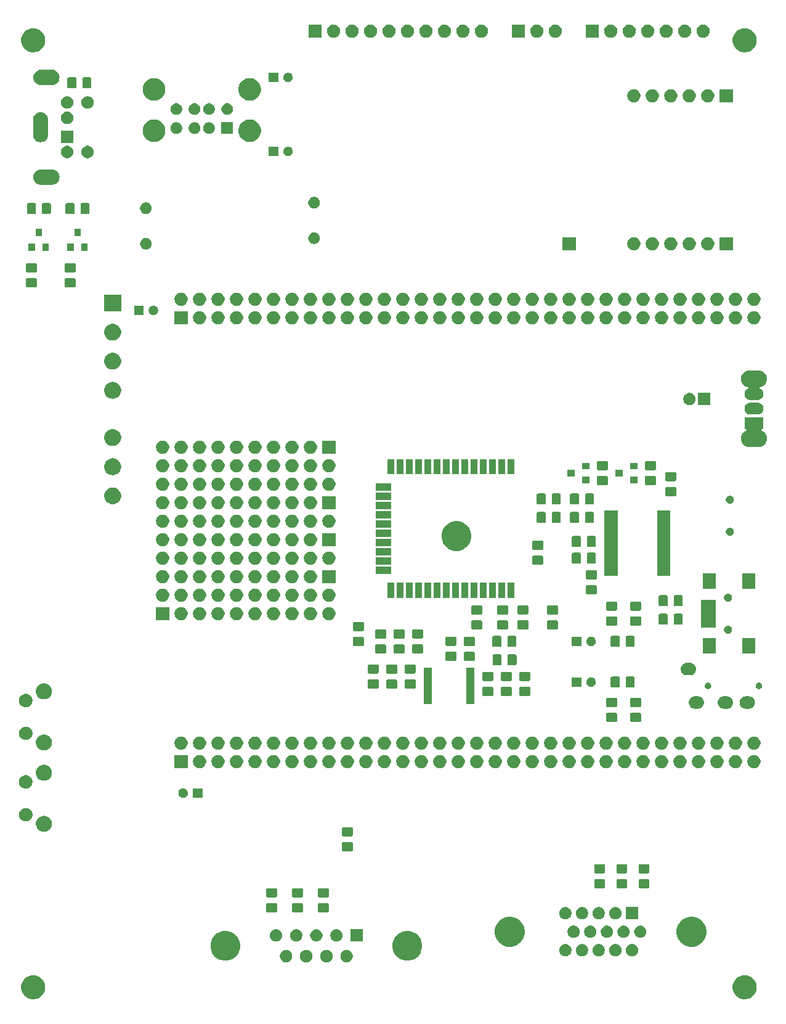
<source format=gbr>
G04 #@! TF.GenerationSoftware,KiCad,Pcbnew,(5.1.6)-1*
G04 #@! TF.CreationDate,2020-10-25T12:14:21+01:00*
G04 #@! TF.ProjectId,FPGC4IOboard,46504743-3449-44f6-926f-6172642e6b69,rev?*
G04 #@! TF.SameCoordinates,Original*
G04 #@! TF.FileFunction,Soldermask,Bot*
G04 #@! TF.FilePolarity,Negative*
%FSLAX46Y46*%
G04 Gerber Fmt 4.6, Leading zero omitted, Abs format (unit mm)*
G04 Created by KiCad (PCBNEW (5.1.6)-1) date 2020-10-25 12:14:21*
%MOMM*%
%LPD*%
G01*
G04 APERTURE LIST*
%ADD10C,0.100000*%
G04 APERTURE END LIST*
D10*
G36*
X166745256Y-153839298D02*
G01*
X166851579Y-153860447D01*
X167152042Y-153984903D01*
X167422451Y-154165585D01*
X167652415Y-154395549D01*
X167833097Y-154665958D01*
X167957553Y-154966421D01*
X168021000Y-155285391D01*
X168021000Y-155610609D01*
X167957553Y-155929579D01*
X167833097Y-156230042D01*
X167652415Y-156500451D01*
X167422451Y-156730415D01*
X167152042Y-156911097D01*
X166851579Y-157035553D01*
X166745256Y-157056702D01*
X166532611Y-157099000D01*
X166207389Y-157099000D01*
X165994744Y-157056702D01*
X165888421Y-157035553D01*
X165587958Y-156911097D01*
X165317549Y-156730415D01*
X165087585Y-156500451D01*
X164906903Y-156230042D01*
X164782447Y-155929579D01*
X164719000Y-155610609D01*
X164719000Y-155285391D01*
X164782447Y-154966421D01*
X164906903Y-154665958D01*
X165087585Y-154395549D01*
X165317549Y-154165585D01*
X165587958Y-153984903D01*
X165888421Y-153860447D01*
X165994744Y-153839298D01*
X166207389Y-153797000D01*
X166532611Y-153797000D01*
X166745256Y-153839298D01*
G37*
G36*
X68955256Y-153839298D02*
G01*
X69061579Y-153860447D01*
X69362042Y-153984903D01*
X69632451Y-154165585D01*
X69862415Y-154395549D01*
X70043097Y-154665958D01*
X70167553Y-154966421D01*
X70231000Y-155285391D01*
X70231000Y-155610609D01*
X70167553Y-155929579D01*
X70043097Y-156230042D01*
X69862415Y-156500451D01*
X69632451Y-156730415D01*
X69362042Y-156911097D01*
X69061579Y-157035553D01*
X68955256Y-157056702D01*
X68742611Y-157099000D01*
X68417389Y-157099000D01*
X68204744Y-157056702D01*
X68098421Y-157035553D01*
X67797958Y-156911097D01*
X67527549Y-156730415D01*
X67297585Y-156500451D01*
X67116903Y-156230042D01*
X66992447Y-155929579D01*
X66929000Y-155610609D01*
X66929000Y-155285391D01*
X66992447Y-154966421D01*
X67116903Y-154665958D01*
X67297585Y-154395549D01*
X67527549Y-154165585D01*
X67797958Y-153984903D01*
X68098421Y-153860447D01*
X68204744Y-153839298D01*
X68417389Y-153797000D01*
X68742611Y-153797000D01*
X68955256Y-153839298D01*
G37*
G36*
X106353228Y-150357703D02*
G01*
X106508100Y-150421853D01*
X106647481Y-150514985D01*
X106766015Y-150633519D01*
X106859147Y-150772900D01*
X106923297Y-150927772D01*
X106956000Y-151092184D01*
X106956000Y-151259816D01*
X106923297Y-151424228D01*
X106859147Y-151579100D01*
X106766015Y-151718481D01*
X106647481Y-151837015D01*
X106508100Y-151930147D01*
X106353228Y-151994297D01*
X106188816Y-152027000D01*
X106021184Y-152027000D01*
X105856772Y-151994297D01*
X105701900Y-151930147D01*
X105562519Y-151837015D01*
X105443985Y-151718481D01*
X105350853Y-151579100D01*
X105286703Y-151424228D01*
X105254000Y-151259816D01*
X105254000Y-151092184D01*
X105286703Y-150927772D01*
X105350853Y-150772900D01*
X105443985Y-150633519D01*
X105562519Y-150514985D01*
X105701900Y-150421853D01*
X105856772Y-150357703D01*
X106021184Y-150325000D01*
X106188816Y-150325000D01*
X106353228Y-150357703D01*
G37*
G36*
X103583228Y-150357703D02*
G01*
X103738100Y-150421853D01*
X103877481Y-150514985D01*
X103996015Y-150633519D01*
X104089147Y-150772900D01*
X104153297Y-150927772D01*
X104186000Y-151092184D01*
X104186000Y-151259816D01*
X104153297Y-151424228D01*
X104089147Y-151579100D01*
X103996015Y-151718481D01*
X103877481Y-151837015D01*
X103738100Y-151930147D01*
X103583228Y-151994297D01*
X103418816Y-152027000D01*
X103251184Y-152027000D01*
X103086772Y-151994297D01*
X102931900Y-151930147D01*
X102792519Y-151837015D01*
X102673985Y-151718481D01*
X102580853Y-151579100D01*
X102516703Y-151424228D01*
X102484000Y-151259816D01*
X102484000Y-151092184D01*
X102516703Y-150927772D01*
X102580853Y-150772900D01*
X102673985Y-150633519D01*
X102792519Y-150514985D01*
X102931900Y-150421853D01*
X103086772Y-150357703D01*
X103251184Y-150325000D01*
X103418816Y-150325000D01*
X103583228Y-150357703D01*
G37*
G36*
X111893228Y-150357703D02*
G01*
X112048100Y-150421853D01*
X112187481Y-150514985D01*
X112306015Y-150633519D01*
X112399147Y-150772900D01*
X112463297Y-150927772D01*
X112496000Y-151092184D01*
X112496000Y-151259816D01*
X112463297Y-151424228D01*
X112399147Y-151579100D01*
X112306015Y-151718481D01*
X112187481Y-151837015D01*
X112048100Y-151930147D01*
X111893228Y-151994297D01*
X111728816Y-152027000D01*
X111561184Y-152027000D01*
X111396772Y-151994297D01*
X111241900Y-151930147D01*
X111102519Y-151837015D01*
X110983985Y-151718481D01*
X110890853Y-151579100D01*
X110826703Y-151424228D01*
X110794000Y-151259816D01*
X110794000Y-151092184D01*
X110826703Y-150927772D01*
X110890853Y-150772900D01*
X110983985Y-150633519D01*
X111102519Y-150514985D01*
X111241900Y-150421853D01*
X111396772Y-150357703D01*
X111561184Y-150325000D01*
X111728816Y-150325000D01*
X111893228Y-150357703D01*
G37*
G36*
X109123228Y-150357703D02*
G01*
X109278100Y-150421853D01*
X109417481Y-150514985D01*
X109536015Y-150633519D01*
X109629147Y-150772900D01*
X109693297Y-150927772D01*
X109726000Y-151092184D01*
X109726000Y-151259816D01*
X109693297Y-151424228D01*
X109629147Y-151579100D01*
X109536015Y-151718481D01*
X109417481Y-151837015D01*
X109278100Y-151930147D01*
X109123228Y-151994297D01*
X108958816Y-152027000D01*
X108791184Y-152027000D01*
X108626772Y-151994297D01*
X108471900Y-151930147D01*
X108332519Y-151837015D01*
X108213985Y-151718481D01*
X108120853Y-151579100D01*
X108056703Y-151424228D01*
X108024000Y-151259816D01*
X108024000Y-151092184D01*
X108056703Y-150927772D01*
X108120853Y-150772900D01*
X108213985Y-150633519D01*
X108332519Y-150514985D01*
X108471900Y-150421853D01*
X108626772Y-150357703D01*
X108791184Y-150325000D01*
X108958816Y-150325000D01*
X109123228Y-150357703D01*
G37*
G36*
X95588254Y-147783818D02*
G01*
X95948170Y-147932900D01*
X95961513Y-147938427D01*
X96297436Y-148162884D01*
X96583116Y-148448564D01*
X96673765Y-148584229D01*
X96807574Y-148784489D01*
X96962182Y-149157746D01*
X97041000Y-149553993D01*
X97041000Y-149958007D01*
X96962182Y-150354254D01*
X96846506Y-150633520D01*
X96807573Y-150727513D01*
X96583116Y-151063436D01*
X96297436Y-151349116D01*
X95961513Y-151573573D01*
X95961512Y-151573574D01*
X95961511Y-151573574D01*
X95588254Y-151728182D01*
X95192007Y-151807000D01*
X94787993Y-151807000D01*
X94391746Y-151728182D01*
X94018489Y-151573574D01*
X94018488Y-151573574D01*
X94018487Y-151573573D01*
X93682564Y-151349116D01*
X93396884Y-151063436D01*
X93172427Y-150727513D01*
X93133494Y-150633520D01*
X93017818Y-150354254D01*
X92939000Y-149958007D01*
X92939000Y-149553993D01*
X93017818Y-149157746D01*
X93172426Y-148784489D01*
X93306236Y-148584229D01*
X93396884Y-148448564D01*
X93682564Y-148162884D01*
X94018487Y-147938427D01*
X94031830Y-147932900D01*
X94391746Y-147783818D01*
X94787993Y-147705000D01*
X95192007Y-147705000D01*
X95588254Y-147783818D01*
G37*
G36*
X120588254Y-147783818D02*
G01*
X120948170Y-147932900D01*
X120961513Y-147938427D01*
X121297436Y-148162884D01*
X121583116Y-148448564D01*
X121673765Y-148584229D01*
X121807574Y-148784489D01*
X121962182Y-149157746D01*
X122041000Y-149553993D01*
X122041000Y-149958007D01*
X121962182Y-150354254D01*
X121846506Y-150633520D01*
X121807573Y-150727513D01*
X121583116Y-151063436D01*
X121297436Y-151349116D01*
X120961513Y-151573573D01*
X120961512Y-151573574D01*
X120961511Y-151573574D01*
X120588254Y-151728182D01*
X120192007Y-151807000D01*
X119787993Y-151807000D01*
X119391746Y-151728182D01*
X119018489Y-151573574D01*
X119018488Y-151573574D01*
X119018487Y-151573573D01*
X118682564Y-151349116D01*
X118396884Y-151063436D01*
X118172427Y-150727513D01*
X118133494Y-150633520D01*
X118017818Y-150354254D01*
X117939000Y-149958007D01*
X117939000Y-149553993D01*
X118017818Y-149157746D01*
X118172426Y-148784489D01*
X118306236Y-148584229D01*
X118396884Y-148448564D01*
X118682564Y-148162884D01*
X119018487Y-147938427D01*
X119031830Y-147932900D01*
X119391746Y-147783818D01*
X119787993Y-147705000D01*
X120192007Y-147705000D01*
X120588254Y-147783818D01*
G37*
G36*
X144254228Y-149547303D02*
G01*
X144409100Y-149611453D01*
X144548481Y-149704585D01*
X144667015Y-149823119D01*
X144760147Y-149962500D01*
X144824297Y-150117372D01*
X144857000Y-150281784D01*
X144857000Y-150449416D01*
X144824297Y-150613828D01*
X144760147Y-150768700D01*
X144667015Y-150908081D01*
X144548481Y-151026615D01*
X144409100Y-151119747D01*
X144254228Y-151183897D01*
X144089816Y-151216600D01*
X143922184Y-151216600D01*
X143757772Y-151183897D01*
X143602900Y-151119747D01*
X143463519Y-151026615D01*
X143344985Y-150908081D01*
X143251853Y-150768700D01*
X143187703Y-150613828D01*
X143155000Y-150449416D01*
X143155000Y-150281784D01*
X143187703Y-150117372D01*
X143251853Y-149962500D01*
X143344985Y-149823119D01*
X143463519Y-149704585D01*
X143602900Y-149611453D01*
X143757772Y-149547303D01*
X143922184Y-149514600D01*
X144089816Y-149514600D01*
X144254228Y-149547303D01*
G37*
G36*
X146544228Y-149547303D02*
G01*
X146699100Y-149611453D01*
X146838481Y-149704585D01*
X146957015Y-149823119D01*
X147050147Y-149962500D01*
X147114297Y-150117372D01*
X147147000Y-150281784D01*
X147147000Y-150449416D01*
X147114297Y-150613828D01*
X147050147Y-150768700D01*
X146957015Y-150908081D01*
X146838481Y-151026615D01*
X146699100Y-151119747D01*
X146544228Y-151183897D01*
X146379816Y-151216600D01*
X146212184Y-151216600D01*
X146047772Y-151183897D01*
X145892900Y-151119747D01*
X145753519Y-151026615D01*
X145634985Y-150908081D01*
X145541853Y-150768700D01*
X145477703Y-150613828D01*
X145445000Y-150449416D01*
X145445000Y-150281784D01*
X145477703Y-150117372D01*
X145541853Y-149962500D01*
X145634985Y-149823119D01*
X145753519Y-149704585D01*
X145892900Y-149611453D01*
X146047772Y-149547303D01*
X146212184Y-149514600D01*
X146379816Y-149514600D01*
X146544228Y-149547303D01*
G37*
G36*
X148834228Y-149547303D02*
G01*
X148989100Y-149611453D01*
X149128481Y-149704585D01*
X149247015Y-149823119D01*
X149340147Y-149962500D01*
X149404297Y-150117372D01*
X149437000Y-150281784D01*
X149437000Y-150449416D01*
X149404297Y-150613828D01*
X149340147Y-150768700D01*
X149247015Y-150908081D01*
X149128481Y-151026615D01*
X148989100Y-151119747D01*
X148834228Y-151183897D01*
X148669816Y-151216600D01*
X148502184Y-151216600D01*
X148337772Y-151183897D01*
X148182900Y-151119747D01*
X148043519Y-151026615D01*
X147924985Y-150908081D01*
X147831853Y-150768700D01*
X147767703Y-150613828D01*
X147735000Y-150449416D01*
X147735000Y-150281784D01*
X147767703Y-150117372D01*
X147831853Y-149962500D01*
X147924985Y-149823119D01*
X148043519Y-149704585D01*
X148182900Y-149611453D01*
X148337772Y-149547303D01*
X148502184Y-149514600D01*
X148669816Y-149514600D01*
X148834228Y-149547303D01*
G37*
G36*
X151124228Y-149547303D02*
G01*
X151279100Y-149611453D01*
X151418481Y-149704585D01*
X151537015Y-149823119D01*
X151630147Y-149962500D01*
X151694297Y-150117372D01*
X151727000Y-150281784D01*
X151727000Y-150449416D01*
X151694297Y-150613828D01*
X151630147Y-150768700D01*
X151537015Y-150908081D01*
X151418481Y-151026615D01*
X151279100Y-151119747D01*
X151124228Y-151183897D01*
X150959816Y-151216600D01*
X150792184Y-151216600D01*
X150627772Y-151183897D01*
X150472900Y-151119747D01*
X150333519Y-151026615D01*
X150214985Y-150908081D01*
X150121853Y-150768700D01*
X150057703Y-150613828D01*
X150025000Y-150449416D01*
X150025000Y-150281784D01*
X150057703Y-150117372D01*
X150121853Y-149962500D01*
X150214985Y-149823119D01*
X150333519Y-149704585D01*
X150472900Y-149611453D01*
X150627772Y-149547303D01*
X150792184Y-149514600D01*
X150959816Y-149514600D01*
X151124228Y-149547303D01*
G37*
G36*
X141964228Y-149547303D02*
G01*
X142119100Y-149611453D01*
X142258481Y-149704585D01*
X142377015Y-149823119D01*
X142470147Y-149962500D01*
X142534297Y-150117372D01*
X142567000Y-150281784D01*
X142567000Y-150449416D01*
X142534297Y-150613828D01*
X142470147Y-150768700D01*
X142377015Y-150908081D01*
X142258481Y-151026615D01*
X142119100Y-151119747D01*
X141964228Y-151183897D01*
X141799816Y-151216600D01*
X141632184Y-151216600D01*
X141467772Y-151183897D01*
X141312900Y-151119747D01*
X141173519Y-151026615D01*
X141054985Y-150908081D01*
X140961853Y-150768700D01*
X140897703Y-150613828D01*
X140865000Y-150449416D01*
X140865000Y-150281784D01*
X140897703Y-150117372D01*
X140961853Y-149962500D01*
X141054985Y-149823119D01*
X141173519Y-149704585D01*
X141312900Y-149611453D01*
X141467772Y-149547303D01*
X141632184Y-149514600D01*
X141799816Y-149514600D01*
X141964228Y-149547303D01*
G37*
G36*
X134659254Y-145853418D02*
G01*
X135032511Y-146008026D01*
X135032513Y-146008027D01*
X135368436Y-146232484D01*
X135654116Y-146518164D01*
X135878574Y-146854089D01*
X136033182Y-147227346D01*
X136112000Y-147623593D01*
X136112000Y-148027607D01*
X136033182Y-148423854D01*
X135941541Y-148645095D01*
X135878573Y-148797113D01*
X135654116Y-149133036D01*
X135368436Y-149418716D01*
X135032513Y-149643173D01*
X135032512Y-149643174D01*
X135032511Y-149643174D01*
X134659254Y-149797782D01*
X134263007Y-149876600D01*
X133858993Y-149876600D01*
X133462746Y-149797782D01*
X133089489Y-149643174D01*
X133089488Y-149643174D01*
X133089487Y-149643173D01*
X132753564Y-149418716D01*
X132467884Y-149133036D01*
X132243427Y-148797113D01*
X132180459Y-148645095D01*
X132088818Y-148423854D01*
X132010000Y-148027607D01*
X132010000Y-147623593D01*
X132088818Y-147227346D01*
X132243426Y-146854089D01*
X132467884Y-146518164D01*
X132753564Y-146232484D01*
X133089487Y-146008027D01*
X133089489Y-146008026D01*
X133462746Y-145853418D01*
X133858993Y-145774600D01*
X134263007Y-145774600D01*
X134659254Y-145853418D01*
G37*
G36*
X159659254Y-145853418D02*
G01*
X160032511Y-146008026D01*
X160032513Y-146008027D01*
X160368436Y-146232484D01*
X160654116Y-146518164D01*
X160878574Y-146854089D01*
X161033182Y-147227346D01*
X161112000Y-147623593D01*
X161112000Y-148027607D01*
X161033182Y-148423854D01*
X160941541Y-148645095D01*
X160878573Y-148797113D01*
X160654116Y-149133036D01*
X160368436Y-149418716D01*
X160032513Y-149643173D01*
X160032512Y-149643174D01*
X160032511Y-149643174D01*
X159659254Y-149797782D01*
X159263007Y-149876600D01*
X158858993Y-149876600D01*
X158462746Y-149797782D01*
X158089489Y-149643174D01*
X158089488Y-149643174D01*
X158089487Y-149643173D01*
X157753564Y-149418716D01*
X157467884Y-149133036D01*
X157243427Y-148797113D01*
X157180459Y-148645095D01*
X157088818Y-148423854D01*
X157010000Y-148027607D01*
X157010000Y-147623593D01*
X157088818Y-147227346D01*
X157243426Y-146854089D01*
X157467884Y-146518164D01*
X157753564Y-146232484D01*
X158089487Y-146008027D01*
X158089489Y-146008026D01*
X158462746Y-145853418D01*
X158858993Y-145774600D01*
X159263007Y-145774600D01*
X159659254Y-145853418D01*
G37*
G36*
X113881000Y-149187000D02*
G01*
X112179000Y-149187000D01*
X112179000Y-147485000D01*
X113881000Y-147485000D01*
X113881000Y-149187000D01*
G37*
G36*
X110508228Y-147517703D02*
G01*
X110663100Y-147581853D01*
X110802481Y-147674985D01*
X110921015Y-147793519D01*
X111014147Y-147932900D01*
X111078297Y-148087772D01*
X111111000Y-148252184D01*
X111111000Y-148419816D01*
X111078297Y-148584228D01*
X111014147Y-148739100D01*
X110921015Y-148878481D01*
X110802481Y-148997015D01*
X110663100Y-149090147D01*
X110508228Y-149154297D01*
X110343816Y-149187000D01*
X110176184Y-149187000D01*
X110011772Y-149154297D01*
X109856900Y-149090147D01*
X109717519Y-148997015D01*
X109598985Y-148878481D01*
X109505853Y-148739100D01*
X109441703Y-148584228D01*
X109409000Y-148419816D01*
X109409000Y-148252184D01*
X109441703Y-148087772D01*
X109505853Y-147932900D01*
X109598985Y-147793519D01*
X109717519Y-147674985D01*
X109856900Y-147581853D01*
X110011772Y-147517703D01*
X110176184Y-147485000D01*
X110343816Y-147485000D01*
X110508228Y-147517703D01*
G37*
G36*
X104968228Y-147517703D02*
G01*
X105123100Y-147581853D01*
X105262481Y-147674985D01*
X105381015Y-147793519D01*
X105474147Y-147932900D01*
X105538297Y-148087772D01*
X105571000Y-148252184D01*
X105571000Y-148419816D01*
X105538297Y-148584228D01*
X105474147Y-148739100D01*
X105381015Y-148878481D01*
X105262481Y-148997015D01*
X105123100Y-149090147D01*
X104968228Y-149154297D01*
X104803816Y-149187000D01*
X104636184Y-149187000D01*
X104471772Y-149154297D01*
X104316900Y-149090147D01*
X104177519Y-148997015D01*
X104058985Y-148878481D01*
X103965853Y-148739100D01*
X103901703Y-148584228D01*
X103869000Y-148419816D01*
X103869000Y-148252184D01*
X103901703Y-148087772D01*
X103965853Y-147932900D01*
X104058985Y-147793519D01*
X104177519Y-147674985D01*
X104316900Y-147581853D01*
X104471772Y-147517703D01*
X104636184Y-147485000D01*
X104803816Y-147485000D01*
X104968228Y-147517703D01*
G37*
G36*
X107738228Y-147517703D02*
G01*
X107893100Y-147581853D01*
X108032481Y-147674985D01*
X108151015Y-147793519D01*
X108244147Y-147932900D01*
X108308297Y-148087772D01*
X108341000Y-148252184D01*
X108341000Y-148419816D01*
X108308297Y-148584228D01*
X108244147Y-148739100D01*
X108151015Y-148878481D01*
X108032481Y-148997015D01*
X107893100Y-149090147D01*
X107738228Y-149154297D01*
X107573816Y-149187000D01*
X107406184Y-149187000D01*
X107241772Y-149154297D01*
X107086900Y-149090147D01*
X106947519Y-148997015D01*
X106828985Y-148878481D01*
X106735853Y-148739100D01*
X106671703Y-148584228D01*
X106639000Y-148419816D01*
X106639000Y-148252184D01*
X106671703Y-148087772D01*
X106735853Y-147932900D01*
X106828985Y-147793519D01*
X106947519Y-147674985D01*
X107086900Y-147581853D01*
X107241772Y-147517703D01*
X107406184Y-147485000D01*
X107573816Y-147485000D01*
X107738228Y-147517703D01*
G37*
G36*
X102198228Y-147517703D02*
G01*
X102353100Y-147581853D01*
X102492481Y-147674985D01*
X102611015Y-147793519D01*
X102704147Y-147932900D01*
X102768297Y-148087772D01*
X102801000Y-148252184D01*
X102801000Y-148419816D01*
X102768297Y-148584228D01*
X102704147Y-148739100D01*
X102611015Y-148878481D01*
X102492481Y-148997015D01*
X102353100Y-149090147D01*
X102198228Y-149154297D01*
X102033816Y-149187000D01*
X101866184Y-149187000D01*
X101701772Y-149154297D01*
X101546900Y-149090147D01*
X101407519Y-148997015D01*
X101288985Y-148878481D01*
X101195853Y-148739100D01*
X101131703Y-148584228D01*
X101099000Y-148419816D01*
X101099000Y-148252184D01*
X101131703Y-148087772D01*
X101195853Y-147932900D01*
X101288985Y-147793519D01*
X101407519Y-147674985D01*
X101546900Y-147581853D01*
X101701772Y-147517703D01*
X101866184Y-147485000D01*
X102033816Y-147485000D01*
X102198228Y-147517703D01*
G37*
G36*
X143109228Y-147008503D02*
G01*
X143264100Y-147072653D01*
X143403481Y-147165785D01*
X143522015Y-147284319D01*
X143615147Y-147423700D01*
X143679297Y-147578572D01*
X143712000Y-147742984D01*
X143712000Y-147910616D01*
X143679297Y-148075028D01*
X143615147Y-148229900D01*
X143522015Y-148369281D01*
X143403481Y-148487815D01*
X143264100Y-148580947D01*
X143109228Y-148645097D01*
X142944816Y-148677800D01*
X142777184Y-148677800D01*
X142612772Y-148645097D01*
X142457900Y-148580947D01*
X142318519Y-148487815D01*
X142199985Y-148369281D01*
X142106853Y-148229900D01*
X142042703Y-148075028D01*
X142010000Y-147910616D01*
X142010000Y-147742984D01*
X142042703Y-147578572D01*
X142106853Y-147423700D01*
X142199985Y-147284319D01*
X142318519Y-147165785D01*
X142457900Y-147072653D01*
X142612772Y-147008503D01*
X142777184Y-146975800D01*
X142944816Y-146975800D01*
X143109228Y-147008503D01*
G37*
G36*
X145399228Y-147008503D02*
G01*
X145554100Y-147072653D01*
X145693481Y-147165785D01*
X145812015Y-147284319D01*
X145905147Y-147423700D01*
X145969297Y-147578572D01*
X146002000Y-147742984D01*
X146002000Y-147910616D01*
X145969297Y-148075028D01*
X145905147Y-148229900D01*
X145812015Y-148369281D01*
X145693481Y-148487815D01*
X145554100Y-148580947D01*
X145399228Y-148645097D01*
X145234816Y-148677800D01*
X145067184Y-148677800D01*
X144902772Y-148645097D01*
X144747900Y-148580947D01*
X144608519Y-148487815D01*
X144489985Y-148369281D01*
X144396853Y-148229900D01*
X144332703Y-148075028D01*
X144300000Y-147910616D01*
X144300000Y-147742984D01*
X144332703Y-147578572D01*
X144396853Y-147423700D01*
X144489985Y-147284319D01*
X144608519Y-147165785D01*
X144747900Y-147072653D01*
X144902772Y-147008503D01*
X145067184Y-146975800D01*
X145234816Y-146975800D01*
X145399228Y-147008503D01*
G37*
G36*
X149979228Y-147008503D02*
G01*
X150134100Y-147072653D01*
X150273481Y-147165785D01*
X150392015Y-147284319D01*
X150485147Y-147423700D01*
X150549297Y-147578572D01*
X150582000Y-147742984D01*
X150582000Y-147910616D01*
X150549297Y-148075028D01*
X150485147Y-148229900D01*
X150392015Y-148369281D01*
X150273481Y-148487815D01*
X150134100Y-148580947D01*
X149979228Y-148645097D01*
X149814816Y-148677800D01*
X149647184Y-148677800D01*
X149482772Y-148645097D01*
X149327900Y-148580947D01*
X149188519Y-148487815D01*
X149069985Y-148369281D01*
X148976853Y-148229900D01*
X148912703Y-148075028D01*
X148880000Y-147910616D01*
X148880000Y-147742984D01*
X148912703Y-147578572D01*
X148976853Y-147423700D01*
X149069985Y-147284319D01*
X149188519Y-147165785D01*
X149327900Y-147072653D01*
X149482772Y-147008503D01*
X149647184Y-146975800D01*
X149814816Y-146975800D01*
X149979228Y-147008503D01*
G37*
G36*
X147689228Y-147008503D02*
G01*
X147844100Y-147072653D01*
X147983481Y-147165785D01*
X148102015Y-147284319D01*
X148195147Y-147423700D01*
X148259297Y-147578572D01*
X148292000Y-147742984D01*
X148292000Y-147910616D01*
X148259297Y-148075028D01*
X148195147Y-148229900D01*
X148102015Y-148369281D01*
X147983481Y-148487815D01*
X147844100Y-148580947D01*
X147689228Y-148645097D01*
X147524816Y-148677800D01*
X147357184Y-148677800D01*
X147192772Y-148645097D01*
X147037900Y-148580947D01*
X146898519Y-148487815D01*
X146779985Y-148369281D01*
X146686853Y-148229900D01*
X146622703Y-148075028D01*
X146590000Y-147910616D01*
X146590000Y-147742984D01*
X146622703Y-147578572D01*
X146686853Y-147423700D01*
X146779985Y-147284319D01*
X146898519Y-147165785D01*
X147037900Y-147072653D01*
X147192772Y-147008503D01*
X147357184Y-146975800D01*
X147524816Y-146975800D01*
X147689228Y-147008503D01*
G37*
G36*
X152269228Y-147008503D02*
G01*
X152424100Y-147072653D01*
X152563481Y-147165785D01*
X152682015Y-147284319D01*
X152775147Y-147423700D01*
X152839297Y-147578572D01*
X152872000Y-147742984D01*
X152872000Y-147910616D01*
X152839297Y-148075028D01*
X152775147Y-148229900D01*
X152682015Y-148369281D01*
X152563481Y-148487815D01*
X152424100Y-148580947D01*
X152269228Y-148645097D01*
X152104816Y-148677800D01*
X151937184Y-148677800D01*
X151772772Y-148645097D01*
X151617900Y-148580947D01*
X151478519Y-148487815D01*
X151359985Y-148369281D01*
X151266853Y-148229900D01*
X151202703Y-148075028D01*
X151170000Y-147910616D01*
X151170000Y-147742984D01*
X151202703Y-147578572D01*
X151266853Y-147423700D01*
X151359985Y-147284319D01*
X151478519Y-147165785D01*
X151617900Y-147072653D01*
X151772772Y-147008503D01*
X151937184Y-146975800D01*
X152104816Y-146975800D01*
X152269228Y-147008503D01*
G37*
G36*
X141964228Y-144469703D02*
G01*
X142119100Y-144533853D01*
X142258481Y-144626985D01*
X142377015Y-144745519D01*
X142470147Y-144884900D01*
X142534297Y-145039772D01*
X142567000Y-145204184D01*
X142567000Y-145371816D01*
X142534297Y-145536228D01*
X142470147Y-145691100D01*
X142377015Y-145830481D01*
X142258481Y-145949015D01*
X142119100Y-146042147D01*
X141964228Y-146106297D01*
X141799816Y-146139000D01*
X141632184Y-146139000D01*
X141467772Y-146106297D01*
X141312900Y-146042147D01*
X141173519Y-145949015D01*
X141054985Y-145830481D01*
X140961853Y-145691100D01*
X140897703Y-145536228D01*
X140865000Y-145371816D01*
X140865000Y-145204184D01*
X140897703Y-145039772D01*
X140961853Y-144884900D01*
X141054985Y-144745519D01*
X141173519Y-144626985D01*
X141312900Y-144533853D01*
X141467772Y-144469703D01*
X141632184Y-144437000D01*
X141799816Y-144437000D01*
X141964228Y-144469703D01*
G37*
G36*
X144254228Y-144469703D02*
G01*
X144409100Y-144533853D01*
X144548481Y-144626985D01*
X144667015Y-144745519D01*
X144760147Y-144884900D01*
X144824297Y-145039772D01*
X144857000Y-145204184D01*
X144857000Y-145371816D01*
X144824297Y-145536228D01*
X144760147Y-145691100D01*
X144667015Y-145830481D01*
X144548481Y-145949015D01*
X144409100Y-146042147D01*
X144254228Y-146106297D01*
X144089816Y-146139000D01*
X143922184Y-146139000D01*
X143757772Y-146106297D01*
X143602900Y-146042147D01*
X143463519Y-145949015D01*
X143344985Y-145830481D01*
X143251853Y-145691100D01*
X143187703Y-145536228D01*
X143155000Y-145371816D01*
X143155000Y-145204184D01*
X143187703Y-145039772D01*
X143251853Y-144884900D01*
X143344985Y-144745519D01*
X143463519Y-144626985D01*
X143602900Y-144533853D01*
X143757772Y-144469703D01*
X143922184Y-144437000D01*
X144089816Y-144437000D01*
X144254228Y-144469703D01*
G37*
G36*
X148834228Y-144469703D02*
G01*
X148989100Y-144533853D01*
X149128481Y-144626985D01*
X149247015Y-144745519D01*
X149340147Y-144884900D01*
X149404297Y-145039772D01*
X149437000Y-145204184D01*
X149437000Y-145371816D01*
X149404297Y-145536228D01*
X149340147Y-145691100D01*
X149247015Y-145830481D01*
X149128481Y-145949015D01*
X148989100Y-146042147D01*
X148834228Y-146106297D01*
X148669816Y-146139000D01*
X148502184Y-146139000D01*
X148337772Y-146106297D01*
X148182900Y-146042147D01*
X148043519Y-145949015D01*
X147924985Y-145830481D01*
X147831853Y-145691100D01*
X147767703Y-145536228D01*
X147735000Y-145371816D01*
X147735000Y-145204184D01*
X147767703Y-145039772D01*
X147831853Y-144884900D01*
X147924985Y-144745519D01*
X148043519Y-144626985D01*
X148182900Y-144533853D01*
X148337772Y-144469703D01*
X148502184Y-144437000D01*
X148669816Y-144437000D01*
X148834228Y-144469703D01*
G37*
G36*
X151727000Y-146139000D02*
G01*
X150025000Y-146139000D01*
X150025000Y-144437000D01*
X151727000Y-144437000D01*
X151727000Y-146139000D01*
G37*
G36*
X146544228Y-144469703D02*
G01*
X146699100Y-144533853D01*
X146838481Y-144626985D01*
X146957015Y-144745519D01*
X147050147Y-144884900D01*
X147114297Y-145039772D01*
X147147000Y-145204184D01*
X147147000Y-145371816D01*
X147114297Y-145536228D01*
X147050147Y-145691100D01*
X146957015Y-145830481D01*
X146838481Y-145949015D01*
X146699100Y-146042147D01*
X146544228Y-146106297D01*
X146379816Y-146139000D01*
X146212184Y-146139000D01*
X146047772Y-146106297D01*
X145892900Y-146042147D01*
X145753519Y-145949015D01*
X145634985Y-145830481D01*
X145541853Y-145691100D01*
X145477703Y-145536228D01*
X145445000Y-145371816D01*
X145445000Y-145204184D01*
X145477703Y-145039772D01*
X145541853Y-144884900D01*
X145634985Y-144745519D01*
X145753519Y-144626985D01*
X145892900Y-144533853D01*
X146047772Y-144469703D01*
X146212184Y-144437000D01*
X146379816Y-144437000D01*
X146544228Y-144469703D01*
G37*
G36*
X105490674Y-143913465D02*
G01*
X105528367Y-143924899D01*
X105563103Y-143943466D01*
X105593548Y-143968452D01*
X105618534Y-143998897D01*
X105637101Y-144033633D01*
X105648535Y-144071326D01*
X105653000Y-144116661D01*
X105653000Y-144953339D01*
X105648535Y-144998674D01*
X105637101Y-145036367D01*
X105618534Y-145071103D01*
X105593548Y-145101548D01*
X105563103Y-145126534D01*
X105528367Y-145145101D01*
X105490674Y-145156535D01*
X105445339Y-145161000D01*
X104358661Y-145161000D01*
X104313326Y-145156535D01*
X104275633Y-145145101D01*
X104240897Y-145126534D01*
X104210452Y-145101548D01*
X104185466Y-145071103D01*
X104166899Y-145036367D01*
X104155465Y-144998674D01*
X104151000Y-144953339D01*
X104151000Y-144116661D01*
X104155465Y-144071326D01*
X104166899Y-144033633D01*
X104185466Y-143998897D01*
X104210452Y-143968452D01*
X104240897Y-143943466D01*
X104275633Y-143924899D01*
X104313326Y-143913465D01*
X104358661Y-143909000D01*
X105445339Y-143909000D01*
X105490674Y-143913465D01*
G37*
G36*
X109046674Y-143913465D02*
G01*
X109084367Y-143924899D01*
X109119103Y-143943466D01*
X109149548Y-143968452D01*
X109174534Y-143998897D01*
X109193101Y-144033633D01*
X109204535Y-144071326D01*
X109209000Y-144116661D01*
X109209000Y-144953339D01*
X109204535Y-144998674D01*
X109193101Y-145036367D01*
X109174534Y-145071103D01*
X109149548Y-145101548D01*
X109119103Y-145126534D01*
X109084367Y-145145101D01*
X109046674Y-145156535D01*
X109001339Y-145161000D01*
X107914661Y-145161000D01*
X107869326Y-145156535D01*
X107831633Y-145145101D01*
X107796897Y-145126534D01*
X107766452Y-145101548D01*
X107741466Y-145071103D01*
X107722899Y-145036367D01*
X107711465Y-144998674D01*
X107707000Y-144953339D01*
X107707000Y-144116661D01*
X107711465Y-144071326D01*
X107722899Y-144033633D01*
X107741466Y-143998897D01*
X107766452Y-143968452D01*
X107796897Y-143943466D01*
X107831633Y-143924899D01*
X107869326Y-143913465D01*
X107914661Y-143909000D01*
X109001339Y-143909000D01*
X109046674Y-143913465D01*
G37*
G36*
X101934674Y-143904465D02*
G01*
X101972367Y-143915899D01*
X102007103Y-143934466D01*
X102037548Y-143959452D01*
X102062534Y-143989897D01*
X102081101Y-144024633D01*
X102092535Y-144062326D01*
X102097000Y-144107661D01*
X102097000Y-144944339D01*
X102092535Y-144989674D01*
X102081101Y-145027367D01*
X102062534Y-145062103D01*
X102037548Y-145092548D01*
X102007103Y-145117534D01*
X101972367Y-145136101D01*
X101934674Y-145147535D01*
X101889339Y-145152000D01*
X100802661Y-145152000D01*
X100757326Y-145147535D01*
X100719633Y-145136101D01*
X100684897Y-145117534D01*
X100654452Y-145092548D01*
X100629466Y-145062103D01*
X100610899Y-145027367D01*
X100599465Y-144989674D01*
X100595000Y-144944339D01*
X100595000Y-144107661D01*
X100599465Y-144062326D01*
X100610899Y-144024633D01*
X100629466Y-143989897D01*
X100654452Y-143959452D01*
X100684897Y-143934466D01*
X100719633Y-143915899D01*
X100757326Y-143904465D01*
X100802661Y-143900000D01*
X101889339Y-143900000D01*
X101934674Y-143904465D01*
G37*
G36*
X105490674Y-141863465D02*
G01*
X105528367Y-141874899D01*
X105563103Y-141893466D01*
X105593548Y-141918452D01*
X105618534Y-141948897D01*
X105637101Y-141983633D01*
X105648535Y-142021326D01*
X105653000Y-142066661D01*
X105653000Y-142903339D01*
X105648535Y-142948674D01*
X105637101Y-142986367D01*
X105618534Y-143021103D01*
X105593548Y-143051548D01*
X105563103Y-143076534D01*
X105528367Y-143095101D01*
X105490674Y-143106535D01*
X105445339Y-143111000D01*
X104358661Y-143111000D01*
X104313326Y-143106535D01*
X104275633Y-143095101D01*
X104240897Y-143076534D01*
X104210452Y-143051548D01*
X104185466Y-143021103D01*
X104166899Y-142986367D01*
X104155465Y-142948674D01*
X104151000Y-142903339D01*
X104151000Y-142066661D01*
X104155465Y-142021326D01*
X104166899Y-141983633D01*
X104185466Y-141948897D01*
X104210452Y-141918452D01*
X104240897Y-141893466D01*
X104275633Y-141874899D01*
X104313326Y-141863465D01*
X104358661Y-141859000D01*
X105445339Y-141859000D01*
X105490674Y-141863465D01*
G37*
G36*
X109046674Y-141863465D02*
G01*
X109084367Y-141874899D01*
X109119103Y-141893466D01*
X109149548Y-141918452D01*
X109174534Y-141948897D01*
X109193101Y-141983633D01*
X109204535Y-142021326D01*
X109209000Y-142066661D01*
X109209000Y-142903339D01*
X109204535Y-142948674D01*
X109193101Y-142986367D01*
X109174534Y-143021103D01*
X109149548Y-143051548D01*
X109119103Y-143076534D01*
X109084367Y-143095101D01*
X109046674Y-143106535D01*
X109001339Y-143111000D01*
X107914661Y-143111000D01*
X107869326Y-143106535D01*
X107831633Y-143095101D01*
X107796897Y-143076534D01*
X107766452Y-143051548D01*
X107741466Y-143021103D01*
X107722899Y-142986367D01*
X107711465Y-142948674D01*
X107707000Y-142903339D01*
X107707000Y-142066661D01*
X107711465Y-142021326D01*
X107722899Y-141983633D01*
X107741466Y-141948897D01*
X107766452Y-141918452D01*
X107796897Y-141893466D01*
X107831633Y-141874899D01*
X107869326Y-141863465D01*
X107914661Y-141859000D01*
X109001339Y-141859000D01*
X109046674Y-141863465D01*
G37*
G36*
X101934674Y-141854465D02*
G01*
X101972367Y-141865899D01*
X102007103Y-141884466D01*
X102037548Y-141909452D01*
X102062534Y-141939897D01*
X102081101Y-141974633D01*
X102092535Y-142012326D01*
X102097000Y-142057661D01*
X102097000Y-142894339D01*
X102092535Y-142939674D01*
X102081101Y-142977367D01*
X102062534Y-143012103D01*
X102037548Y-143042548D01*
X102007103Y-143067534D01*
X101972367Y-143086101D01*
X101934674Y-143097535D01*
X101889339Y-143102000D01*
X100802661Y-143102000D01*
X100757326Y-143097535D01*
X100719633Y-143086101D01*
X100684897Y-143067534D01*
X100654452Y-143042548D01*
X100629466Y-143012103D01*
X100610899Y-142977367D01*
X100599465Y-142939674D01*
X100595000Y-142894339D01*
X100595000Y-142057661D01*
X100599465Y-142012326D01*
X100610899Y-141974633D01*
X100629466Y-141939897D01*
X100654452Y-141909452D01*
X100684897Y-141884466D01*
X100719633Y-141865899D01*
X100757326Y-141854465D01*
X100802661Y-141850000D01*
X101889339Y-141850000D01*
X101934674Y-141854465D01*
G37*
G36*
X150067674Y-140602465D02*
G01*
X150105367Y-140613899D01*
X150140103Y-140632466D01*
X150170548Y-140657452D01*
X150195534Y-140687897D01*
X150214101Y-140722633D01*
X150225535Y-140760326D01*
X150230000Y-140805661D01*
X150230000Y-141642339D01*
X150225535Y-141687674D01*
X150214101Y-141725367D01*
X150195534Y-141760103D01*
X150170548Y-141790548D01*
X150140103Y-141815534D01*
X150105367Y-141834101D01*
X150067674Y-141845535D01*
X150022339Y-141850000D01*
X148935661Y-141850000D01*
X148890326Y-141845535D01*
X148852633Y-141834101D01*
X148817897Y-141815534D01*
X148787452Y-141790548D01*
X148762466Y-141760103D01*
X148743899Y-141725367D01*
X148732465Y-141687674D01*
X148728000Y-141642339D01*
X148728000Y-140805661D01*
X148732465Y-140760326D01*
X148743899Y-140722633D01*
X148762466Y-140687897D01*
X148787452Y-140657452D01*
X148817897Y-140632466D01*
X148852633Y-140613899D01*
X148890326Y-140602465D01*
X148935661Y-140598000D01*
X150022339Y-140598000D01*
X150067674Y-140602465D01*
G37*
G36*
X147019674Y-140602465D02*
G01*
X147057367Y-140613899D01*
X147092103Y-140632466D01*
X147122548Y-140657452D01*
X147147534Y-140687897D01*
X147166101Y-140722633D01*
X147177535Y-140760326D01*
X147182000Y-140805661D01*
X147182000Y-141642339D01*
X147177535Y-141687674D01*
X147166101Y-141725367D01*
X147147534Y-141760103D01*
X147122548Y-141790548D01*
X147092103Y-141815534D01*
X147057367Y-141834101D01*
X147019674Y-141845535D01*
X146974339Y-141850000D01*
X145887661Y-141850000D01*
X145842326Y-141845535D01*
X145804633Y-141834101D01*
X145769897Y-141815534D01*
X145739452Y-141790548D01*
X145714466Y-141760103D01*
X145695899Y-141725367D01*
X145684465Y-141687674D01*
X145680000Y-141642339D01*
X145680000Y-140805661D01*
X145684465Y-140760326D01*
X145695899Y-140722633D01*
X145714466Y-140687897D01*
X145739452Y-140657452D01*
X145769897Y-140632466D01*
X145804633Y-140613899D01*
X145842326Y-140602465D01*
X145887661Y-140598000D01*
X146974339Y-140598000D01*
X147019674Y-140602465D01*
G37*
G36*
X153115674Y-140602465D02*
G01*
X153153367Y-140613899D01*
X153188103Y-140632466D01*
X153218548Y-140657452D01*
X153243534Y-140687897D01*
X153262101Y-140722633D01*
X153273535Y-140760326D01*
X153278000Y-140805661D01*
X153278000Y-141642339D01*
X153273535Y-141687674D01*
X153262101Y-141725367D01*
X153243534Y-141760103D01*
X153218548Y-141790548D01*
X153188103Y-141815534D01*
X153153367Y-141834101D01*
X153115674Y-141845535D01*
X153070339Y-141850000D01*
X151983661Y-141850000D01*
X151938326Y-141845535D01*
X151900633Y-141834101D01*
X151865897Y-141815534D01*
X151835452Y-141790548D01*
X151810466Y-141760103D01*
X151791899Y-141725367D01*
X151780465Y-141687674D01*
X151776000Y-141642339D01*
X151776000Y-140805661D01*
X151780465Y-140760326D01*
X151791899Y-140722633D01*
X151810466Y-140687897D01*
X151835452Y-140657452D01*
X151865897Y-140632466D01*
X151900633Y-140613899D01*
X151938326Y-140602465D01*
X151983661Y-140598000D01*
X153070339Y-140598000D01*
X153115674Y-140602465D01*
G37*
G36*
X153115674Y-138552465D02*
G01*
X153153367Y-138563899D01*
X153188103Y-138582466D01*
X153218548Y-138607452D01*
X153243534Y-138637897D01*
X153262101Y-138672633D01*
X153273535Y-138710326D01*
X153278000Y-138755661D01*
X153278000Y-139592339D01*
X153273535Y-139637674D01*
X153262101Y-139675367D01*
X153243534Y-139710103D01*
X153218548Y-139740548D01*
X153188103Y-139765534D01*
X153153367Y-139784101D01*
X153115674Y-139795535D01*
X153070339Y-139800000D01*
X151983661Y-139800000D01*
X151938326Y-139795535D01*
X151900633Y-139784101D01*
X151865897Y-139765534D01*
X151835452Y-139740548D01*
X151810466Y-139710103D01*
X151791899Y-139675367D01*
X151780465Y-139637674D01*
X151776000Y-139592339D01*
X151776000Y-138755661D01*
X151780465Y-138710326D01*
X151791899Y-138672633D01*
X151810466Y-138637897D01*
X151835452Y-138607452D01*
X151865897Y-138582466D01*
X151900633Y-138563899D01*
X151938326Y-138552465D01*
X151983661Y-138548000D01*
X153070339Y-138548000D01*
X153115674Y-138552465D01*
G37*
G36*
X147019674Y-138552465D02*
G01*
X147057367Y-138563899D01*
X147092103Y-138582466D01*
X147122548Y-138607452D01*
X147147534Y-138637897D01*
X147166101Y-138672633D01*
X147177535Y-138710326D01*
X147182000Y-138755661D01*
X147182000Y-139592339D01*
X147177535Y-139637674D01*
X147166101Y-139675367D01*
X147147534Y-139710103D01*
X147122548Y-139740548D01*
X147092103Y-139765534D01*
X147057367Y-139784101D01*
X147019674Y-139795535D01*
X146974339Y-139800000D01*
X145887661Y-139800000D01*
X145842326Y-139795535D01*
X145804633Y-139784101D01*
X145769897Y-139765534D01*
X145739452Y-139740548D01*
X145714466Y-139710103D01*
X145695899Y-139675367D01*
X145684465Y-139637674D01*
X145680000Y-139592339D01*
X145680000Y-138755661D01*
X145684465Y-138710326D01*
X145695899Y-138672633D01*
X145714466Y-138637897D01*
X145739452Y-138607452D01*
X145769897Y-138582466D01*
X145804633Y-138563899D01*
X145842326Y-138552465D01*
X145887661Y-138548000D01*
X146974339Y-138548000D01*
X147019674Y-138552465D01*
G37*
G36*
X150067674Y-138552465D02*
G01*
X150105367Y-138563899D01*
X150140103Y-138582466D01*
X150170548Y-138607452D01*
X150195534Y-138637897D01*
X150214101Y-138672633D01*
X150225535Y-138710326D01*
X150230000Y-138755661D01*
X150230000Y-139592339D01*
X150225535Y-139637674D01*
X150214101Y-139675367D01*
X150195534Y-139710103D01*
X150170548Y-139740548D01*
X150140103Y-139765534D01*
X150105367Y-139784101D01*
X150067674Y-139795535D01*
X150022339Y-139800000D01*
X148935661Y-139800000D01*
X148890326Y-139795535D01*
X148852633Y-139784101D01*
X148817897Y-139765534D01*
X148787452Y-139740548D01*
X148762466Y-139710103D01*
X148743899Y-139675367D01*
X148732465Y-139637674D01*
X148728000Y-139592339D01*
X148728000Y-138755661D01*
X148732465Y-138710326D01*
X148743899Y-138672633D01*
X148762466Y-138637897D01*
X148787452Y-138607452D01*
X148817897Y-138582466D01*
X148852633Y-138563899D01*
X148890326Y-138552465D01*
X148935661Y-138548000D01*
X150022339Y-138548000D01*
X150067674Y-138552465D01*
G37*
G36*
X112348674Y-135522465D02*
G01*
X112386367Y-135533899D01*
X112421103Y-135552466D01*
X112451548Y-135577452D01*
X112476534Y-135607897D01*
X112495101Y-135642633D01*
X112506535Y-135680326D01*
X112511000Y-135725661D01*
X112511000Y-136562339D01*
X112506535Y-136607674D01*
X112495101Y-136645367D01*
X112476534Y-136680103D01*
X112451548Y-136710548D01*
X112421103Y-136735534D01*
X112386367Y-136754101D01*
X112348674Y-136765535D01*
X112303339Y-136770000D01*
X111216661Y-136770000D01*
X111171326Y-136765535D01*
X111133633Y-136754101D01*
X111098897Y-136735534D01*
X111068452Y-136710548D01*
X111043466Y-136680103D01*
X111024899Y-136645367D01*
X111013465Y-136607674D01*
X111009000Y-136562339D01*
X111009000Y-135725661D01*
X111013465Y-135680326D01*
X111024899Y-135642633D01*
X111043466Y-135607897D01*
X111068452Y-135577452D01*
X111098897Y-135552466D01*
X111133633Y-135533899D01*
X111171326Y-135522465D01*
X111216661Y-135518000D01*
X112303339Y-135518000D01*
X112348674Y-135522465D01*
G37*
G36*
X112348674Y-133472465D02*
G01*
X112386367Y-133483899D01*
X112421103Y-133502466D01*
X112451548Y-133527452D01*
X112476534Y-133557897D01*
X112495101Y-133592633D01*
X112506535Y-133630326D01*
X112511000Y-133675661D01*
X112511000Y-134512339D01*
X112506535Y-134557674D01*
X112495101Y-134595367D01*
X112476534Y-134630103D01*
X112451548Y-134660548D01*
X112421103Y-134685534D01*
X112386367Y-134704101D01*
X112348674Y-134715535D01*
X112303339Y-134720000D01*
X111216661Y-134720000D01*
X111171326Y-134715535D01*
X111133633Y-134704101D01*
X111098897Y-134685534D01*
X111068452Y-134660548D01*
X111043466Y-134630103D01*
X111024899Y-134595367D01*
X111013465Y-134557674D01*
X111009000Y-134512339D01*
X111009000Y-133675661D01*
X111013465Y-133630326D01*
X111024899Y-133592633D01*
X111043466Y-133557897D01*
X111068452Y-133527452D01*
X111098897Y-133502466D01*
X111133633Y-133483899D01*
X111171326Y-133472465D01*
X111216661Y-133468000D01*
X112303339Y-133468000D01*
X112348674Y-133472465D01*
G37*
G36*
X70268794Y-131924155D02*
G01*
X70375150Y-131945311D01*
X70575520Y-132028307D01*
X70755844Y-132148795D01*
X70909205Y-132302156D01*
X71029693Y-132482480D01*
X71029693Y-132482481D01*
X71096769Y-132644415D01*
X71112689Y-132682851D01*
X71155000Y-132895560D01*
X71155000Y-133112440D01*
X71112689Y-133325149D01*
X71029693Y-133525520D01*
X70909205Y-133705844D01*
X70755844Y-133859205D01*
X70575520Y-133979693D01*
X70475334Y-134021191D01*
X70375150Y-134062689D01*
X70268795Y-134083844D01*
X70162440Y-134105000D01*
X69945560Y-134105000D01*
X69839205Y-134083844D01*
X69732850Y-134062689D01*
X69632666Y-134021191D01*
X69532480Y-133979693D01*
X69352156Y-133859205D01*
X69198795Y-133705844D01*
X69078307Y-133525520D01*
X68995311Y-133325149D01*
X68953000Y-133112440D01*
X68953000Y-132895560D01*
X68995311Y-132682851D01*
X69011232Y-132644415D01*
X69078307Y-132482481D01*
X69078307Y-132482480D01*
X69198795Y-132302156D01*
X69352156Y-132148795D01*
X69532480Y-132028307D01*
X69732850Y-131945311D01*
X69839206Y-131924155D01*
X69945560Y-131903000D01*
X70162440Y-131903000D01*
X70268794Y-131924155D01*
G37*
G36*
X67834104Y-130863585D02*
G01*
X68002626Y-130933389D01*
X68154291Y-131034728D01*
X68283272Y-131163709D01*
X68384611Y-131315374D01*
X68454415Y-131483896D01*
X68490000Y-131662797D01*
X68490000Y-131845203D01*
X68454415Y-132024104D01*
X68384611Y-132192626D01*
X68283272Y-132344291D01*
X68154291Y-132473272D01*
X68002626Y-132574611D01*
X67834104Y-132644415D01*
X67655203Y-132680000D01*
X67472797Y-132680000D01*
X67293896Y-132644415D01*
X67125374Y-132574611D01*
X66973709Y-132473272D01*
X66844728Y-132344291D01*
X66743389Y-132192626D01*
X66673585Y-132024104D01*
X66638000Y-131845203D01*
X66638000Y-131662797D01*
X66673585Y-131483896D01*
X66743389Y-131315374D01*
X66844728Y-131163709D01*
X66973709Y-131034728D01*
X67125374Y-130933389D01*
X67293896Y-130863585D01*
X67472797Y-130828000D01*
X67655203Y-130828000D01*
X67834104Y-130863585D01*
G37*
G36*
X91837000Y-129429000D02*
G01*
X90535000Y-129429000D01*
X90535000Y-128127000D01*
X91837000Y-128127000D01*
X91837000Y-129429000D01*
G37*
G36*
X89375890Y-128152017D02*
G01*
X89443447Y-128180000D01*
X89494364Y-128201091D01*
X89600988Y-128272335D01*
X89691665Y-128363012D01*
X89762909Y-128469636D01*
X89811983Y-128588110D01*
X89837000Y-128713882D01*
X89837000Y-128842118D01*
X89811983Y-128967890D01*
X89762909Y-129086364D01*
X89691665Y-129192988D01*
X89600988Y-129283665D01*
X89494364Y-129354909D01*
X89494363Y-129354910D01*
X89494362Y-129354910D01*
X89375890Y-129403983D01*
X89250119Y-129429000D01*
X89121881Y-129429000D01*
X88996110Y-129403983D01*
X88877638Y-129354910D01*
X88877637Y-129354910D01*
X88877636Y-129354909D01*
X88771012Y-129283665D01*
X88680335Y-129192988D01*
X88609091Y-129086364D01*
X88560017Y-128967890D01*
X88535000Y-128842118D01*
X88535000Y-128713882D01*
X88560017Y-128588110D01*
X88609091Y-128469636D01*
X88680335Y-128363012D01*
X88771012Y-128272335D01*
X88877636Y-128201091D01*
X88928554Y-128180000D01*
X88996110Y-128152017D01*
X89121881Y-128127000D01*
X89250119Y-128127000D01*
X89375890Y-128152017D01*
G37*
G36*
X67834104Y-126363585D02*
G01*
X68002626Y-126433389D01*
X68154291Y-126534728D01*
X68283272Y-126663709D01*
X68384611Y-126815374D01*
X68454415Y-126983896D01*
X68490000Y-127162797D01*
X68490000Y-127345203D01*
X68454415Y-127524104D01*
X68384611Y-127692626D01*
X68283272Y-127844291D01*
X68154291Y-127973272D01*
X68002626Y-128074611D01*
X67834104Y-128144415D01*
X67655203Y-128180000D01*
X67472797Y-128180000D01*
X67293896Y-128144415D01*
X67125374Y-128074611D01*
X66973709Y-127973272D01*
X66844728Y-127844291D01*
X66743389Y-127692626D01*
X66673585Y-127524104D01*
X66638000Y-127345203D01*
X66638000Y-127162797D01*
X66673585Y-126983896D01*
X66743389Y-126815374D01*
X66844728Y-126663709D01*
X66973709Y-126534728D01*
X67125374Y-126433389D01*
X67293896Y-126363585D01*
X67472797Y-126328000D01*
X67655203Y-126328000D01*
X67834104Y-126363585D01*
G37*
G36*
X70268794Y-124914155D02*
G01*
X70375150Y-124935311D01*
X70575520Y-125018307D01*
X70755844Y-125138795D01*
X70909205Y-125292156D01*
X71029693Y-125472480D01*
X71112689Y-125672851D01*
X71155000Y-125885560D01*
X71155000Y-126102440D01*
X71112689Y-126315149D01*
X71029693Y-126515520D01*
X70909205Y-126695844D01*
X70755844Y-126849205D01*
X70575520Y-126969693D01*
X70541228Y-126983897D01*
X70375150Y-127052689D01*
X70268795Y-127073844D01*
X70162440Y-127095000D01*
X69945560Y-127095000D01*
X69839205Y-127073844D01*
X69732850Y-127052689D01*
X69566772Y-126983897D01*
X69532480Y-126969693D01*
X69352156Y-126849205D01*
X69198795Y-126695844D01*
X69078307Y-126515520D01*
X68995311Y-126315149D01*
X68953000Y-126102440D01*
X68953000Y-125885560D01*
X68995311Y-125672851D01*
X69078307Y-125472480D01*
X69198795Y-125292156D01*
X69352156Y-125138795D01*
X69532480Y-125018307D01*
X69732850Y-124935311D01*
X69839206Y-124914155D01*
X69945560Y-124893000D01*
X70162440Y-124893000D01*
X70268794Y-124914155D01*
G37*
G36*
X101713512Y-123563927D02*
G01*
X101862812Y-123593624D01*
X102026784Y-123661544D01*
X102174354Y-123760147D01*
X102299853Y-123885646D01*
X102398456Y-124033216D01*
X102466376Y-124197188D01*
X102501000Y-124371259D01*
X102501000Y-124548741D01*
X102466376Y-124722812D01*
X102398456Y-124886784D01*
X102299853Y-125034354D01*
X102174354Y-125159853D01*
X102026784Y-125258456D01*
X101862812Y-125326376D01*
X101713512Y-125356073D01*
X101688742Y-125361000D01*
X101511258Y-125361000D01*
X101486488Y-125356073D01*
X101337188Y-125326376D01*
X101173216Y-125258456D01*
X101025646Y-125159853D01*
X100900147Y-125034354D01*
X100801544Y-124886784D01*
X100733624Y-124722812D01*
X100699000Y-124548741D01*
X100699000Y-124371259D01*
X100733624Y-124197188D01*
X100801544Y-124033216D01*
X100900147Y-123885646D01*
X101025646Y-123760147D01*
X101173216Y-123661544D01*
X101337188Y-123593624D01*
X101486488Y-123563927D01*
X101511258Y-123559000D01*
X101688742Y-123559000D01*
X101713512Y-123563927D01*
G37*
G36*
X167753512Y-123563927D02*
G01*
X167902812Y-123593624D01*
X168066784Y-123661544D01*
X168214354Y-123760147D01*
X168339853Y-123885646D01*
X168438456Y-124033216D01*
X168506376Y-124197188D01*
X168541000Y-124371259D01*
X168541000Y-124548741D01*
X168506376Y-124722812D01*
X168438456Y-124886784D01*
X168339853Y-125034354D01*
X168214354Y-125159853D01*
X168066784Y-125258456D01*
X167902812Y-125326376D01*
X167753512Y-125356073D01*
X167728742Y-125361000D01*
X167551258Y-125361000D01*
X167526488Y-125356073D01*
X167377188Y-125326376D01*
X167213216Y-125258456D01*
X167065646Y-125159853D01*
X166940147Y-125034354D01*
X166841544Y-124886784D01*
X166773624Y-124722812D01*
X166739000Y-124548741D01*
X166739000Y-124371259D01*
X166773624Y-124197188D01*
X166841544Y-124033216D01*
X166940147Y-123885646D01*
X167065646Y-123760147D01*
X167213216Y-123661544D01*
X167377188Y-123593624D01*
X167526488Y-123563927D01*
X167551258Y-123559000D01*
X167728742Y-123559000D01*
X167753512Y-123563927D01*
G37*
G36*
X96633512Y-123563927D02*
G01*
X96782812Y-123593624D01*
X96946784Y-123661544D01*
X97094354Y-123760147D01*
X97219853Y-123885646D01*
X97318456Y-124033216D01*
X97386376Y-124197188D01*
X97421000Y-124371259D01*
X97421000Y-124548741D01*
X97386376Y-124722812D01*
X97318456Y-124886784D01*
X97219853Y-125034354D01*
X97094354Y-125159853D01*
X96946784Y-125258456D01*
X96782812Y-125326376D01*
X96633512Y-125356073D01*
X96608742Y-125361000D01*
X96431258Y-125361000D01*
X96406488Y-125356073D01*
X96257188Y-125326376D01*
X96093216Y-125258456D01*
X95945646Y-125159853D01*
X95820147Y-125034354D01*
X95721544Y-124886784D01*
X95653624Y-124722812D01*
X95619000Y-124548741D01*
X95619000Y-124371259D01*
X95653624Y-124197188D01*
X95721544Y-124033216D01*
X95820147Y-123885646D01*
X95945646Y-123760147D01*
X96093216Y-123661544D01*
X96257188Y-123593624D01*
X96406488Y-123563927D01*
X96431258Y-123559000D01*
X96608742Y-123559000D01*
X96633512Y-123563927D01*
G37*
G36*
X94093512Y-123563927D02*
G01*
X94242812Y-123593624D01*
X94406784Y-123661544D01*
X94554354Y-123760147D01*
X94679853Y-123885646D01*
X94778456Y-124033216D01*
X94846376Y-124197188D01*
X94881000Y-124371259D01*
X94881000Y-124548741D01*
X94846376Y-124722812D01*
X94778456Y-124886784D01*
X94679853Y-125034354D01*
X94554354Y-125159853D01*
X94406784Y-125258456D01*
X94242812Y-125326376D01*
X94093512Y-125356073D01*
X94068742Y-125361000D01*
X93891258Y-125361000D01*
X93866488Y-125356073D01*
X93717188Y-125326376D01*
X93553216Y-125258456D01*
X93405646Y-125159853D01*
X93280147Y-125034354D01*
X93181544Y-124886784D01*
X93113624Y-124722812D01*
X93079000Y-124548741D01*
X93079000Y-124371259D01*
X93113624Y-124197188D01*
X93181544Y-124033216D01*
X93280147Y-123885646D01*
X93405646Y-123760147D01*
X93553216Y-123661544D01*
X93717188Y-123593624D01*
X93866488Y-123563927D01*
X93891258Y-123559000D01*
X94068742Y-123559000D01*
X94093512Y-123563927D01*
G37*
G36*
X91553512Y-123563927D02*
G01*
X91702812Y-123593624D01*
X91866784Y-123661544D01*
X92014354Y-123760147D01*
X92139853Y-123885646D01*
X92238456Y-124033216D01*
X92306376Y-124197188D01*
X92341000Y-124371259D01*
X92341000Y-124548741D01*
X92306376Y-124722812D01*
X92238456Y-124886784D01*
X92139853Y-125034354D01*
X92014354Y-125159853D01*
X91866784Y-125258456D01*
X91702812Y-125326376D01*
X91553512Y-125356073D01*
X91528742Y-125361000D01*
X91351258Y-125361000D01*
X91326488Y-125356073D01*
X91177188Y-125326376D01*
X91013216Y-125258456D01*
X90865646Y-125159853D01*
X90740147Y-125034354D01*
X90641544Y-124886784D01*
X90573624Y-124722812D01*
X90539000Y-124548741D01*
X90539000Y-124371259D01*
X90573624Y-124197188D01*
X90641544Y-124033216D01*
X90740147Y-123885646D01*
X90865646Y-123760147D01*
X91013216Y-123661544D01*
X91177188Y-123593624D01*
X91326488Y-123563927D01*
X91351258Y-123559000D01*
X91528742Y-123559000D01*
X91553512Y-123563927D01*
G37*
G36*
X89801000Y-125361000D02*
G01*
X87999000Y-125361000D01*
X87999000Y-123559000D01*
X89801000Y-123559000D01*
X89801000Y-125361000D01*
G37*
G36*
X142353512Y-123563927D02*
G01*
X142502812Y-123593624D01*
X142666784Y-123661544D01*
X142814354Y-123760147D01*
X142939853Y-123885646D01*
X143038456Y-124033216D01*
X143106376Y-124197188D01*
X143141000Y-124371259D01*
X143141000Y-124548741D01*
X143106376Y-124722812D01*
X143038456Y-124886784D01*
X142939853Y-125034354D01*
X142814354Y-125159853D01*
X142666784Y-125258456D01*
X142502812Y-125326376D01*
X142353512Y-125356073D01*
X142328742Y-125361000D01*
X142151258Y-125361000D01*
X142126488Y-125356073D01*
X141977188Y-125326376D01*
X141813216Y-125258456D01*
X141665646Y-125159853D01*
X141540147Y-125034354D01*
X141441544Y-124886784D01*
X141373624Y-124722812D01*
X141339000Y-124548741D01*
X141339000Y-124371259D01*
X141373624Y-124197188D01*
X141441544Y-124033216D01*
X141540147Y-123885646D01*
X141665646Y-123760147D01*
X141813216Y-123661544D01*
X141977188Y-123593624D01*
X142126488Y-123563927D01*
X142151258Y-123559000D01*
X142328742Y-123559000D01*
X142353512Y-123563927D01*
G37*
G36*
X144893512Y-123563927D02*
G01*
X145042812Y-123593624D01*
X145206784Y-123661544D01*
X145354354Y-123760147D01*
X145479853Y-123885646D01*
X145578456Y-124033216D01*
X145646376Y-124197188D01*
X145681000Y-124371259D01*
X145681000Y-124548741D01*
X145646376Y-124722812D01*
X145578456Y-124886784D01*
X145479853Y-125034354D01*
X145354354Y-125159853D01*
X145206784Y-125258456D01*
X145042812Y-125326376D01*
X144893512Y-125356073D01*
X144868742Y-125361000D01*
X144691258Y-125361000D01*
X144666488Y-125356073D01*
X144517188Y-125326376D01*
X144353216Y-125258456D01*
X144205646Y-125159853D01*
X144080147Y-125034354D01*
X143981544Y-124886784D01*
X143913624Y-124722812D01*
X143879000Y-124548741D01*
X143879000Y-124371259D01*
X143913624Y-124197188D01*
X143981544Y-124033216D01*
X144080147Y-123885646D01*
X144205646Y-123760147D01*
X144353216Y-123661544D01*
X144517188Y-123593624D01*
X144666488Y-123563927D01*
X144691258Y-123559000D01*
X144868742Y-123559000D01*
X144893512Y-123563927D01*
G37*
G36*
X147433512Y-123563927D02*
G01*
X147582812Y-123593624D01*
X147746784Y-123661544D01*
X147894354Y-123760147D01*
X148019853Y-123885646D01*
X148118456Y-124033216D01*
X148186376Y-124197188D01*
X148221000Y-124371259D01*
X148221000Y-124548741D01*
X148186376Y-124722812D01*
X148118456Y-124886784D01*
X148019853Y-125034354D01*
X147894354Y-125159853D01*
X147746784Y-125258456D01*
X147582812Y-125326376D01*
X147433512Y-125356073D01*
X147408742Y-125361000D01*
X147231258Y-125361000D01*
X147206488Y-125356073D01*
X147057188Y-125326376D01*
X146893216Y-125258456D01*
X146745646Y-125159853D01*
X146620147Y-125034354D01*
X146521544Y-124886784D01*
X146453624Y-124722812D01*
X146419000Y-124548741D01*
X146419000Y-124371259D01*
X146453624Y-124197188D01*
X146521544Y-124033216D01*
X146620147Y-123885646D01*
X146745646Y-123760147D01*
X146893216Y-123661544D01*
X147057188Y-123593624D01*
X147206488Y-123563927D01*
X147231258Y-123559000D01*
X147408742Y-123559000D01*
X147433512Y-123563927D01*
G37*
G36*
X149973512Y-123563927D02*
G01*
X150122812Y-123593624D01*
X150286784Y-123661544D01*
X150434354Y-123760147D01*
X150559853Y-123885646D01*
X150658456Y-124033216D01*
X150726376Y-124197188D01*
X150761000Y-124371259D01*
X150761000Y-124548741D01*
X150726376Y-124722812D01*
X150658456Y-124886784D01*
X150559853Y-125034354D01*
X150434354Y-125159853D01*
X150286784Y-125258456D01*
X150122812Y-125326376D01*
X149973512Y-125356073D01*
X149948742Y-125361000D01*
X149771258Y-125361000D01*
X149746488Y-125356073D01*
X149597188Y-125326376D01*
X149433216Y-125258456D01*
X149285646Y-125159853D01*
X149160147Y-125034354D01*
X149061544Y-124886784D01*
X148993624Y-124722812D01*
X148959000Y-124548741D01*
X148959000Y-124371259D01*
X148993624Y-124197188D01*
X149061544Y-124033216D01*
X149160147Y-123885646D01*
X149285646Y-123760147D01*
X149433216Y-123661544D01*
X149597188Y-123593624D01*
X149746488Y-123563927D01*
X149771258Y-123559000D01*
X149948742Y-123559000D01*
X149973512Y-123563927D01*
G37*
G36*
X152513512Y-123563927D02*
G01*
X152662812Y-123593624D01*
X152826784Y-123661544D01*
X152974354Y-123760147D01*
X153099853Y-123885646D01*
X153198456Y-124033216D01*
X153266376Y-124197188D01*
X153301000Y-124371259D01*
X153301000Y-124548741D01*
X153266376Y-124722812D01*
X153198456Y-124886784D01*
X153099853Y-125034354D01*
X152974354Y-125159853D01*
X152826784Y-125258456D01*
X152662812Y-125326376D01*
X152513512Y-125356073D01*
X152488742Y-125361000D01*
X152311258Y-125361000D01*
X152286488Y-125356073D01*
X152137188Y-125326376D01*
X151973216Y-125258456D01*
X151825646Y-125159853D01*
X151700147Y-125034354D01*
X151601544Y-124886784D01*
X151533624Y-124722812D01*
X151499000Y-124548741D01*
X151499000Y-124371259D01*
X151533624Y-124197188D01*
X151601544Y-124033216D01*
X151700147Y-123885646D01*
X151825646Y-123760147D01*
X151973216Y-123661544D01*
X152137188Y-123593624D01*
X152286488Y-123563927D01*
X152311258Y-123559000D01*
X152488742Y-123559000D01*
X152513512Y-123563927D01*
G37*
G36*
X155053512Y-123563927D02*
G01*
X155202812Y-123593624D01*
X155366784Y-123661544D01*
X155514354Y-123760147D01*
X155639853Y-123885646D01*
X155738456Y-124033216D01*
X155806376Y-124197188D01*
X155841000Y-124371259D01*
X155841000Y-124548741D01*
X155806376Y-124722812D01*
X155738456Y-124886784D01*
X155639853Y-125034354D01*
X155514354Y-125159853D01*
X155366784Y-125258456D01*
X155202812Y-125326376D01*
X155053512Y-125356073D01*
X155028742Y-125361000D01*
X154851258Y-125361000D01*
X154826488Y-125356073D01*
X154677188Y-125326376D01*
X154513216Y-125258456D01*
X154365646Y-125159853D01*
X154240147Y-125034354D01*
X154141544Y-124886784D01*
X154073624Y-124722812D01*
X154039000Y-124548741D01*
X154039000Y-124371259D01*
X154073624Y-124197188D01*
X154141544Y-124033216D01*
X154240147Y-123885646D01*
X154365646Y-123760147D01*
X154513216Y-123661544D01*
X154677188Y-123593624D01*
X154826488Y-123563927D01*
X154851258Y-123559000D01*
X155028742Y-123559000D01*
X155053512Y-123563927D01*
G37*
G36*
X157593512Y-123563927D02*
G01*
X157742812Y-123593624D01*
X157906784Y-123661544D01*
X158054354Y-123760147D01*
X158179853Y-123885646D01*
X158278456Y-124033216D01*
X158346376Y-124197188D01*
X158381000Y-124371259D01*
X158381000Y-124548741D01*
X158346376Y-124722812D01*
X158278456Y-124886784D01*
X158179853Y-125034354D01*
X158054354Y-125159853D01*
X157906784Y-125258456D01*
X157742812Y-125326376D01*
X157593512Y-125356073D01*
X157568742Y-125361000D01*
X157391258Y-125361000D01*
X157366488Y-125356073D01*
X157217188Y-125326376D01*
X157053216Y-125258456D01*
X156905646Y-125159853D01*
X156780147Y-125034354D01*
X156681544Y-124886784D01*
X156613624Y-124722812D01*
X156579000Y-124548741D01*
X156579000Y-124371259D01*
X156613624Y-124197188D01*
X156681544Y-124033216D01*
X156780147Y-123885646D01*
X156905646Y-123760147D01*
X157053216Y-123661544D01*
X157217188Y-123593624D01*
X157366488Y-123563927D01*
X157391258Y-123559000D01*
X157568742Y-123559000D01*
X157593512Y-123563927D01*
G37*
G36*
X160133512Y-123563927D02*
G01*
X160282812Y-123593624D01*
X160446784Y-123661544D01*
X160594354Y-123760147D01*
X160719853Y-123885646D01*
X160818456Y-124033216D01*
X160886376Y-124197188D01*
X160921000Y-124371259D01*
X160921000Y-124548741D01*
X160886376Y-124722812D01*
X160818456Y-124886784D01*
X160719853Y-125034354D01*
X160594354Y-125159853D01*
X160446784Y-125258456D01*
X160282812Y-125326376D01*
X160133512Y-125356073D01*
X160108742Y-125361000D01*
X159931258Y-125361000D01*
X159906488Y-125356073D01*
X159757188Y-125326376D01*
X159593216Y-125258456D01*
X159445646Y-125159853D01*
X159320147Y-125034354D01*
X159221544Y-124886784D01*
X159153624Y-124722812D01*
X159119000Y-124548741D01*
X159119000Y-124371259D01*
X159153624Y-124197188D01*
X159221544Y-124033216D01*
X159320147Y-123885646D01*
X159445646Y-123760147D01*
X159593216Y-123661544D01*
X159757188Y-123593624D01*
X159906488Y-123563927D01*
X159931258Y-123559000D01*
X160108742Y-123559000D01*
X160133512Y-123563927D01*
G37*
G36*
X162673512Y-123563927D02*
G01*
X162822812Y-123593624D01*
X162986784Y-123661544D01*
X163134354Y-123760147D01*
X163259853Y-123885646D01*
X163358456Y-124033216D01*
X163426376Y-124197188D01*
X163461000Y-124371259D01*
X163461000Y-124548741D01*
X163426376Y-124722812D01*
X163358456Y-124886784D01*
X163259853Y-125034354D01*
X163134354Y-125159853D01*
X162986784Y-125258456D01*
X162822812Y-125326376D01*
X162673512Y-125356073D01*
X162648742Y-125361000D01*
X162471258Y-125361000D01*
X162446488Y-125356073D01*
X162297188Y-125326376D01*
X162133216Y-125258456D01*
X161985646Y-125159853D01*
X161860147Y-125034354D01*
X161761544Y-124886784D01*
X161693624Y-124722812D01*
X161659000Y-124548741D01*
X161659000Y-124371259D01*
X161693624Y-124197188D01*
X161761544Y-124033216D01*
X161860147Y-123885646D01*
X161985646Y-123760147D01*
X162133216Y-123661544D01*
X162297188Y-123593624D01*
X162446488Y-123563927D01*
X162471258Y-123559000D01*
X162648742Y-123559000D01*
X162673512Y-123563927D01*
G37*
G36*
X165213512Y-123563927D02*
G01*
X165362812Y-123593624D01*
X165526784Y-123661544D01*
X165674354Y-123760147D01*
X165799853Y-123885646D01*
X165898456Y-124033216D01*
X165966376Y-124197188D01*
X166001000Y-124371259D01*
X166001000Y-124548741D01*
X165966376Y-124722812D01*
X165898456Y-124886784D01*
X165799853Y-125034354D01*
X165674354Y-125159853D01*
X165526784Y-125258456D01*
X165362812Y-125326376D01*
X165213512Y-125356073D01*
X165188742Y-125361000D01*
X165011258Y-125361000D01*
X164986488Y-125356073D01*
X164837188Y-125326376D01*
X164673216Y-125258456D01*
X164525646Y-125159853D01*
X164400147Y-125034354D01*
X164301544Y-124886784D01*
X164233624Y-124722812D01*
X164199000Y-124548741D01*
X164199000Y-124371259D01*
X164233624Y-124197188D01*
X164301544Y-124033216D01*
X164400147Y-123885646D01*
X164525646Y-123760147D01*
X164673216Y-123661544D01*
X164837188Y-123593624D01*
X164986488Y-123563927D01*
X165011258Y-123559000D01*
X165188742Y-123559000D01*
X165213512Y-123563927D01*
G37*
G36*
X106793512Y-123563927D02*
G01*
X106942812Y-123593624D01*
X107106784Y-123661544D01*
X107254354Y-123760147D01*
X107379853Y-123885646D01*
X107478456Y-124033216D01*
X107546376Y-124197188D01*
X107581000Y-124371259D01*
X107581000Y-124548741D01*
X107546376Y-124722812D01*
X107478456Y-124886784D01*
X107379853Y-125034354D01*
X107254354Y-125159853D01*
X107106784Y-125258456D01*
X106942812Y-125326376D01*
X106793512Y-125356073D01*
X106768742Y-125361000D01*
X106591258Y-125361000D01*
X106566488Y-125356073D01*
X106417188Y-125326376D01*
X106253216Y-125258456D01*
X106105646Y-125159853D01*
X105980147Y-125034354D01*
X105881544Y-124886784D01*
X105813624Y-124722812D01*
X105779000Y-124548741D01*
X105779000Y-124371259D01*
X105813624Y-124197188D01*
X105881544Y-124033216D01*
X105980147Y-123885646D01*
X106105646Y-123760147D01*
X106253216Y-123661544D01*
X106417188Y-123593624D01*
X106566488Y-123563927D01*
X106591258Y-123559000D01*
X106768742Y-123559000D01*
X106793512Y-123563927D01*
G37*
G36*
X104253512Y-123563927D02*
G01*
X104402812Y-123593624D01*
X104566784Y-123661544D01*
X104714354Y-123760147D01*
X104839853Y-123885646D01*
X104938456Y-124033216D01*
X105006376Y-124197188D01*
X105041000Y-124371259D01*
X105041000Y-124548741D01*
X105006376Y-124722812D01*
X104938456Y-124886784D01*
X104839853Y-125034354D01*
X104714354Y-125159853D01*
X104566784Y-125258456D01*
X104402812Y-125326376D01*
X104253512Y-125356073D01*
X104228742Y-125361000D01*
X104051258Y-125361000D01*
X104026488Y-125356073D01*
X103877188Y-125326376D01*
X103713216Y-125258456D01*
X103565646Y-125159853D01*
X103440147Y-125034354D01*
X103341544Y-124886784D01*
X103273624Y-124722812D01*
X103239000Y-124548741D01*
X103239000Y-124371259D01*
X103273624Y-124197188D01*
X103341544Y-124033216D01*
X103440147Y-123885646D01*
X103565646Y-123760147D01*
X103713216Y-123661544D01*
X103877188Y-123593624D01*
X104026488Y-123563927D01*
X104051258Y-123559000D01*
X104228742Y-123559000D01*
X104253512Y-123563927D01*
G37*
G36*
X139813512Y-123563927D02*
G01*
X139962812Y-123593624D01*
X140126784Y-123661544D01*
X140274354Y-123760147D01*
X140399853Y-123885646D01*
X140498456Y-124033216D01*
X140566376Y-124197188D01*
X140601000Y-124371259D01*
X140601000Y-124548741D01*
X140566376Y-124722812D01*
X140498456Y-124886784D01*
X140399853Y-125034354D01*
X140274354Y-125159853D01*
X140126784Y-125258456D01*
X139962812Y-125326376D01*
X139813512Y-125356073D01*
X139788742Y-125361000D01*
X139611258Y-125361000D01*
X139586488Y-125356073D01*
X139437188Y-125326376D01*
X139273216Y-125258456D01*
X139125646Y-125159853D01*
X139000147Y-125034354D01*
X138901544Y-124886784D01*
X138833624Y-124722812D01*
X138799000Y-124548741D01*
X138799000Y-124371259D01*
X138833624Y-124197188D01*
X138901544Y-124033216D01*
X139000147Y-123885646D01*
X139125646Y-123760147D01*
X139273216Y-123661544D01*
X139437188Y-123593624D01*
X139586488Y-123563927D01*
X139611258Y-123559000D01*
X139788742Y-123559000D01*
X139813512Y-123563927D01*
G37*
G36*
X99173512Y-123563927D02*
G01*
X99322812Y-123593624D01*
X99486784Y-123661544D01*
X99634354Y-123760147D01*
X99759853Y-123885646D01*
X99858456Y-124033216D01*
X99926376Y-124197188D01*
X99961000Y-124371259D01*
X99961000Y-124548741D01*
X99926376Y-124722812D01*
X99858456Y-124886784D01*
X99759853Y-125034354D01*
X99634354Y-125159853D01*
X99486784Y-125258456D01*
X99322812Y-125326376D01*
X99173512Y-125356073D01*
X99148742Y-125361000D01*
X98971258Y-125361000D01*
X98946488Y-125356073D01*
X98797188Y-125326376D01*
X98633216Y-125258456D01*
X98485646Y-125159853D01*
X98360147Y-125034354D01*
X98261544Y-124886784D01*
X98193624Y-124722812D01*
X98159000Y-124548741D01*
X98159000Y-124371259D01*
X98193624Y-124197188D01*
X98261544Y-124033216D01*
X98360147Y-123885646D01*
X98485646Y-123760147D01*
X98633216Y-123661544D01*
X98797188Y-123593624D01*
X98946488Y-123563927D01*
X98971258Y-123559000D01*
X99148742Y-123559000D01*
X99173512Y-123563927D01*
G37*
G36*
X137273512Y-123563927D02*
G01*
X137422812Y-123593624D01*
X137586784Y-123661544D01*
X137734354Y-123760147D01*
X137859853Y-123885646D01*
X137958456Y-124033216D01*
X138026376Y-124197188D01*
X138061000Y-124371259D01*
X138061000Y-124548741D01*
X138026376Y-124722812D01*
X137958456Y-124886784D01*
X137859853Y-125034354D01*
X137734354Y-125159853D01*
X137586784Y-125258456D01*
X137422812Y-125326376D01*
X137273512Y-125356073D01*
X137248742Y-125361000D01*
X137071258Y-125361000D01*
X137046488Y-125356073D01*
X136897188Y-125326376D01*
X136733216Y-125258456D01*
X136585646Y-125159853D01*
X136460147Y-125034354D01*
X136361544Y-124886784D01*
X136293624Y-124722812D01*
X136259000Y-124548741D01*
X136259000Y-124371259D01*
X136293624Y-124197188D01*
X136361544Y-124033216D01*
X136460147Y-123885646D01*
X136585646Y-123760147D01*
X136733216Y-123661544D01*
X136897188Y-123593624D01*
X137046488Y-123563927D01*
X137071258Y-123559000D01*
X137248742Y-123559000D01*
X137273512Y-123563927D01*
G37*
G36*
X134733512Y-123563927D02*
G01*
X134882812Y-123593624D01*
X135046784Y-123661544D01*
X135194354Y-123760147D01*
X135319853Y-123885646D01*
X135418456Y-124033216D01*
X135486376Y-124197188D01*
X135521000Y-124371259D01*
X135521000Y-124548741D01*
X135486376Y-124722812D01*
X135418456Y-124886784D01*
X135319853Y-125034354D01*
X135194354Y-125159853D01*
X135046784Y-125258456D01*
X134882812Y-125326376D01*
X134733512Y-125356073D01*
X134708742Y-125361000D01*
X134531258Y-125361000D01*
X134506488Y-125356073D01*
X134357188Y-125326376D01*
X134193216Y-125258456D01*
X134045646Y-125159853D01*
X133920147Y-125034354D01*
X133821544Y-124886784D01*
X133753624Y-124722812D01*
X133719000Y-124548741D01*
X133719000Y-124371259D01*
X133753624Y-124197188D01*
X133821544Y-124033216D01*
X133920147Y-123885646D01*
X134045646Y-123760147D01*
X134193216Y-123661544D01*
X134357188Y-123593624D01*
X134506488Y-123563927D01*
X134531258Y-123559000D01*
X134708742Y-123559000D01*
X134733512Y-123563927D01*
G37*
G36*
X132193512Y-123563927D02*
G01*
X132342812Y-123593624D01*
X132506784Y-123661544D01*
X132654354Y-123760147D01*
X132779853Y-123885646D01*
X132878456Y-124033216D01*
X132946376Y-124197188D01*
X132981000Y-124371259D01*
X132981000Y-124548741D01*
X132946376Y-124722812D01*
X132878456Y-124886784D01*
X132779853Y-125034354D01*
X132654354Y-125159853D01*
X132506784Y-125258456D01*
X132342812Y-125326376D01*
X132193512Y-125356073D01*
X132168742Y-125361000D01*
X131991258Y-125361000D01*
X131966488Y-125356073D01*
X131817188Y-125326376D01*
X131653216Y-125258456D01*
X131505646Y-125159853D01*
X131380147Y-125034354D01*
X131281544Y-124886784D01*
X131213624Y-124722812D01*
X131179000Y-124548741D01*
X131179000Y-124371259D01*
X131213624Y-124197188D01*
X131281544Y-124033216D01*
X131380147Y-123885646D01*
X131505646Y-123760147D01*
X131653216Y-123661544D01*
X131817188Y-123593624D01*
X131966488Y-123563927D01*
X131991258Y-123559000D01*
X132168742Y-123559000D01*
X132193512Y-123563927D01*
G37*
G36*
X129653512Y-123563927D02*
G01*
X129802812Y-123593624D01*
X129966784Y-123661544D01*
X130114354Y-123760147D01*
X130239853Y-123885646D01*
X130338456Y-124033216D01*
X130406376Y-124197188D01*
X130441000Y-124371259D01*
X130441000Y-124548741D01*
X130406376Y-124722812D01*
X130338456Y-124886784D01*
X130239853Y-125034354D01*
X130114354Y-125159853D01*
X129966784Y-125258456D01*
X129802812Y-125326376D01*
X129653512Y-125356073D01*
X129628742Y-125361000D01*
X129451258Y-125361000D01*
X129426488Y-125356073D01*
X129277188Y-125326376D01*
X129113216Y-125258456D01*
X128965646Y-125159853D01*
X128840147Y-125034354D01*
X128741544Y-124886784D01*
X128673624Y-124722812D01*
X128639000Y-124548741D01*
X128639000Y-124371259D01*
X128673624Y-124197188D01*
X128741544Y-124033216D01*
X128840147Y-123885646D01*
X128965646Y-123760147D01*
X129113216Y-123661544D01*
X129277188Y-123593624D01*
X129426488Y-123563927D01*
X129451258Y-123559000D01*
X129628742Y-123559000D01*
X129653512Y-123563927D01*
G37*
G36*
X127113512Y-123563927D02*
G01*
X127262812Y-123593624D01*
X127426784Y-123661544D01*
X127574354Y-123760147D01*
X127699853Y-123885646D01*
X127798456Y-124033216D01*
X127866376Y-124197188D01*
X127901000Y-124371259D01*
X127901000Y-124548741D01*
X127866376Y-124722812D01*
X127798456Y-124886784D01*
X127699853Y-125034354D01*
X127574354Y-125159853D01*
X127426784Y-125258456D01*
X127262812Y-125326376D01*
X127113512Y-125356073D01*
X127088742Y-125361000D01*
X126911258Y-125361000D01*
X126886488Y-125356073D01*
X126737188Y-125326376D01*
X126573216Y-125258456D01*
X126425646Y-125159853D01*
X126300147Y-125034354D01*
X126201544Y-124886784D01*
X126133624Y-124722812D01*
X126099000Y-124548741D01*
X126099000Y-124371259D01*
X126133624Y-124197188D01*
X126201544Y-124033216D01*
X126300147Y-123885646D01*
X126425646Y-123760147D01*
X126573216Y-123661544D01*
X126737188Y-123593624D01*
X126886488Y-123563927D01*
X126911258Y-123559000D01*
X127088742Y-123559000D01*
X127113512Y-123563927D01*
G37*
G36*
X122033512Y-123563927D02*
G01*
X122182812Y-123593624D01*
X122346784Y-123661544D01*
X122494354Y-123760147D01*
X122619853Y-123885646D01*
X122718456Y-124033216D01*
X122786376Y-124197188D01*
X122821000Y-124371259D01*
X122821000Y-124548741D01*
X122786376Y-124722812D01*
X122718456Y-124886784D01*
X122619853Y-125034354D01*
X122494354Y-125159853D01*
X122346784Y-125258456D01*
X122182812Y-125326376D01*
X122033512Y-125356073D01*
X122008742Y-125361000D01*
X121831258Y-125361000D01*
X121806488Y-125356073D01*
X121657188Y-125326376D01*
X121493216Y-125258456D01*
X121345646Y-125159853D01*
X121220147Y-125034354D01*
X121121544Y-124886784D01*
X121053624Y-124722812D01*
X121019000Y-124548741D01*
X121019000Y-124371259D01*
X121053624Y-124197188D01*
X121121544Y-124033216D01*
X121220147Y-123885646D01*
X121345646Y-123760147D01*
X121493216Y-123661544D01*
X121657188Y-123593624D01*
X121806488Y-123563927D01*
X121831258Y-123559000D01*
X122008742Y-123559000D01*
X122033512Y-123563927D01*
G37*
G36*
X119493512Y-123563927D02*
G01*
X119642812Y-123593624D01*
X119806784Y-123661544D01*
X119954354Y-123760147D01*
X120079853Y-123885646D01*
X120178456Y-124033216D01*
X120246376Y-124197188D01*
X120281000Y-124371259D01*
X120281000Y-124548741D01*
X120246376Y-124722812D01*
X120178456Y-124886784D01*
X120079853Y-125034354D01*
X119954354Y-125159853D01*
X119806784Y-125258456D01*
X119642812Y-125326376D01*
X119493512Y-125356073D01*
X119468742Y-125361000D01*
X119291258Y-125361000D01*
X119266488Y-125356073D01*
X119117188Y-125326376D01*
X118953216Y-125258456D01*
X118805646Y-125159853D01*
X118680147Y-125034354D01*
X118581544Y-124886784D01*
X118513624Y-124722812D01*
X118479000Y-124548741D01*
X118479000Y-124371259D01*
X118513624Y-124197188D01*
X118581544Y-124033216D01*
X118680147Y-123885646D01*
X118805646Y-123760147D01*
X118953216Y-123661544D01*
X119117188Y-123593624D01*
X119266488Y-123563927D01*
X119291258Y-123559000D01*
X119468742Y-123559000D01*
X119493512Y-123563927D01*
G37*
G36*
X116953512Y-123563927D02*
G01*
X117102812Y-123593624D01*
X117266784Y-123661544D01*
X117414354Y-123760147D01*
X117539853Y-123885646D01*
X117638456Y-124033216D01*
X117706376Y-124197188D01*
X117741000Y-124371259D01*
X117741000Y-124548741D01*
X117706376Y-124722812D01*
X117638456Y-124886784D01*
X117539853Y-125034354D01*
X117414354Y-125159853D01*
X117266784Y-125258456D01*
X117102812Y-125326376D01*
X116953512Y-125356073D01*
X116928742Y-125361000D01*
X116751258Y-125361000D01*
X116726488Y-125356073D01*
X116577188Y-125326376D01*
X116413216Y-125258456D01*
X116265646Y-125159853D01*
X116140147Y-125034354D01*
X116041544Y-124886784D01*
X115973624Y-124722812D01*
X115939000Y-124548741D01*
X115939000Y-124371259D01*
X115973624Y-124197188D01*
X116041544Y-124033216D01*
X116140147Y-123885646D01*
X116265646Y-123760147D01*
X116413216Y-123661544D01*
X116577188Y-123593624D01*
X116726488Y-123563927D01*
X116751258Y-123559000D01*
X116928742Y-123559000D01*
X116953512Y-123563927D01*
G37*
G36*
X114413512Y-123563927D02*
G01*
X114562812Y-123593624D01*
X114726784Y-123661544D01*
X114874354Y-123760147D01*
X114999853Y-123885646D01*
X115098456Y-124033216D01*
X115166376Y-124197188D01*
X115201000Y-124371259D01*
X115201000Y-124548741D01*
X115166376Y-124722812D01*
X115098456Y-124886784D01*
X114999853Y-125034354D01*
X114874354Y-125159853D01*
X114726784Y-125258456D01*
X114562812Y-125326376D01*
X114413512Y-125356073D01*
X114388742Y-125361000D01*
X114211258Y-125361000D01*
X114186488Y-125356073D01*
X114037188Y-125326376D01*
X113873216Y-125258456D01*
X113725646Y-125159853D01*
X113600147Y-125034354D01*
X113501544Y-124886784D01*
X113433624Y-124722812D01*
X113399000Y-124548741D01*
X113399000Y-124371259D01*
X113433624Y-124197188D01*
X113501544Y-124033216D01*
X113600147Y-123885646D01*
X113725646Y-123760147D01*
X113873216Y-123661544D01*
X114037188Y-123593624D01*
X114186488Y-123563927D01*
X114211258Y-123559000D01*
X114388742Y-123559000D01*
X114413512Y-123563927D01*
G37*
G36*
X111873512Y-123563927D02*
G01*
X112022812Y-123593624D01*
X112186784Y-123661544D01*
X112334354Y-123760147D01*
X112459853Y-123885646D01*
X112558456Y-124033216D01*
X112626376Y-124197188D01*
X112661000Y-124371259D01*
X112661000Y-124548741D01*
X112626376Y-124722812D01*
X112558456Y-124886784D01*
X112459853Y-125034354D01*
X112334354Y-125159853D01*
X112186784Y-125258456D01*
X112022812Y-125326376D01*
X111873512Y-125356073D01*
X111848742Y-125361000D01*
X111671258Y-125361000D01*
X111646488Y-125356073D01*
X111497188Y-125326376D01*
X111333216Y-125258456D01*
X111185646Y-125159853D01*
X111060147Y-125034354D01*
X110961544Y-124886784D01*
X110893624Y-124722812D01*
X110859000Y-124548741D01*
X110859000Y-124371259D01*
X110893624Y-124197188D01*
X110961544Y-124033216D01*
X111060147Y-123885646D01*
X111185646Y-123760147D01*
X111333216Y-123661544D01*
X111497188Y-123593624D01*
X111646488Y-123563927D01*
X111671258Y-123559000D01*
X111848742Y-123559000D01*
X111873512Y-123563927D01*
G37*
G36*
X109333512Y-123563927D02*
G01*
X109482812Y-123593624D01*
X109646784Y-123661544D01*
X109794354Y-123760147D01*
X109919853Y-123885646D01*
X110018456Y-124033216D01*
X110086376Y-124197188D01*
X110121000Y-124371259D01*
X110121000Y-124548741D01*
X110086376Y-124722812D01*
X110018456Y-124886784D01*
X109919853Y-125034354D01*
X109794354Y-125159853D01*
X109646784Y-125258456D01*
X109482812Y-125326376D01*
X109333512Y-125356073D01*
X109308742Y-125361000D01*
X109131258Y-125361000D01*
X109106488Y-125356073D01*
X108957188Y-125326376D01*
X108793216Y-125258456D01*
X108645646Y-125159853D01*
X108520147Y-125034354D01*
X108421544Y-124886784D01*
X108353624Y-124722812D01*
X108319000Y-124548741D01*
X108319000Y-124371259D01*
X108353624Y-124197188D01*
X108421544Y-124033216D01*
X108520147Y-123885646D01*
X108645646Y-123760147D01*
X108793216Y-123661544D01*
X108957188Y-123593624D01*
X109106488Y-123563927D01*
X109131258Y-123559000D01*
X109308742Y-123559000D01*
X109333512Y-123563927D01*
G37*
G36*
X124573512Y-123563927D02*
G01*
X124722812Y-123593624D01*
X124886784Y-123661544D01*
X125034354Y-123760147D01*
X125159853Y-123885646D01*
X125258456Y-124033216D01*
X125326376Y-124197188D01*
X125361000Y-124371259D01*
X125361000Y-124548741D01*
X125326376Y-124722812D01*
X125258456Y-124886784D01*
X125159853Y-125034354D01*
X125034354Y-125159853D01*
X124886784Y-125258456D01*
X124722812Y-125326376D01*
X124573512Y-125356073D01*
X124548742Y-125361000D01*
X124371258Y-125361000D01*
X124346488Y-125356073D01*
X124197188Y-125326376D01*
X124033216Y-125258456D01*
X123885646Y-125159853D01*
X123760147Y-125034354D01*
X123661544Y-124886784D01*
X123593624Y-124722812D01*
X123559000Y-124548741D01*
X123559000Y-124371259D01*
X123593624Y-124197188D01*
X123661544Y-124033216D01*
X123760147Y-123885646D01*
X123885646Y-123760147D01*
X124033216Y-123661544D01*
X124197188Y-123593624D01*
X124346488Y-123563927D01*
X124371258Y-123559000D01*
X124548742Y-123559000D01*
X124573512Y-123563927D01*
G37*
G36*
X70268794Y-120748155D02*
G01*
X70375150Y-120769311D01*
X70575520Y-120852307D01*
X70755844Y-120972795D01*
X70909205Y-121126156D01*
X71029693Y-121306480D01*
X71029693Y-121306481D01*
X71112689Y-121506850D01*
X71155000Y-121719561D01*
X71155000Y-121936439D01*
X71112689Y-122149150D01*
X71071191Y-122249334D01*
X71029693Y-122349520D01*
X70909205Y-122529844D01*
X70755844Y-122683205D01*
X70575520Y-122803693D01*
X70475334Y-122845191D01*
X70375150Y-122886689D01*
X70268795Y-122907844D01*
X70162440Y-122929000D01*
X69945560Y-122929000D01*
X69839205Y-122907844D01*
X69732850Y-122886689D01*
X69632666Y-122845191D01*
X69532480Y-122803693D01*
X69352156Y-122683205D01*
X69198795Y-122529844D01*
X69078307Y-122349520D01*
X69036809Y-122249334D01*
X68995311Y-122149150D01*
X68953000Y-121936439D01*
X68953000Y-121719561D01*
X68995311Y-121506850D01*
X69078307Y-121306481D01*
X69078307Y-121306480D01*
X69198795Y-121126156D01*
X69352156Y-120972795D01*
X69532480Y-120852307D01*
X69732850Y-120769311D01*
X69839206Y-120748155D01*
X69945560Y-120727000D01*
X70162440Y-120727000D01*
X70268794Y-120748155D01*
G37*
G36*
X104253512Y-121023927D02*
G01*
X104402812Y-121053624D01*
X104566784Y-121121544D01*
X104714354Y-121220147D01*
X104839853Y-121345646D01*
X104938456Y-121493216D01*
X105006376Y-121657188D01*
X105041000Y-121831259D01*
X105041000Y-122008741D01*
X105006376Y-122182812D01*
X104938456Y-122346784D01*
X104839853Y-122494354D01*
X104714354Y-122619853D01*
X104566784Y-122718456D01*
X104402812Y-122786376D01*
X104253512Y-122816073D01*
X104228742Y-122821000D01*
X104051258Y-122821000D01*
X104026488Y-122816073D01*
X103877188Y-122786376D01*
X103713216Y-122718456D01*
X103565646Y-122619853D01*
X103440147Y-122494354D01*
X103341544Y-122346784D01*
X103273624Y-122182812D01*
X103239000Y-122008741D01*
X103239000Y-121831259D01*
X103273624Y-121657188D01*
X103341544Y-121493216D01*
X103440147Y-121345646D01*
X103565646Y-121220147D01*
X103713216Y-121121544D01*
X103877188Y-121053624D01*
X104026488Y-121023927D01*
X104051258Y-121019000D01*
X104228742Y-121019000D01*
X104253512Y-121023927D01*
G37*
G36*
X99173512Y-121023927D02*
G01*
X99322812Y-121053624D01*
X99486784Y-121121544D01*
X99634354Y-121220147D01*
X99759853Y-121345646D01*
X99858456Y-121493216D01*
X99926376Y-121657188D01*
X99961000Y-121831259D01*
X99961000Y-122008741D01*
X99926376Y-122182812D01*
X99858456Y-122346784D01*
X99759853Y-122494354D01*
X99634354Y-122619853D01*
X99486784Y-122718456D01*
X99322812Y-122786376D01*
X99173512Y-122816073D01*
X99148742Y-122821000D01*
X98971258Y-122821000D01*
X98946488Y-122816073D01*
X98797188Y-122786376D01*
X98633216Y-122718456D01*
X98485646Y-122619853D01*
X98360147Y-122494354D01*
X98261544Y-122346784D01*
X98193624Y-122182812D01*
X98159000Y-122008741D01*
X98159000Y-121831259D01*
X98193624Y-121657188D01*
X98261544Y-121493216D01*
X98360147Y-121345646D01*
X98485646Y-121220147D01*
X98633216Y-121121544D01*
X98797188Y-121053624D01*
X98946488Y-121023927D01*
X98971258Y-121019000D01*
X99148742Y-121019000D01*
X99173512Y-121023927D01*
G37*
G36*
X96633512Y-121023927D02*
G01*
X96782812Y-121053624D01*
X96946784Y-121121544D01*
X97094354Y-121220147D01*
X97219853Y-121345646D01*
X97318456Y-121493216D01*
X97386376Y-121657188D01*
X97421000Y-121831259D01*
X97421000Y-122008741D01*
X97386376Y-122182812D01*
X97318456Y-122346784D01*
X97219853Y-122494354D01*
X97094354Y-122619853D01*
X96946784Y-122718456D01*
X96782812Y-122786376D01*
X96633512Y-122816073D01*
X96608742Y-122821000D01*
X96431258Y-122821000D01*
X96406488Y-122816073D01*
X96257188Y-122786376D01*
X96093216Y-122718456D01*
X95945646Y-122619853D01*
X95820147Y-122494354D01*
X95721544Y-122346784D01*
X95653624Y-122182812D01*
X95619000Y-122008741D01*
X95619000Y-121831259D01*
X95653624Y-121657188D01*
X95721544Y-121493216D01*
X95820147Y-121345646D01*
X95945646Y-121220147D01*
X96093216Y-121121544D01*
X96257188Y-121053624D01*
X96406488Y-121023927D01*
X96431258Y-121019000D01*
X96608742Y-121019000D01*
X96633512Y-121023927D01*
G37*
G36*
X94093512Y-121023927D02*
G01*
X94242812Y-121053624D01*
X94406784Y-121121544D01*
X94554354Y-121220147D01*
X94679853Y-121345646D01*
X94778456Y-121493216D01*
X94846376Y-121657188D01*
X94881000Y-121831259D01*
X94881000Y-122008741D01*
X94846376Y-122182812D01*
X94778456Y-122346784D01*
X94679853Y-122494354D01*
X94554354Y-122619853D01*
X94406784Y-122718456D01*
X94242812Y-122786376D01*
X94093512Y-122816073D01*
X94068742Y-122821000D01*
X93891258Y-122821000D01*
X93866488Y-122816073D01*
X93717188Y-122786376D01*
X93553216Y-122718456D01*
X93405646Y-122619853D01*
X93280147Y-122494354D01*
X93181544Y-122346784D01*
X93113624Y-122182812D01*
X93079000Y-122008741D01*
X93079000Y-121831259D01*
X93113624Y-121657188D01*
X93181544Y-121493216D01*
X93280147Y-121345646D01*
X93405646Y-121220147D01*
X93553216Y-121121544D01*
X93717188Y-121053624D01*
X93866488Y-121023927D01*
X93891258Y-121019000D01*
X94068742Y-121019000D01*
X94093512Y-121023927D01*
G37*
G36*
X91553512Y-121023927D02*
G01*
X91702812Y-121053624D01*
X91866784Y-121121544D01*
X92014354Y-121220147D01*
X92139853Y-121345646D01*
X92238456Y-121493216D01*
X92306376Y-121657188D01*
X92341000Y-121831259D01*
X92341000Y-122008741D01*
X92306376Y-122182812D01*
X92238456Y-122346784D01*
X92139853Y-122494354D01*
X92014354Y-122619853D01*
X91866784Y-122718456D01*
X91702812Y-122786376D01*
X91553512Y-122816073D01*
X91528742Y-122821000D01*
X91351258Y-122821000D01*
X91326488Y-122816073D01*
X91177188Y-122786376D01*
X91013216Y-122718456D01*
X90865646Y-122619853D01*
X90740147Y-122494354D01*
X90641544Y-122346784D01*
X90573624Y-122182812D01*
X90539000Y-122008741D01*
X90539000Y-121831259D01*
X90573624Y-121657188D01*
X90641544Y-121493216D01*
X90740147Y-121345646D01*
X90865646Y-121220147D01*
X91013216Y-121121544D01*
X91177188Y-121053624D01*
X91326488Y-121023927D01*
X91351258Y-121019000D01*
X91528742Y-121019000D01*
X91553512Y-121023927D01*
G37*
G36*
X137273512Y-121023927D02*
G01*
X137422812Y-121053624D01*
X137586784Y-121121544D01*
X137734354Y-121220147D01*
X137859853Y-121345646D01*
X137958456Y-121493216D01*
X138026376Y-121657188D01*
X138061000Y-121831259D01*
X138061000Y-122008741D01*
X138026376Y-122182812D01*
X137958456Y-122346784D01*
X137859853Y-122494354D01*
X137734354Y-122619853D01*
X137586784Y-122718456D01*
X137422812Y-122786376D01*
X137273512Y-122816073D01*
X137248742Y-122821000D01*
X137071258Y-122821000D01*
X137046488Y-122816073D01*
X136897188Y-122786376D01*
X136733216Y-122718456D01*
X136585646Y-122619853D01*
X136460147Y-122494354D01*
X136361544Y-122346784D01*
X136293624Y-122182812D01*
X136259000Y-122008741D01*
X136259000Y-121831259D01*
X136293624Y-121657188D01*
X136361544Y-121493216D01*
X136460147Y-121345646D01*
X136585646Y-121220147D01*
X136733216Y-121121544D01*
X136897188Y-121053624D01*
X137046488Y-121023927D01*
X137071258Y-121019000D01*
X137248742Y-121019000D01*
X137273512Y-121023927D01*
G37*
G36*
X119493512Y-121023927D02*
G01*
X119642812Y-121053624D01*
X119806784Y-121121544D01*
X119954354Y-121220147D01*
X120079853Y-121345646D01*
X120178456Y-121493216D01*
X120246376Y-121657188D01*
X120281000Y-121831259D01*
X120281000Y-122008741D01*
X120246376Y-122182812D01*
X120178456Y-122346784D01*
X120079853Y-122494354D01*
X119954354Y-122619853D01*
X119806784Y-122718456D01*
X119642812Y-122786376D01*
X119493512Y-122816073D01*
X119468742Y-122821000D01*
X119291258Y-122821000D01*
X119266488Y-122816073D01*
X119117188Y-122786376D01*
X118953216Y-122718456D01*
X118805646Y-122619853D01*
X118680147Y-122494354D01*
X118581544Y-122346784D01*
X118513624Y-122182812D01*
X118479000Y-122008741D01*
X118479000Y-121831259D01*
X118513624Y-121657188D01*
X118581544Y-121493216D01*
X118680147Y-121345646D01*
X118805646Y-121220147D01*
X118953216Y-121121544D01*
X119117188Y-121053624D01*
X119266488Y-121023927D01*
X119291258Y-121019000D01*
X119468742Y-121019000D01*
X119493512Y-121023927D01*
G37*
G36*
X122033512Y-121023927D02*
G01*
X122182812Y-121053624D01*
X122346784Y-121121544D01*
X122494354Y-121220147D01*
X122619853Y-121345646D01*
X122718456Y-121493216D01*
X122786376Y-121657188D01*
X122821000Y-121831259D01*
X122821000Y-122008741D01*
X122786376Y-122182812D01*
X122718456Y-122346784D01*
X122619853Y-122494354D01*
X122494354Y-122619853D01*
X122346784Y-122718456D01*
X122182812Y-122786376D01*
X122033512Y-122816073D01*
X122008742Y-122821000D01*
X121831258Y-122821000D01*
X121806488Y-122816073D01*
X121657188Y-122786376D01*
X121493216Y-122718456D01*
X121345646Y-122619853D01*
X121220147Y-122494354D01*
X121121544Y-122346784D01*
X121053624Y-122182812D01*
X121019000Y-122008741D01*
X121019000Y-121831259D01*
X121053624Y-121657188D01*
X121121544Y-121493216D01*
X121220147Y-121345646D01*
X121345646Y-121220147D01*
X121493216Y-121121544D01*
X121657188Y-121053624D01*
X121806488Y-121023927D01*
X121831258Y-121019000D01*
X122008742Y-121019000D01*
X122033512Y-121023927D01*
G37*
G36*
X124573512Y-121023927D02*
G01*
X124722812Y-121053624D01*
X124886784Y-121121544D01*
X125034354Y-121220147D01*
X125159853Y-121345646D01*
X125258456Y-121493216D01*
X125326376Y-121657188D01*
X125361000Y-121831259D01*
X125361000Y-122008741D01*
X125326376Y-122182812D01*
X125258456Y-122346784D01*
X125159853Y-122494354D01*
X125034354Y-122619853D01*
X124886784Y-122718456D01*
X124722812Y-122786376D01*
X124573512Y-122816073D01*
X124548742Y-122821000D01*
X124371258Y-122821000D01*
X124346488Y-122816073D01*
X124197188Y-122786376D01*
X124033216Y-122718456D01*
X123885646Y-122619853D01*
X123760147Y-122494354D01*
X123661544Y-122346784D01*
X123593624Y-122182812D01*
X123559000Y-122008741D01*
X123559000Y-121831259D01*
X123593624Y-121657188D01*
X123661544Y-121493216D01*
X123760147Y-121345646D01*
X123885646Y-121220147D01*
X124033216Y-121121544D01*
X124197188Y-121053624D01*
X124346488Y-121023927D01*
X124371258Y-121019000D01*
X124548742Y-121019000D01*
X124573512Y-121023927D01*
G37*
G36*
X127113512Y-121023927D02*
G01*
X127262812Y-121053624D01*
X127426784Y-121121544D01*
X127574354Y-121220147D01*
X127699853Y-121345646D01*
X127798456Y-121493216D01*
X127866376Y-121657188D01*
X127901000Y-121831259D01*
X127901000Y-122008741D01*
X127866376Y-122182812D01*
X127798456Y-122346784D01*
X127699853Y-122494354D01*
X127574354Y-122619853D01*
X127426784Y-122718456D01*
X127262812Y-122786376D01*
X127113512Y-122816073D01*
X127088742Y-122821000D01*
X126911258Y-122821000D01*
X126886488Y-122816073D01*
X126737188Y-122786376D01*
X126573216Y-122718456D01*
X126425646Y-122619853D01*
X126300147Y-122494354D01*
X126201544Y-122346784D01*
X126133624Y-122182812D01*
X126099000Y-122008741D01*
X126099000Y-121831259D01*
X126133624Y-121657188D01*
X126201544Y-121493216D01*
X126300147Y-121345646D01*
X126425646Y-121220147D01*
X126573216Y-121121544D01*
X126737188Y-121053624D01*
X126886488Y-121023927D01*
X126911258Y-121019000D01*
X127088742Y-121019000D01*
X127113512Y-121023927D01*
G37*
G36*
X167753512Y-121023927D02*
G01*
X167902812Y-121053624D01*
X168066784Y-121121544D01*
X168214354Y-121220147D01*
X168339853Y-121345646D01*
X168438456Y-121493216D01*
X168506376Y-121657188D01*
X168541000Y-121831259D01*
X168541000Y-122008741D01*
X168506376Y-122182812D01*
X168438456Y-122346784D01*
X168339853Y-122494354D01*
X168214354Y-122619853D01*
X168066784Y-122718456D01*
X167902812Y-122786376D01*
X167753512Y-122816073D01*
X167728742Y-122821000D01*
X167551258Y-122821000D01*
X167526488Y-122816073D01*
X167377188Y-122786376D01*
X167213216Y-122718456D01*
X167065646Y-122619853D01*
X166940147Y-122494354D01*
X166841544Y-122346784D01*
X166773624Y-122182812D01*
X166739000Y-122008741D01*
X166739000Y-121831259D01*
X166773624Y-121657188D01*
X166841544Y-121493216D01*
X166940147Y-121345646D01*
X167065646Y-121220147D01*
X167213216Y-121121544D01*
X167377188Y-121053624D01*
X167526488Y-121023927D01*
X167551258Y-121019000D01*
X167728742Y-121019000D01*
X167753512Y-121023927D01*
G37*
G36*
X165213512Y-121023927D02*
G01*
X165362812Y-121053624D01*
X165526784Y-121121544D01*
X165674354Y-121220147D01*
X165799853Y-121345646D01*
X165898456Y-121493216D01*
X165966376Y-121657188D01*
X166001000Y-121831259D01*
X166001000Y-122008741D01*
X165966376Y-122182812D01*
X165898456Y-122346784D01*
X165799853Y-122494354D01*
X165674354Y-122619853D01*
X165526784Y-122718456D01*
X165362812Y-122786376D01*
X165213512Y-122816073D01*
X165188742Y-122821000D01*
X165011258Y-122821000D01*
X164986488Y-122816073D01*
X164837188Y-122786376D01*
X164673216Y-122718456D01*
X164525646Y-122619853D01*
X164400147Y-122494354D01*
X164301544Y-122346784D01*
X164233624Y-122182812D01*
X164199000Y-122008741D01*
X164199000Y-121831259D01*
X164233624Y-121657188D01*
X164301544Y-121493216D01*
X164400147Y-121345646D01*
X164525646Y-121220147D01*
X164673216Y-121121544D01*
X164837188Y-121053624D01*
X164986488Y-121023927D01*
X165011258Y-121019000D01*
X165188742Y-121019000D01*
X165213512Y-121023927D01*
G37*
G36*
X132193512Y-121023927D02*
G01*
X132342812Y-121053624D01*
X132506784Y-121121544D01*
X132654354Y-121220147D01*
X132779853Y-121345646D01*
X132878456Y-121493216D01*
X132946376Y-121657188D01*
X132981000Y-121831259D01*
X132981000Y-122008741D01*
X132946376Y-122182812D01*
X132878456Y-122346784D01*
X132779853Y-122494354D01*
X132654354Y-122619853D01*
X132506784Y-122718456D01*
X132342812Y-122786376D01*
X132193512Y-122816073D01*
X132168742Y-122821000D01*
X131991258Y-122821000D01*
X131966488Y-122816073D01*
X131817188Y-122786376D01*
X131653216Y-122718456D01*
X131505646Y-122619853D01*
X131380147Y-122494354D01*
X131281544Y-122346784D01*
X131213624Y-122182812D01*
X131179000Y-122008741D01*
X131179000Y-121831259D01*
X131213624Y-121657188D01*
X131281544Y-121493216D01*
X131380147Y-121345646D01*
X131505646Y-121220147D01*
X131653216Y-121121544D01*
X131817188Y-121053624D01*
X131966488Y-121023927D01*
X131991258Y-121019000D01*
X132168742Y-121019000D01*
X132193512Y-121023927D01*
G37*
G36*
X162673512Y-121023927D02*
G01*
X162822812Y-121053624D01*
X162986784Y-121121544D01*
X163134354Y-121220147D01*
X163259853Y-121345646D01*
X163358456Y-121493216D01*
X163426376Y-121657188D01*
X163461000Y-121831259D01*
X163461000Y-122008741D01*
X163426376Y-122182812D01*
X163358456Y-122346784D01*
X163259853Y-122494354D01*
X163134354Y-122619853D01*
X162986784Y-122718456D01*
X162822812Y-122786376D01*
X162673512Y-122816073D01*
X162648742Y-122821000D01*
X162471258Y-122821000D01*
X162446488Y-122816073D01*
X162297188Y-122786376D01*
X162133216Y-122718456D01*
X161985646Y-122619853D01*
X161860147Y-122494354D01*
X161761544Y-122346784D01*
X161693624Y-122182812D01*
X161659000Y-122008741D01*
X161659000Y-121831259D01*
X161693624Y-121657188D01*
X161761544Y-121493216D01*
X161860147Y-121345646D01*
X161985646Y-121220147D01*
X162133216Y-121121544D01*
X162297188Y-121053624D01*
X162446488Y-121023927D01*
X162471258Y-121019000D01*
X162648742Y-121019000D01*
X162673512Y-121023927D01*
G37*
G36*
X134733512Y-121023927D02*
G01*
X134882812Y-121053624D01*
X135046784Y-121121544D01*
X135194354Y-121220147D01*
X135319853Y-121345646D01*
X135418456Y-121493216D01*
X135486376Y-121657188D01*
X135521000Y-121831259D01*
X135521000Y-122008741D01*
X135486376Y-122182812D01*
X135418456Y-122346784D01*
X135319853Y-122494354D01*
X135194354Y-122619853D01*
X135046784Y-122718456D01*
X134882812Y-122786376D01*
X134733512Y-122816073D01*
X134708742Y-122821000D01*
X134531258Y-122821000D01*
X134506488Y-122816073D01*
X134357188Y-122786376D01*
X134193216Y-122718456D01*
X134045646Y-122619853D01*
X133920147Y-122494354D01*
X133821544Y-122346784D01*
X133753624Y-122182812D01*
X133719000Y-122008741D01*
X133719000Y-121831259D01*
X133753624Y-121657188D01*
X133821544Y-121493216D01*
X133920147Y-121345646D01*
X134045646Y-121220147D01*
X134193216Y-121121544D01*
X134357188Y-121053624D01*
X134506488Y-121023927D01*
X134531258Y-121019000D01*
X134708742Y-121019000D01*
X134733512Y-121023927D01*
G37*
G36*
X160133512Y-121023927D02*
G01*
X160282812Y-121053624D01*
X160446784Y-121121544D01*
X160594354Y-121220147D01*
X160719853Y-121345646D01*
X160818456Y-121493216D01*
X160886376Y-121657188D01*
X160921000Y-121831259D01*
X160921000Y-122008741D01*
X160886376Y-122182812D01*
X160818456Y-122346784D01*
X160719853Y-122494354D01*
X160594354Y-122619853D01*
X160446784Y-122718456D01*
X160282812Y-122786376D01*
X160133512Y-122816073D01*
X160108742Y-122821000D01*
X159931258Y-122821000D01*
X159906488Y-122816073D01*
X159757188Y-122786376D01*
X159593216Y-122718456D01*
X159445646Y-122619853D01*
X159320147Y-122494354D01*
X159221544Y-122346784D01*
X159153624Y-122182812D01*
X159119000Y-122008741D01*
X159119000Y-121831259D01*
X159153624Y-121657188D01*
X159221544Y-121493216D01*
X159320147Y-121345646D01*
X159445646Y-121220147D01*
X159593216Y-121121544D01*
X159757188Y-121053624D01*
X159906488Y-121023927D01*
X159931258Y-121019000D01*
X160108742Y-121019000D01*
X160133512Y-121023927D01*
G37*
G36*
X147433512Y-121023927D02*
G01*
X147582812Y-121053624D01*
X147746784Y-121121544D01*
X147894354Y-121220147D01*
X148019853Y-121345646D01*
X148118456Y-121493216D01*
X148186376Y-121657188D01*
X148221000Y-121831259D01*
X148221000Y-122008741D01*
X148186376Y-122182812D01*
X148118456Y-122346784D01*
X148019853Y-122494354D01*
X147894354Y-122619853D01*
X147746784Y-122718456D01*
X147582812Y-122786376D01*
X147433512Y-122816073D01*
X147408742Y-122821000D01*
X147231258Y-122821000D01*
X147206488Y-122816073D01*
X147057188Y-122786376D01*
X146893216Y-122718456D01*
X146745646Y-122619853D01*
X146620147Y-122494354D01*
X146521544Y-122346784D01*
X146453624Y-122182812D01*
X146419000Y-122008741D01*
X146419000Y-121831259D01*
X146453624Y-121657188D01*
X146521544Y-121493216D01*
X146620147Y-121345646D01*
X146745646Y-121220147D01*
X146893216Y-121121544D01*
X147057188Y-121053624D01*
X147206488Y-121023927D01*
X147231258Y-121019000D01*
X147408742Y-121019000D01*
X147433512Y-121023927D01*
G37*
G36*
X101713512Y-121023927D02*
G01*
X101862812Y-121053624D01*
X102026784Y-121121544D01*
X102174354Y-121220147D01*
X102299853Y-121345646D01*
X102398456Y-121493216D01*
X102466376Y-121657188D01*
X102501000Y-121831259D01*
X102501000Y-122008741D01*
X102466376Y-122182812D01*
X102398456Y-122346784D01*
X102299853Y-122494354D01*
X102174354Y-122619853D01*
X102026784Y-122718456D01*
X101862812Y-122786376D01*
X101713512Y-122816073D01*
X101688742Y-122821000D01*
X101511258Y-122821000D01*
X101486488Y-122816073D01*
X101337188Y-122786376D01*
X101173216Y-122718456D01*
X101025646Y-122619853D01*
X100900147Y-122494354D01*
X100801544Y-122346784D01*
X100733624Y-122182812D01*
X100699000Y-122008741D01*
X100699000Y-121831259D01*
X100733624Y-121657188D01*
X100801544Y-121493216D01*
X100900147Y-121345646D01*
X101025646Y-121220147D01*
X101173216Y-121121544D01*
X101337188Y-121053624D01*
X101486488Y-121023927D01*
X101511258Y-121019000D01*
X101688742Y-121019000D01*
X101713512Y-121023927D01*
G37*
G36*
X129653512Y-121023927D02*
G01*
X129802812Y-121053624D01*
X129966784Y-121121544D01*
X130114354Y-121220147D01*
X130239853Y-121345646D01*
X130338456Y-121493216D01*
X130406376Y-121657188D01*
X130441000Y-121831259D01*
X130441000Y-122008741D01*
X130406376Y-122182812D01*
X130338456Y-122346784D01*
X130239853Y-122494354D01*
X130114354Y-122619853D01*
X129966784Y-122718456D01*
X129802812Y-122786376D01*
X129653512Y-122816073D01*
X129628742Y-122821000D01*
X129451258Y-122821000D01*
X129426488Y-122816073D01*
X129277188Y-122786376D01*
X129113216Y-122718456D01*
X128965646Y-122619853D01*
X128840147Y-122494354D01*
X128741544Y-122346784D01*
X128673624Y-122182812D01*
X128639000Y-122008741D01*
X128639000Y-121831259D01*
X128673624Y-121657188D01*
X128741544Y-121493216D01*
X128840147Y-121345646D01*
X128965646Y-121220147D01*
X129113216Y-121121544D01*
X129277188Y-121053624D01*
X129426488Y-121023927D01*
X129451258Y-121019000D01*
X129628742Y-121019000D01*
X129653512Y-121023927D01*
G37*
G36*
X139813512Y-121023927D02*
G01*
X139962812Y-121053624D01*
X140126784Y-121121544D01*
X140274354Y-121220147D01*
X140399853Y-121345646D01*
X140498456Y-121493216D01*
X140566376Y-121657188D01*
X140601000Y-121831259D01*
X140601000Y-122008741D01*
X140566376Y-122182812D01*
X140498456Y-122346784D01*
X140399853Y-122494354D01*
X140274354Y-122619853D01*
X140126784Y-122718456D01*
X139962812Y-122786376D01*
X139813512Y-122816073D01*
X139788742Y-122821000D01*
X139611258Y-122821000D01*
X139586488Y-122816073D01*
X139437188Y-122786376D01*
X139273216Y-122718456D01*
X139125646Y-122619853D01*
X139000147Y-122494354D01*
X138901544Y-122346784D01*
X138833624Y-122182812D01*
X138799000Y-122008741D01*
X138799000Y-121831259D01*
X138833624Y-121657188D01*
X138901544Y-121493216D01*
X139000147Y-121345646D01*
X139125646Y-121220147D01*
X139273216Y-121121544D01*
X139437188Y-121053624D01*
X139586488Y-121023927D01*
X139611258Y-121019000D01*
X139788742Y-121019000D01*
X139813512Y-121023927D01*
G37*
G36*
X155053512Y-121023927D02*
G01*
X155202812Y-121053624D01*
X155366784Y-121121544D01*
X155514354Y-121220147D01*
X155639853Y-121345646D01*
X155738456Y-121493216D01*
X155806376Y-121657188D01*
X155841000Y-121831259D01*
X155841000Y-122008741D01*
X155806376Y-122182812D01*
X155738456Y-122346784D01*
X155639853Y-122494354D01*
X155514354Y-122619853D01*
X155366784Y-122718456D01*
X155202812Y-122786376D01*
X155053512Y-122816073D01*
X155028742Y-122821000D01*
X154851258Y-122821000D01*
X154826488Y-122816073D01*
X154677188Y-122786376D01*
X154513216Y-122718456D01*
X154365646Y-122619853D01*
X154240147Y-122494354D01*
X154141544Y-122346784D01*
X154073624Y-122182812D01*
X154039000Y-122008741D01*
X154039000Y-121831259D01*
X154073624Y-121657188D01*
X154141544Y-121493216D01*
X154240147Y-121345646D01*
X154365646Y-121220147D01*
X154513216Y-121121544D01*
X154677188Y-121053624D01*
X154826488Y-121023927D01*
X154851258Y-121019000D01*
X155028742Y-121019000D01*
X155053512Y-121023927D01*
G37*
G36*
X157593512Y-121023927D02*
G01*
X157742812Y-121053624D01*
X157906784Y-121121544D01*
X158054354Y-121220147D01*
X158179853Y-121345646D01*
X158278456Y-121493216D01*
X158346376Y-121657188D01*
X158381000Y-121831259D01*
X158381000Y-122008741D01*
X158346376Y-122182812D01*
X158278456Y-122346784D01*
X158179853Y-122494354D01*
X158054354Y-122619853D01*
X157906784Y-122718456D01*
X157742812Y-122786376D01*
X157593512Y-122816073D01*
X157568742Y-122821000D01*
X157391258Y-122821000D01*
X157366488Y-122816073D01*
X157217188Y-122786376D01*
X157053216Y-122718456D01*
X156905646Y-122619853D01*
X156780147Y-122494354D01*
X156681544Y-122346784D01*
X156613624Y-122182812D01*
X156579000Y-122008741D01*
X156579000Y-121831259D01*
X156613624Y-121657188D01*
X156681544Y-121493216D01*
X156780147Y-121345646D01*
X156905646Y-121220147D01*
X157053216Y-121121544D01*
X157217188Y-121053624D01*
X157366488Y-121023927D01*
X157391258Y-121019000D01*
X157568742Y-121019000D01*
X157593512Y-121023927D01*
G37*
G36*
X142353512Y-121023927D02*
G01*
X142502812Y-121053624D01*
X142666784Y-121121544D01*
X142814354Y-121220147D01*
X142939853Y-121345646D01*
X143038456Y-121493216D01*
X143106376Y-121657188D01*
X143141000Y-121831259D01*
X143141000Y-122008741D01*
X143106376Y-122182812D01*
X143038456Y-122346784D01*
X142939853Y-122494354D01*
X142814354Y-122619853D01*
X142666784Y-122718456D01*
X142502812Y-122786376D01*
X142353512Y-122816073D01*
X142328742Y-122821000D01*
X142151258Y-122821000D01*
X142126488Y-122816073D01*
X141977188Y-122786376D01*
X141813216Y-122718456D01*
X141665646Y-122619853D01*
X141540147Y-122494354D01*
X141441544Y-122346784D01*
X141373624Y-122182812D01*
X141339000Y-122008741D01*
X141339000Y-121831259D01*
X141373624Y-121657188D01*
X141441544Y-121493216D01*
X141540147Y-121345646D01*
X141665646Y-121220147D01*
X141813216Y-121121544D01*
X141977188Y-121053624D01*
X142126488Y-121023927D01*
X142151258Y-121019000D01*
X142328742Y-121019000D01*
X142353512Y-121023927D01*
G37*
G36*
X152513512Y-121023927D02*
G01*
X152662812Y-121053624D01*
X152826784Y-121121544D01*
X152974354Y-121220147D01*
X153099853Y-121345646D01*
X153198456Y-121493216D01*
X153266376Y-121657188D01*
X153301000Y-121831259D01*
X153301000Y-122008741D01*
X153266376Y-122182812D01*
X153198456Y-122346784D01*
X153099853Y-122494354D01*
X152974354Y-122619853D01*
X152826784Y-122718456D01*
X152662812Y-122786376D01*
X152513512Y-122816073D01*
X152488742Y-122821000D01*
X152311258Y-122821000D01*
X152286488Y-122816073D01*
X152137188Y-122786376D01*
X151973216Y-122718456D01*
X151825646Y-122619853D01*
X151700147Y-122494354D01*
X151601544Y-122346784D01*
X151533624Y-122182812D01*
X151499000Y-122008741D01*
X151499000Y-121831259D01*
X151533624Y-121657188D01*
X151601544Y-121493216D01*
X151700147Y-121345646D01*
X151825646Y-121220147D01*
X151973216Y-121121544D01*
X152137188Y-121053624D01*
X152286488Y-121023927D01*
X152311258Y-121019000D01*
X152488742Y-121019000D01*
X152513512Y-121023927D01*
G37*
G36*
X144893512Y-121023927D02*
G01*
X145042812Y-121053624D01*
X145206784Y-121121544D01*
X145354354Y-121220147D01*
X145479853Y-121345646D01*
X145578456Y-121493216D01*
X145646376Y-121657188D01*
X145681000Y-121831259D01*
X145681000Y-122008741D01*
X145646376Y-122182812D01*
X145578456Y-122346784D01*
X145479853Y-122494354D01*
X145354354Y-122619853D01*
X145206784Y-122718456D01*
X145042812Y-122786376D01*
X144893512Y-122816073D01*
X144868742Y-122821000D01*
X144691258Y-122821000D01*
X144666488Y-122816073D01*
X144517188Y-122786376D01*
X144353216Y-122718456D01*
X144205646Y-122619853D01*
X144080147Y-122494354D01*
X143981544Y-122346784D01*
X143913624Y-122182812D01*
X143879000Y-122008741D01*
X143879000Y-121831259D01*
X143913624Y-121657188D01*
X143981544Y-121493216D01*
X144080147Y-121345646D01*
X144205646Y-121220147D01*
X144353216Y-121121544D01*
X144517188Y-121053624D01*
X144666488Y-121023927D01*
X144691258Y-121019000D01*
X144868742Y-121019000D01*
X144893512Y-121023927D01*
G37*
G36*
X149973512Y-121023927D02*
G01*
X150122812Y-121053624D01*
X150286784Y-121121544D01*
X150434354Y-121220147D01*
X150559853Y-121345646D01*
X150658456Y-121493216D01*
X150726376Y-121657188D01*
X150761000Y-121831259D01*
X150761000Y-122008741D01*
X150726376Y-122182812D01*
X150658456Y-122346784D01*
X150559853Y-122494354D01*
X150434354Y-122619853D01*
X150286784Y-122718456D01*
X150122812Y-122786376D01*
X149973512Y-122816073D01*
X149948742Y-122821000D01*
X149771258Y-122821000D01*
X149746488Y-122816073D01*
X149597188Y-122786376D01*
X149433216Y-122718456D01*
X149285646Y-122619853D01*
X149160147Y-122494354D01*
X149061544Y-122346784D01*
X148993624Y-122182812D01*
X148959000Y-122008741D01*
X148959000Y-121831259D01*
X148993624Y-121657188D01*
X149061544Y-121493216D01*
X149160147Y-121345646D01*
X149285646Y-121220147D01*
X149433216Y-121121544D01*
X149597188Y-121053624D01*
X149746488Y-121023927D01*
X149771258Y-121019000D01*
X149948742Y-121019000D01*
X149973512Y-121023927D01*
G37*
G36*
X89013512Y-121023927D02*
G01*
X89162812Y-121053624D01*
X89326784Y-121121544D01*
X89474354Y-121220147D01*
X89599853Y-121345646D01*
X89698456Y-121493216D01*
X89766376Y-121657188D01*
X89801000Y-121831259D01*
X89801000Y-122008741D01*
X89766376Y-122182812D01*
X89698456Y-122346784D01*
X89599853Y-122494354D01*
X89474354Y-122619853D01*
X89326784Y-122718456D01*
X89162812Y-122786376D01*
X89013512Y-122816073D01*
X88988742Y-122821000D01*
X88811258Y-122821000D01*
X88786488Y-122816073D01*
X88637188Y-122786376D01*
X88473216Y-122718456D01*
X88325646Y-122619853D01*
X88200147Y-122494354D01*
X88101544Y-122346784D01*
X88033624Y-122182812D01*
X87999000Y-122008741D01*
X87999000Y-121831259D01*
X88033624Y-121657188D01*
X88101544Y-121493216D01*
X88200147Y-121345646D01*
X88325646Y-121220147D01*
X88473216Y-121121544D01*
X88637188Y-121053624D01*
X88786488Y-121023927D01*
X88811258Y-121019000D01*
X88988742Y-121019000D01*
X89013512Y-121023927D01*
G37*
G36*
X116953512Y-121023927D02*
G01*
X117102812Y-121053624D01*
X117266784Y-121121544D01*
X117414354Y-121220147D01*
X117539853Y-121345646D01*
X117638456Y-121493216D01*
X117706376Y-121657188D01*
X117741000Y-121831259D01*
X117741000Y-122008741D01*
X117706376Y-122182812D01*
X117638456Y-122346784D01*
X117539853Y-122494354D01*
X117414354Y-122619853D01*
X117266784Y-122718456D01*
X117102812Y-122786376D01*
X116953512Y-122816073D01*
X116928742Y-122821000D01*
X116751258Y-122821000D01*
X116726488Y-122816073D01*
X116577188Y-122786376D01*
X116413216Y-122718456D01*
X116265646Y-122619853D01*
X116140147Y-122494354D01*
X116041544Y-122346784D01*
X115973624Y-122182812D01*
X115939000Y-122008741D01*
X115939000Y-121831259D01*
X115973624Y-121657188D01*
X116041544Y-121493216D01*
X116140147Y-121345646D01*
X116265646Y-121220147D01*
X116413216Y-121121544D01*
X116577188Y-121053624D01*
X116726488Y-121023927D01*
X116751258Y-121019000D01*
X116928742Y-121019000D01*
X116953512Y-121023927D01*
G37*
G36*
X114413512Y-121023927D02*
G01*
X114562812Y-121053624D01*
X114726784Y-121121544D01*
X114874354Y-121220147D01*
X114999853Y-121345646D01*
X115098456Y-121493216D01*
X115166376Y-121657188D01*
X115201000Y-121831259D01*
X115201000Y-122008741D01*
X115166376Y-122182812D01*
X115098456Y-122346784D01*
X114999853Y-122494354D01*
X114874354Y-122619853D01*
X114726784Y-122718456D01*
X114562812Y-122786376D01*
X114413512Y-122816073D01*
X114388742Y-122821000D01*
X114211258Y-122821000D01*
X114186488Y-122816073D01*
X114037188Y-122786376D01*
X113873216Y-122718456D01*
X113725646Y-122619853D01*
X113600147Y-122494354D01*
X113501544Y-122346784D01*
X113433624Y-122182812D01*
X113399000Y-122008741D01*
X113399000Y-121831259D01*
X113433624Y-121657188D01*
X113501544Y-121493216D01*
X113600147Y-121345646D01*
X113725646Y-121220147D01*
X113873216Y-121121544D01*
X114037188Y-121053624D01*
X114186488Y-121023927D01*
X114211258Y-121019000D01*
X114388742Y-121019000D01*
X114413512Y-121023927D01*
G37*
G36*
X111873512Y-121023927D02*
G01*
X112022812Y-121053624D01*
X112186784Y-121121544D01*
X112334354Y-121220147D01*
X112459853Y-121345646D01*
X112558456Y-121493216D01*
X112626376Y-121657188D01*
X112661000Y-121831259D01*
X112661000Y-122008741D01*
X112626376Y-122182812D01*
X112558456Y-122346784D01*
X112459853Y-122494354D01*
X112334354Y-122619853D01*
X112186784Y-122718456D01*
X112022812Y-122786376D01*
X111873512Y-122816073D01*
X111848742Y-122821000D01*
X111671258Y-122821000D01*
X111646488Y-122816073D01*
X111497188Y-122786376D01*
X111333216Y-122718456D01*
X111185646Y-122619853D01*
X111060147Y-122494354D01*
X110961544Y-122346784D01*
X110893624Y-122182812D01*
X110859000Y-122008741D01*
X110859000Y-121831259D01*
X110893624Y-121657188D01*
X110961544Y-121493216D01*
X111060147Y-121345646D01*
X111185646Y-121220147D01*
X111333216Y-121121544D01*
X111497188Y-121053624D01*
X111646488Y-121023927D01*
X111671258Y-121019000D01*
X111848742Y-121019000D01*
X111873512Y-121023927D01*
G37*
G36*
X109333512Y-121023927D02*
G01*
X109482812Y-121053624D01*
X109646784Y-121121544D01*
X109794354Y-121220147D01*
X109919853Y-121345646D01*
X110018456Y-121493216D01*
X110086376Y-121657188D01*
X110121000Y-121831259D01*
X110121000Y-122008741D01*
X110086376Y-122182812D01*
X110018456Y-122346784D01*
X109919853Y-122494354D01*
X109794354Y-122619853D01*
X109646784Y-122718456D01*
X109482812Y-122786376D01*
X109333512Y-122816073D01*
X109308742Y-122821000D01*
X109131258Y-122821000D01*
X109106488Y-122816073D01*
X108957188Y-122786376D01*
X108793216Y-122718456D01*
X108645646Y-122619853D01*
X108520147Y-122494354D01*
X108421544Y-122346784D01*
X108353624Y-122182812D01*
X108319000Y-122008741D01*
X108319000Y-121831259D01*
X108353624Y-121657188D01*
X108421544Y-121493216D01*
X108520147Y-121345646D01*
X108645646Y-121220147D01*
X108793216Y-121121544D01*
X108957188Y-121053624D01*
X109106488Y-121023927D01*
X109131258Y-121019000D01*
X109308742Y-121019000D01*
X109333512Y-121023927D01*
G37*
G36*
X106793512Y-121023927D02*
G01*
X106942812Y-121053624D01*
X107106784Y-121121544D01*
X107254354Y-121220147D01*
X107379853Y-121345646D01*
X107478456Y-121493216D01*
X107546376Y-121657188D01*
X107581000Y-121831259D01*
X107581000Y-122008741D01*
X107546376Y-122182812D01*
X107478456Y-122346784D01*
X107379853Y-122494354D01*
X107254354Y-122619853D01*
X107106784Y-122718456D01*
X106942812Y-122786376D01*
X106793512Y-122816073D01*
X106768742Y-122821000D01*
X106591258Y-122821000D01*
X106566488Y-122816073D01*
X106417188Y-122786376D01*
X106253216Y-122718456D01*
X106105646Y-122619853D01*
X105980147Y-122494354D01*
X105881544Y-122346784D01*
X105813624Y-122182812D01*
X105779000Y-122008741D01*
X105779000Y-121831259D01*
X105813624Y-121657188D01*
X105881544Y-121493216D01*
X105980147Y-121345646D01*
X106105646Y-121220147D01*
X106253216Y-121121544D01*
X106417188Y-121053624D01*
X106566488Y-121023927D01*
X106591258Y-121019000D01*
X106768742Y-121019000D01*
X106793512Y-121023927D01*
G37*
G36*
X67834104Y-119687585D02*
G01*
X68002626Y-119757389D01*
X68154291Y-119858728D01*
X68283272Y-119987709D01*
X68384611Y-120139374D01*
X68454415Y-120307896D01*
X68490000Y-120486797D01*
X68490000Y-120669203D01*
X68454415Y-120848104D01*
X68384611Y-121016626D01*
X68283272Y-121168291D01*
X68154291Y-121297272D01*
X68002626Y-121398611D01*
X67834104Y-121468415D01*
X67655203Y-121504000D01*
X67472797Y-121504000D01*
X67293896Y-121468415D01*
X67125374Y-121398611D01*
X66973709Y-121297272D01*
X66844728Y-121168291D01*
X66743389Y-121016626D01*
X66673585Y-120848104D01*
X66638000Y-120669203D01*
X66638000Y-120486797D01*
X66673585Y-120307896D01*
X66743389Y-120139374D01*
X66844728Y-119987709D01*
X66973709Y-119858728D01*
X67125374Y-119757389D01*
X67293896Y-119687585D01*
X67472797Y-119652000D01*
X67655203Y-119652000D01*
X67834104Y-119687585D01*
G37*
G36*
X148670674Y-117760465D02*
G01*
X148708367Y-117771899D01*
X148743103Y-117790466D01*
X148773548Y-117815452D01*
X148798534Y-117845897D01*
X148817101Y-117880633D01*
X148828535Y-117918326D01*
X148833000Y-117963661D01*
X148833000Y-118800339D01*
X148828535Y-118845674D01*
X148817101Y-118883367D01*
X148798534Y-118918103D01*
X148773548Y-118948548D01*
X148743103Y-118973534D01*
X148708367Y-118992101D01*
X148670674Y-119003535D01*
X148625339Y-119008000D01*
X147538661Y-119008000D01*
X147493326Y-119003535D01*
X147455633Y-118992101D01*
X147420897Y-118973534D01*
X147390452Y-118948548D01*
X147365466Y-118918103D01*
X147346899Y-118883367D01*
X147335465Y-118845674D01*
X147331000Y-118800339D01*
X147331000Y-117963661D01*
X147335465Y-117918326D01*
X147346899Y-117880633D01*
X147365466Y-117845897D01*
X147390452Y-117815452D01*
X147420897Y-117790466D01*
X147455633Y-117771899D01*
X147493326Y-117760465D01*
X147538661Y-117756000D01*
X148625339Y-117756000D01*
X148670674Y-117760465D01*
G37*
G36*
X151972674Y-117760465D02*
G01*
X152010367Y-117771899D01*
X152045103Y-117790466D01*
X152075548Y-117815452D01*
X152100534Y-117845897D01*
X152119101Y-117880633D01*
X152130535Y-117918326D01*
X152135000Y-117963661D01*
X152135000Y-118800339D01*
X152130535Y-118845674D01*
X152119101Y-118883367D01*
X152100534Y-118918103D01*
X152075548Y-118948548D01*
X152045103Y-118973534D01*
X152010367Y-118992101D01*
X151972674Y-119003535D01*
X151927339Y-119008000D01*
X150840661Y-119008000D01*
X150795326Y-119003535D01*
X150757633Y-118992101D01*
X150722897Y-118973534D01*
X150692452Y-118948548D01*
X150667466Y-118918103D01*
X150648899Y-118883367D01*
X150637465Y-118845674D01*
X150633000Y-118800339D01*
X150633000Y-117963661D01*
X150637465Y-117918326D01*
X150648899Y-117880633D01*
X150667466Y-117845897D01*
X150692452Y-117815452D01*
X150722897Y-117790466D01*
X150757633Y-117771899D01*
X150795326Y-117760465D01*
X150840661Y-117756000D01*
X151927339Y-117756000D01*
X151972674Y-117760465D01*
G37*
G36*
X164092823Y-115507313D02*
G01*
X164253242Y-115555976D01*
X164385906Y-115626886D01*
X164401078Y-115634996D01*
X164530659Y-115741341D01*
X164637004Y-115870922D01*
X164645114Y-115886094D01*
X164716024Y-116018758D01*
X164764687Y-116179177D01*
X164781117Y-116346000D01*
X164764687Y-116512823D01*
X164716024Y-116673242D01*
X164645114Y-116805906D01*
X164637004Y-116821078D01*
X164530659Y-116950659D01*
X164401078Y-117057004D01*
X164401076Y-117057005D01*
X164253242Y-117136024D01*
X164092823Y-117184687D01*
X163967804Y-117197000D01*
X163484196Y-117197000D01*
X163359177Y-117184687D01*
X163198758Y-117136024D01*
X163050924Y-117057005D01*
X163050922Y-117057004D01*
X162921341Y-116950659D01*
X162814996Y-116821078D01*
X162806886Y-116805906D01*
X162735976Y-116673242D01*
X162687313Y-116512823D01*
X162670883Y-116346000D01*
X162687313Y-116179177D01*
X162735976Y-116018758D01*
X162806886Y-115886094D01*
X162814996Y-115870922D01*
X162921341Y-115741341D01*
X163050922Y-115634996D01*
X163066094Y-115626886D01*
X163198758Y-115555976D01*
X163359177Y-115507313D01*
X163484196Y-115495000D01*
X163967804Y-115495000D01*
X164092823Y-115507313D01*
G37*
G36*
X167092823Y-115507313D02*
G01*
X167253242Y-115555976D01*
X167385906Y-115626886D01*
X167401078Y-115634996D01*
X167530659Y-115741341D01*
X167637004Y-115870922D01*
X167645114Y-115886094D01*
X167716024Y-116018758D01*
X167764687Y-116179177D01*
X167781117Y-116346000D01*
X167764687Y-116512823D01*
X167716024Y-116673242D01*
X167645114Y-116805906D01*
X167637004Y-116821078D01*
X167530659Y-116950659D01*
X167401078Y-117057004D01*
X167401076Y-117057005D01*
X167253242Y-117136024D01*
X167092823Y-117184687D01*
X166967804Y-117197000D01*
X166484196Y-117197000D01*
X166359177Y-117184687D01*
X166198758Y-117136024D01*
X166050924Y-117057005D01*
X166050922Y-117057004D01*
X165921341Y-116950659D01*
X165814996Y-116821078D01*
X165806886Y-116805906D01*
X165735976Y-116673242D01*
X165687313Y-116512823D01*
X165670883Y-116346000D01*
X165687313Y-116179177D01*
X165735976Y-116018758D01*
X165806886Y-115886094D01*
X165814996Y-115870922D01*
X165921341Y-115741341D01*
X166050922Y-115634996D01*
X166066094Y-115626886D01*
X166198758Y-115555976D01*
X166359177Y-115507313D01*
X166484196Y-115495000D01*
X166967804Y-115495000D01*
X167092823Y-115507313D01*
G37*
G36*
X160092823Y-115507313D02*
G01*
X160253242Y-115555976D01*
X160385906Y-115626886D01*
X160401078Y-115634996D01*
X160530659Y-115741341D01*
X160637004Y-115870922D01*
X160645114Y-115886094D01*
X160716024Y-116018758D01*
X160764687Y-116179177D01*
X160781117Y-116346000D01*
X160764687Y-116512823D01*
X160716024Y-116673242D01*
X160645114Y-116805906D01*
X160637004Y-116821078D01*
X160530659Y-116950659D01*
X160401078Y-117057004D01*
X160401076Y-117057005D01*
X160253242Y-117136024D01*
X160092823Y-117184687D01*
X159967804Y-117197000D01*
X159484196Y-117197000D01*
X159359177Y-117184687D01*
X159198758Y-117136024D01*
X159050924Y-117057005D01*
X159050922Y-117057004D01*
X158921341Y-116950659D01*
X158814996Y-116821078D01*
X158806886Y-116805906D01*
X158735976Y-116673242D01*
X158687313Y-116512823D01*
X158670883Y-116346000D01*
X158687313Y-116179177D01*
X158735976Y-116018758D01*
X158806886Y-115886094D01*
X158814996Y-115870922D01*
X158921341Y-115741341D01*
X159050922Y-115634996D01*
X159066094Y-115626886D01*
X159198758Y-115555976D01*
X159359177Y-115507313D01*
X159484196Y-115495000D01*
X159967804Y-115495000D01*
X160092823Y-115507313D01*
G37*
G36*
X67834104Y-115187585D02*
G01*
X68002626Y-115257389D01*
X68154291Y-115358728D01*
X68283272Y-115487709D01*
X68384611Y-115639374D01*
X68454415Y-115807896D01*
X68490000Y-115986797D01*
X68490000Y-116169203D01*
X68454415Y-116348104D01*
X68384611Y-116516626D01*
X68283272Y-116668291D01*
X68154291Y-116797272D01*
X68002626Y-116898611D01*
X67834104Y-116968415D01*
X67655203Y-117004000D01*
X67472797Y-117004000D01*
X67293896Y-116968415D01*
X67125374Y-116898611D01*
X66973709Y-116797272D01*
X66844728Y-116668291D01*
X66743389Y-116516626D01*
X66673585Y-116348104D01*
X66638000Y-116169203D01*
X66638000Y-115986797D01*
X66673585Y-115807896D01*
X66743389Y-115639374D01*
X66844728Y-115487709D01*
X66973709Y-115358728D01*
X67125374Y-115257389D01*
X67293896Y-115187585D01*
X67472797Y-115152000D01*
X67655203Y-115152000D01*
X67834104Y-115187585D01*
G37*
G36*
X151972674Y-115710465D02*
G01*
X152010367Y-115721899D01*
X152045103Y-115740466D01*
X152075548Y-115765452D01*
X152100534Y-115795897D01*
X152119101Y-115830633D01*
X152130535Y-115868326D01*
X152135000Y-115913661D01*
X152135000Y-116750339D01*
X152130535Y-116795674D01*
X152119101Y-116833367D01*
X152100534Y-116868103D01*
X152075548Y-116898548D01*
X152045103Y-116923534D01*
X152010367Y-116942101D01*
X151972674Y-116953535D01*
X151927339Y-116958000D01*
X150840661Y-116958000D01*
X150795326Y-116953535D01*
X150757633Y-116942101D01*
X150722897Y-116923534D01*
X150692452Y-116898548D01*
X150667466Y-116868103D01*
X150648899Y-116833367D01*
X150637465Y-116795674D01*
X150633000Y-116750339D01*
X150633000Y-115913661D01*
X150637465Y-115868326D01*
X150648899Y-115830633D01*
X150667466Y-115795897D01*
X150692452Y-115765452D01*
X150722897Y-115740466D01*
X150757633Y-115721899D01*
X150795326Y-115710465D01*
X150840661Y-115706000D01*
X151927339Y-115706000D01*
X151972674Y-115710465D01*
G37*
G36*
X148670674Y-115710465D02*
G01*
X148708367Y-115721899D01*
X148743103Y-115740466D01*
X148773548Y-115765452D01*
X148798534Y-115795897D01*
X148817101Y-115830633D01*
X148828535Y-115868326D01*
X148833000Y-115913661D01*
X148833000Y-116750339D01*
X148828535Y-116795674D01*
X148817101Y-116833367D01*
X148798534Y-116868103D01*
X148773548Y-116898548D01*
X148743103Y-116923534D01*
X148708367Y-116942101D01*
X148670674Y-116953535D01*
X148625339Y-116958000D01*
X147538661Y-116958000D01*
X147493326Y-116953535D01*
X147455633Y-116942101D01*
X147420897Y-116923534D01*
X147390452Y-116898548D01*
X147365466Y-116868103D01*
X147346899Y-116833367D01*
X147335465Y-116795674D01*
X147331000Y-116750339D01*
X147331000Y-115913661D01*
X147335465Y-115868326D01*
X147346899Y-115830633D01*
X147365466Y-115795897D01*
X147390452Y-115765452D01*
X147420897Y-115740466D01*
X147455633Y-115721899D01*
X147493326Y-115710465D01*
X147538661Y-115706000D01*
X148625339Y-115706000D01*
X148670674Y-115710465D01*
G37*
G36*
X123381000Y-116572000D02*
G01*
X122279000Y-116572000D01*
X122279000Y-111520000D01*
X123381000Y-111520000D01*
X123381000Y-116572000D01*
G37*
G36*
X129181000Y-116572000D02*
G01*
X128079000Y-116572000D01*
X128079000Y-111520000D01*
X129181000Y-111520000D01*
X129181000Y-116572000D01*
G37*
G36*
X70217187Y-113727890D02*
G01*
X70375150Y-113759311D01*
X70475334Y-113800809D01*
X70575520Y-113842307D01*
X70755844Y-113962795D01*
X70909205Y-114116156D01*
X71029693Y-114296480D01*
X71062858Y-114376548D01*
X71095012Y-114454173D01*
X71112689Y-114496851D01*
X71155000Y-114709560D01*
X71155000Y-114926440D01*
X71112689Y-115139149D01*
X71029693Y-115339520D01*
X70909205Y-115519844D01*
X70755844Y-115673205D01*
X70575520Y-115793693D01*
X70375150Y-115876689D01*
X70268795Y-115897844D01*
X70162440Y-115919000D01*
X69945560Y-115919000D01*
X69839205Y-115897844D01*
X69732850Y-115876689D01*
X69532480Y-115793693D01*
X69352156Y-115673205D01*
X69198795Y-115519844D01*
X69078307Y-115339520D01*
X68995311Y-115139149D01*
X68953000Y-114926440D01*
X68953000Y-114709560D01*
X68995311Y-114496851D01*
X69012989Y-114454173D01*
X69045142Y-114376548D01*
X69078307Y-114296480D01*
X69198795Y-114116156D01*
X69352156Y-113962795D01*
X69532480Y-113842307D01*
X69632666Y-113800809D01*
X69732850Y-113759311D01*
X69890813Y-113727890D01*
X69945560Y-113717000D01*
X70162440Y-113717000D01*
X70217187Y-113727890D01*
G37*
G36*
X134192674Y-114195465D02*
G01*
X134230367Y-114206899D01*
X134265103Y-114225466D01*
X134295548Y-114250452D01*
X134320534Y-114280897D01*
X134339101Y-114315633D01*
X134350535Y-114353326D01*
X134355000Y-114398661D01*
X134355000Y-115235339D01*
X134350535Y-115280674D01*
X134339101Y-115318367D01*
X134320534Y-115353103D01*
X134295548Y-115383548D01*
X134265103Y-115408534D01*
X134230367Y-115427101D01*
X134192674Y-115438535D01*
X134147339Y-115443000D01*
X133060661Y-115443000D01*
X133015326Y-115438535D01*
X132977633Y-115427101D01*
X132942897Y-115408534D01*
X132912452Y-115383548D01*
X132887466Y-115353103D01*
X132868899Y-115318367D01*
X132857465Y-115280674D01*
X132853000Y-115235339D01*
X132853000Y-114398661D01*
X132857465Y-114353326D01*
X132868899Y-114315633D01*
X132887466Y-114280897D01*
X132912452Y-114250452D01*
X132942897Y-114225466D01*
X132977633Y-114206899D01*
X133015326Y-114195465D01*
X133060661Y-114191000D01*
X134147339Y-114191000D01*
X134192674Y-114195465D01*
G37*
G36*
X131652674Y-114195465D02*
G01*
X131690367Y-114206899D01*
X131725103Y-114225466D01*
X131755548Y-114250452D01*
X131780534Y-114280897D01*
X131799101Y-114315633D01*
X131810535Y-114353326D01*
X131815000Y-114398661D01*
X131815000Y-115235339D01*
X131810535Y-115280674D01*
X131799101Y-115318367D01*
X131780534Y-115353103D01*
X131755548Y-115383548D01*
X131725103Y-115408534D01*
X131690367Y-115427101D01*
X131652674Y-115438535D01*
X131607339Y-115443000D01*
X130520661Y-115443000D01*
X130475326Y-115438535D01*
X130437633Y-115427101D01*
X130402897Y-115408534D01*
X130372452Y-115383548D01*
X130347466Y-115353103D01*
X130328899Y-115318367D01*
X130317465Y-115280674D01*
X130313000Y-115235339D01*
X130313000Y-114398661D01*
X130317465Y-114353326D01*
X130328899Y-114315633D01*
X130347466Y-114280897D01*
X130372452Y-114250452D01*
X130402897Y-114225466D01*
X130437633Y-114206899D01*
X130475326Y-114195465D01*
X130520661Y-114191000D01*
X131607339Y-114191000D01*
X131652674Y-114195465D01*
G37*
G36*
X136732674Y-114186465D02*
G01*
X136770367Y-114197899D01*
X136805103Y-114216466D01*
X136835548Y-114241452D01*
X136860534Y-114271897D01*
X136879101Y-114306633D01*
X136890535Y-114344326D01*
X136895000Y-114389661D01*
X136895000Y-115226339D01*
X136890535Y-115271674D01*
X136879101Y-115309367D01*
X136860534Y-115344103D01*
X136835548Y-115374548D01*
X136805103Y-115399534D01*
X136770367Y-115418101D01*
X136732674Y-115429535D01*
X136687339Y-115434000D01*
X135600661Y-115434000D01*
X135555326Y-115429535D01*
X135517633Y-115418101D01*
X135482897Y-115399534D01*
X135452452Y-115374548D01*
X135427466Y-115344103D01*
X135408899Y-115309367D01*
X135397465Y-115271674D01*
X135393000Y-115226339D01*
X135393000Y-114389661D01*
X135397465Y-114344326D01*
X135408899Y-114306633D01*
X135427466Y-114271897D01*
X135452452Y-114241452D01*
X135482897Y-114216466D01*
X135517633Y-114197899D01*
X135555326Y-114186465D01*
X135600661Y-114182000D01*
X136687339Y-114182000D01*
X136732674Y-114186465D01*
G37*
G36*
X161457552Y-113612331D02*
G01*
X161539627Y-113646328D01*
X161539629Y-113646329D01*
X161576813Y-113671175D01*
X161613495Y-113695685D01*
X161676315Y-113758505D01*
X161725672Y-113832373D01*
X161759669Y-113914448D01*
X161777000Y-114001579D01*
X161777000Y-114090421D01*
X161759669Y-114177552D01*
X161727309Y-114255674D01*
X161725671Y-114259629D01*
X161716669Y-114273101D01*
X161676315Y-114333495D01*
X161613495Y-114396315D01*
X161588868Y-114412770D01*
X161539629Y-114445671D01*
X161539628Y-114445672D01*
X161539627Y-114445672D01*
X161457552Y-114479669D01*
X161370421Y-114497000D01*
X161281579Y-114497000D01*
X161194448Y-114479669D01*
X161112373Y-114445672D01*
X161112372Y-114445672D01*
X161112371Y-114445671D01*
X161063132Y-114412770D01*
X161038505Y-114396315D01*
X160975685Y-114333495D01*
X160935331Y-114273101D01*
X160926329Y-114259629D01*
X160924691Y-114255674D01*
X160892331Y-114177552D01*
X160875000Y-114090421D01*
X160875000Y-114001579D01*
X160892331Y-113914448D01*
X160926328Y-113832373D01*
X160975685Y-113758505D01*
X161038505Y-113695685D01*
X161075187Y-113671175D01*
X161112371Y-113646329D01*
X161112373Y-113646328D01*
X161194448Y-113612331D01*
X161281579Y-113595000D01*
X161370421Y-113595000D01*
X161457552Y-113612331D01*
G37*
G36*
X168457552Y-113612331D02*
G01*
X168539627Y-113646328D01*
X168539629Y-113646329D01*
X168576813Y-113671175D01*
X168613495Y-113695685D01*
X168676315Y-113758505D01*
X168725672Y-113832373D01*
X168759669Y-113914448D01*
X168777000Y-114001579D01*
X168777000Y-114090421D01*
X168759669Y-114177552D01*
X168727309Y-114255674D01*
X168725671Y-114259629D01*
X168716669Y-114273101D01*
X168676315Y-114333495D01*
X168613495Y-114396315D01*
X168588868Y-114412770D01*
X168539629Y-114445671D01*
X168539628Y-114445672D01*
X168539627Y-114445672D01*
X168457552Y-114479669D01*
X168370421Y-114497000D01*
X168281579Y-114497000D01*
X168194448Y-114479669D01*
X168112373Y-114445672D01*
X168112372Y-114445672D01*
X168112371Y-114445671D01*
X168063132Y-114412770D01*
X168038505Y-114396315D01*
X167975685Y-114333495D01*
X167935331Y-114273101D01*
X167926329Y-114259629D01*
X167924691Y-114255674D01*
X167892331Y-114177552D01*
X167875000Y-114090421D01*
X167875000Y-114001579D01*
X167892331Y-113914448D01*
X167926328Y-113832373D01*
X167975685Y-113758505D01*
X168038505Y-113695685D01*
X168075187Y-113671175D01*
X168112371Y-113646329D01*
X168112373Y-113646328D01*
X168194448Y-113612331D01*
X168281579Y-113595000D01*
X168370421Y-113595000D01*
X168457552Y-113612331D01*
G37*
G36*
X118444674Y-113188465D02*
G01*
X118482367Y-113199899D01*
X118517103Y-113218466D01*
X118547548Y-113243452D01*
X118572534Y-113273897D01*
X118591101Y-113308633D01*
X118602535Y-113346326D01*
X118607000Y-113391661D01*
X118607000Y-114228339D01*
X118602535Y-114273674D01*
X118591101Y-114311367D01*
X118572534Y-114346103D01*
X118547548Y-114376548D01*
X118517103Y-114401534D01*
X118482367Y-114420101D01*
X118444674Y-114431535D01*
X118399339Y-114436000D01*
X117312661Y-114436000D01*
X117267326Y-114431535D01*
X117229633Y-114420101D01*
X117194897Y-114401534D01*
X117164452Y-114376548D01*
X117139466Y-114346103D01*
X117120899Y-114311367D01*
X117109465Y-114273674D01*
X117105000Y-114228339D01*
X117105000Y-113391661D01*
X117109465Y-113346326D01*
X117120899Y-113308633D01*
X117139466Y-113273897D01*
X117164452Y-113243452D01*
X117194897Y-113218466D01*
X117229633Y-113199899D01*
X117267326Y-113188465D01*
X117312661Y-113184000D01*
X118399339Y-113184000D01*
X118444674Y-113188465D01*
G37*
G36*
X120984674Y-113170465D02*
G01*
X121022367Y-113181899D01*
X121057103Y-113200466D01*
X121087548Y-113225452D01*
X121112534Y-113255897D01*
X121131101Y-113290633D01*
X121142535Y-113328326D01*
X121147000Y-113373661D01*
X121147000Y-114210339D01*
X121142535Y-114255674D01*
X121131101Y-114293367D01*
X121112534Y-114328103D01*
X121087548Y-114358548D01*
X121057103Y-114383534D01*
X121022367Y-114402101D01*
X120984674Y-114413535D01*
X120939339Y-114418000D01*
X119852661Y-114418000D01*
X119807326Y-114413535D01*
X119769633Y-114402101D01*
X119734897Y-114383534D01*
X119704452Y-114358548D01*
X119679466Y-114328103D01*
X119660899Y-114293367D01*
X119649465Y-114255674D01*
X119645000Y-114210339D01*
X119645000Y-113373661D01*
X119649465Y-113328326D01*
X119660899Y-113290633D01*
X119679466Y-113255897D01*
X119704452Y-113225452D01*
X119734897Y-113200466D01*
X119769633Y-113181899D01*
X119807326Y-113170465D01*
X119852661Y-113166000D01*
X120939339Y-113166000D01*
X120984674Y-113170465D01*
G37*
G36*
X115904674Y-113170465D02*
G01*
X115942367Y-113181899D01*
X115977103Y-113200466D01*
X116007548Y-113225452D01*
X116032534Y-113255897D01*
X116051101Y-113290633D01*
X116062535Y-113328326D01*
X116067000Y-113373661D01*
X116067000Y-114210339D01*
X116062535Y-114255674D01*
X116051101Y-114293367D01*
X116032534Y-114328103D01*
X116007548Y-114358548D01*
X115977103Y-114383534D01*
X115942367Y-114402101D01*
X115904674Y-114413535D01*
X115859339Y-114418000D01*
X114772661Y-114418000D01*
X114727326Y-114413535D01*
X114689633Y-114402101D01*
X114654897Y-114383534D01*
X114624452Y-114358548D01*
X114599466Y-114328103D01*
X114580899Y-114293367D01*
X114569465Y-114255674D01*
X114565000Y-114210339D01*
X114565000Y-113373661D01*
X114569465Y-113328326D01*
X114580899Y-113290633D01*
X114599466Y-113255897D01*
X114624452Y-113225452D01*
X114654897Y-113200466D01*
X114689633Y-113181899D01*
X114727326Y-113170465D01*
X114772661Y-113166000D01*
X115859339Y-113166000D01*
X115904674Y-113170465D01*
G37*
G36*
X151094674Y-112791465D02*
G01*
X151132367Y-112802899D01*
X151167103Y-112821466D01*
X151197548Y-112846452D01*
X151222534Y-112876897D01*
X151241101Y-112911633D01*
X151252535Y-112949326D01*
X151257000Y-112994661D01*
X151257000Y-114081339D01*
X151252535Y-114126674D01*
X151241101Y-114164367D01*
X151222534Y-114199103D01*
X151197548Y-114229548D01*
X151167103Y-114254534D01*
X151132367Y-114273101D01*
X151094674Y-114284535D01*
X151049339Y-114289000D01*
X150212661Y-114289000D01*
X150167326Y-114284535D01*
X150129633Y-114273101D01*
X150094897Y-114254534D01*
X150064452Y-114229548D01*
X150039466Y-114199103D01*
X150020899Y-114164367D01*
X150009465Y-114126674D01*
X150005000Y-114081339D01*
X150005000Y-112994661D01*
X150009465Y-112949326D01*
X150020899Y-112911633D01*
X150039466Y-112876897D01*
X150064452Y-112846452D01*
X150094897Y-112821466D01*
X150129633Y-112802899D01*
X150167326Y-112791465D01*
X150212661Y-112787000D01*
X151049339Y-112787000D01*
X151094674Y-112791465D01*
G37*
G36*
X149044674Y-112791465D02*
G01*
X149082367Y-112802899D01*
X149117103Y-112821466D01*
X149147548Y-112846452D01*
X149172534Y-112876897D01*
X149191101Y-112911633D01*
X149202535Y-112949326D01*
X149207000Y-112994661D01*
X149207000Y-114081339D01*
X149202535Y-114126674D01*
X149191101Y-114164367D01*
X149172534Y-114199103D01*
X149147548Y-114229548D01*
X149117103Y-114254534D01*
X149082367Y-114273101D01*
X149044674Y-114284535D01*
X148999339Y-114289000D01*
X148162661Y-114289000D01*
X148117326Y-114284535D01*
X148079633Y-114273101D01*
X148044897Y-114254534D01*
X148014452Y-114229548D01*
X147989466Y-114199103D01*
X147970899Y-114164367D01*
X147959465Y-114126674D01*
X147955000Y-114081339D01*
X147955000Y-112994661D01*
X147959465Y-112949326D01*
X147970899Y-112911633D01*
X147989466Y-112876897D01*
X148014452Y-112846452D01*
X148044897Y-112821466D01*
X148079633Y-112802899D01*
X148117326Y-112791465D01*
X148162661Y-112787000D01*
X148999339Y-112787000D01*
X149044674Y-112791465D01*
G37*
G36*
X145445890Y-112912017D02*
G01*
X145549701Y-112955017D01*
X145564364Y-112961091D01*
X145670988Y-113032335D01*
X145761665Y-113123012D01*
X145805911Y-113189230D01*
X145832910Y-113229638D01*
X145881983Y-113348110D01*
X145907000Y-113473881D01*
X145907000Y-113602119D01*
X145881983Y-113727890D01*
X145834590Y-113842307D01*
X145832909Y-113846364D01*
X145761665Y-113952988D01*
X145670988Y-114043665D01*
X145564364Y-114114909D01*
X145564363Y-114114910D01*
X145564362Y-114114910D01*
X145445890Y-114163983D01*
X145320119Y-114189000D01*
X145191881Y-114189000D01*
X145066110Y-114163983D01*
X144947638Y-114114910D01*
X144947637Y-114114910D01*
X144947636Y-114114909D01*
X144841012Y-114043665D01*
X144750335Y-113952988D01*
X144679091Y-113846364D01*
X144677411Y-113842307D01*
X144630017Y-113727890D01*
X144605000Y-113602119D01*
X144605000Y-113473881D01*
X144630017Y-113348110D01*
X144679090Y-113229638D01*
X144706090Y-113189230D01*
X144750335Y-113123012D01*
X144841012Y-113032335D01*
X144947636Y-112961091D01*
X144962300Y-112955017D01*
X145066110Y-112912017D01*
X145191881Y-112887000D01*
X145320119Y-112887000D01*
X145445890Y-112912017D01*
G37*
G36*
X143907000Y-114189000D02*
G01*
X142605000Y-114189000D01*
X142605000Y-112887000D01*
X143907000Y-112887000D01*
X143907000Y-114189000D01*
G37*
G36*
X134192674Y-112145465D02*
G01*
X134230367Y-112156899D01*
X134265103Y-112175466D01*
X134295548Y-112200452D01*
X134320534Y-112230897D01*
X134339101Y-112265633D01*
X134350535Y-112303326D01*
X134355000Y-112348661D01*
X134355000Y-113185339D01*
X134350535Y-113230674D01*
X134339101Y-113268367D01*
X134320534Y-113303103D01*
X134295548Y-113333548D01*
X134265103Y-113358534D01*
X134230367Y-113377101D01*
X134192674Y-113388535D01*
X134147339Y-113393000D01*
X133060661Y-113393000D01*
X133015326Y-113388535D01*
X132977633Y-113377101D01*
X132942897Y-113358534D01*
X132912452Y-113333548D01*
X132887466Y-113303103D01*
X132868899Y-113268367D01*
X132857465Y-113230674D01*
X132853000Y-113185339D01*
X132853000Y-112348661D01*
X132857465Y-112303326D01*
X132868899Y-112265633D01*
X132887466Y-112230897D01*
X132912452Y-112200452D01*
X132942897Y-112175466D01*
X132977633Y-112156899D01*
X133015326Y-112145465D01*
X133060661Y-112141000D01*
X134147339Y-112141000D01*
X134192674Y-112145465D01*
G37*
G36*
X131652674Y-112145465D02*
G01*
X131690367Y-112156899D01*
X131725103Y-112175466D01*
X131755548Y-112200452D01*
X131780534Y-112230897D01*
X131799101Y-112265633D01*
X131810535Y-112303326D01*
X131815000Y-112348661D01*
X131815000Y-113185339D01*
X131810535Y-113230674D01*
X131799101Y-113268367D01*
X131780534Y-113303103D01*
X131755548Y-113333548D01*
X131725103Y-113358534D01*
X131690367Y-113377101D01*
X131652674Y-113388535D01*
X131607339Y-113393000D01*
X130520661Y-113393000D01*
X130475326Y-113388535D01*
X130437633Y-113377101D01*
X130402897Y-113358534D01*
X130372452Y-113333548D01*
X130347466Y-113303103D01*
X130328899Y-113268367D01*
X130317465Y-113230674D01*
X130313000Y-113185339D01*
X130313000Y-112348661D01*
X130317465Y-112303326D01*
X130328899Y-112265633D01*
X130347466Y-112230897D01*
X130372452Y-112200452D01*
X130402897Y-112175466D01*
X130437633Y-112156899D01*
X130475326Y-112145465D01*
X130520661Y-112141000D01*
X131607339Y-112141000D01*
X131652674Y-112145465D01*
G37*
G36*
X136732674Y-112136465D02*
G01*
X136770367Y-112147899D01*
X136805103Y-112166466D01*
X136835548Y-112191452D01*
X136860534Y-112221897D01*
X136879101Y-112256633D01*
X136890535Y-112294326D01*
X136895000Y-112339661D01*
X136895000Y-113176339D01*
X136890535Y-113221674D01*
X136879101Y-113259367D01*
X136860534Y-113294103D01*
X136835548Y-113324548D01*
X136805103Y-113349534D01*
X136770367Y-113368101D01*
X136732674Y-113379535D01*
X136687339Y-113384000D01*
X135600661Y-113384000D01*
X135555326Y-113379535D01*
X135517633Y-113368101D01*
X135482897Y-113349534D01*
X135452452Y-113324548D01*
X135427466Y-113294103D01*
X135408899Y-113259367D01*
X135397465Y-113221674D01*
X135393000Y-113176339D01*
X135393000Y-112339661D01*
X135397465Y-112294326D01*
X135408899Y-112256633D01*
X135427466Y-112221897D01*
X135452452Y-112191452D01*
X135482897Y-112166466D01*
X135517633Y-112147899D01*
X135555326Y-112136465D01*
X135600661Y-112132000D01*
X136687339Y-112132000D01*
X136732674Y-112136465D01*
G37*
G36*
X158992823Y-110907313D02*
G01*
X159153242Y-110955976D01*
X159276624Y-111021925D01*
X159301078Y-111034996D01*
X159430659Y-111141341D01*
X159537004Y-111270922D01*
X159537005Y-111270924D01*
X159616024Y-111418758D01*
X159664687Y-111579177D01*
X159681117Y-111746000D01*
X159664687Y-111912823D01*
X159616024Y-112073242D01*
X159566195Y-112166466D01*
X159537004Y-112221078D01*
X159430659Y-112350659D01*
X159301078Y-112457004D01*
X159301076Y-112457005D01*
X159153242Y-112536024D01*
X158992823Y-112584687D01*
X158867804Y-112597000D01*
X158384196Y-112597000D01*
X158259177Y-112584687D01*
X158098758Y-112536024D01*
X157950924Y-112457005D01*
X157950922Y-112457004D01*
X157821341Y-112350659D01*
X157714996Y-112221078D01*
X157685805Y-112166466D01*
X157635976Y-112073242D01*
X157587313Y-111912823D01*
X157570883Y-111746000D01*
X157587313Y-111579177D01*
X157635976Y-111418758D01*
X157714995Y-111270924D01*
X157714996Y-111270922D01*
X157821341Y-111141341D01*
X157950922Y-111034996D01*
X157975376Y-111021925D01*
X158098758Y-110955976D01*
X158259177Y-110907313D01*
X158384196Y-110895000D01*
X158867804Y-110895000D01*
X158992823Y-110907313D01*
G37*
G36*
X118444674Y-111138465D02*
G01*
X118482367Y-111149899D01*
X118517103Y-111168466D01*
X118547548Y-111193452D01*
X118572534Y-111223897D01*
X118591101Y-111258633D01*
X118602535Y-111296326D01*
X118607000Y-111341661D01*
X118607000Y-112178339D01*
X118602535Y-112223674D01*
X118591101Y-112261367D01*
X118572534Y-112296103D01*
X118547548Y-112326548D01*
X118517103Y-112351534D01*
X118482367Y-112370101D01*
X118444674Y-112381535D01*
X118399339Y-112386000D01*
X117312661Y-112386000D01*
X117267326Y-112381535D01*
X117229633Y-112370101D01*
X117194897Y-112351534D01*
X117164452Y-112326548D01*
X117139466Y-112296103D01*
X117120899Y-112261367D01*
X117109465Y-112223674D01*
X117105000Y-112178339D01*
X117105000Y-111341661D01*
X117109465Y-111296326D01*
X117120899Y-111258633D01*
X117139466Y-111223897D01*
X117164452Y-111193452D01*
X117194897Y-111168466D01*
X117229633Y-111149899D01*
X117267326Y-111138465D01*
X117312661Y-111134000D01*
X118399339Y-111134000D01*
X118444674Y-111138465D01*
G37*
G36*
X120984674Y-111120465D02*
G01*
X121022367Y-111131899D01*
X121057103Y-111150466D01*
X121087548Y-111175452D01*
X121112534Y-111205897D01*
X121131101Y-111240633D01*
X121142535Y-111278326D01*
X121147000Y-111323661D01*
X121147000Y-112160339D01*
X121142535Y-112205674D01*
X121131101Y-112243367D01*
X121112534Y-112278103D01*
X121087548Y-112308548D01*
X121057103Y-112333534D01*
X121022367Y-112352101D01*
X120984674Y-112363535D01*
X120939339Y-112368000D01*
X119852661Y-112368000D01*
X119807326Y-112363535D01*
X119769633Y-112352101D01*
X119734897Y-112333534D01*
X119704452Y-112308548D01*
X119679466Y-112278103D01*
X119660899Y-112243367D01*
X119649465Y-112205674D01*
X119645000Y-112160339D01*
X119645000Y-111323661D01*
X119649465Y-111278326D01*
X119660899Y-111240633D01*
X119679466Y-111205897D01*
X119704452Y-111175452D01*
X119734897Y-111150466D01*
X119769633Y-111131899D01*
X119807326Y-111120465D01*
X119852661Y-111116000D01*
X120939339Y-111116000D01*
X120984674Y-111120465D01*
G37*
G36*
X115904674Y-111120465D02*
G01*
X115942367Y-111131899D01*
X115977103Y-111150466D01*
X116007548Y-111175452D01*
X116032534Y-111205897D01*
X116051101Y-111240633D01*
X116062535Y-111278326D01*
X116067000Y-111323661D01*
X116067000Y-112160339D01*
X116062535Y-112205674D01*
X116051101Y-112243367D01*
X116032534Y-112278103D01*
X116007548Y-112308548D01*
X115977103Y-112333534D01*
X115942367Y-112352101D01*
X115904674Y-112363535D01*
X115859339Y-112368000D01*
X114772661Y-112368000D01*
X114727326Y-112363535D01*
X114689633Y-112352101D01*
X114654897Y-112333534D01*
X114624452Y-112308548D01*
X114599466Y-112278103D01*
X114580899Y-112243367D01*
X114569465Y-112205674D01*
X114565000Y-112160339D01*
X114565000Y-111323661D01*
X114569465Y-111278326D01*
X114580899Y-111240633D01*
X114599466Y-111205897D01*
X114624452Y-111175452D01*
X114654897Y-111150466D01*
X114689633Y-111131899D01*
X114727326Y-111120465D01*
X114772661Y-111116000D01*
X115859339Y-111116000D01*
X115904674Y-111120465D01*
G37*
G36*
X132797674Y-109743465D02*
G01*
X132835367Y-109754899D01*
X132870103Y-109773466D01*
X132900548Y-109798452D01*
X132925534Y-109828897D01*
X132944101Y-109863633D01*
X132955535Y-109901326D01*
X132960000Y-109946661D01*
X132960000Y-111033339D01*
X132955535Y-111078674D01*
X132944101Y-111116367D01*
X132925534Y-111151103D01*
X132900548Y-111181548D01*
X132870103Y-111206534D01*
X132835367Y-111225101D01*
X132797674Y-111236535D01*
X132752339Y-111241000D01*
X131915661Y-111241000D01*
X131870326Y-111236535D01*
X131832633Y-111225101D01*
X131797897Y-111206534D01*
X131767452Y-111181548D01*
X131742466Y-111151103D01*
X131723899Y-111116367D01*
X131712465Y-111078674D01*
X131708000Y-111033339D01*
X131708000Y-109946661D01*
X131712465Y-109901326D01*
X131723899Y-109863633D01*
X131742466Y-109828897D01*
X131767452Y-109798452D01*
X131797897Y-109773466D01*
X131832633Y-109754899D01*
X131870326Y-109743465D01*
X131915661Y-109739000D01*
X132752339Y-109739000D01*
X132797674Y-109743465D01*
G37*
G36*
X134847674Y-109743465D02*
G01*
X134885367Y-109754899D01*
X134920103Y-109773466D01*
X134950548Y-109798452D01*
X134975534Y-109828897D01*
X134994101Y-109863633D01*
X135005535Y-109901326D01*
X135010000Y-109946661D01*
X135010000Y-111033339D01*
X135005535Y-111078674D01*
X134994101Y-111116367D01*
X134975534Y-111151103D01*
X134950548Y-111181548D01*
X134920103Y-111206534D01*
X134885367Y-111225101D01*
X134847674Y-111236535D01*
X134802339Y-111241000D01*
X133965661Y-111241000D01*
X133920326Y-111236535D01*
X133882633Y-111225101D01*
X133847897Y-111206534D01*
X133817452Y-111181548D01*
X133792466Y-111151103D01*
X133773899Y-111116367D01*
X133762465Y-111078674D01*
X133758000Y-111033339D01*
X133758000Y-109946661D01*
X133762465Y-109901326D01*
X133773899Y-109863633D01*
X133792466Y-109828897D01*
X133817452Y-109798452D01*
X133847897Y-109773466D01*
X133882633Y-109754899D01*
X133920326Y-109743465D01*
X133965661Y-109739000D01*
X134802339Y-109739000D01*
X134847674Y-109743465D01*
G37*
G36*
X129112674Y-109378465D02*
G01*
X129150367Y-109389899D01*
X129185103Y-109408466D01*
X129215548Y-109433452D01*
X129240534Y-109463897D01*
X129259101Y-109498633D01*
X129270535Y-109536326D01*
X129275000Y-109581661D01*
X129275000Y-110418339D01*
X129270535Y-110463674D01*
X129259101Y-110501367D01*
X129240534Y-110536103D01*
X129215548Y-110566548D01*
X129185103Y-110591534D01*
X129150367Y-110610101D01*
X129112674Y-110621535D01*
X129067339Y-110626000D01*
X127980661Y-110626000D01*
X127935326Y-110621535D01*
X127897633Y-110610101D01*
X127862897Y-110591534D01*
X127832452Y-110566548D01*
X127807466Y-110536103D01*
X127788899Y-110501367D01*
X127777465Y-110463674D01*
X127773000Y-110418339D01*
X127773000Y-109581661D01*
X127777465Y-109536326D01*
X127788899Y-109498633D01*
X127807466Y-109463897D01*
X127832452Y-109433452D01*
X127862897Y-109408466D01*
X127897633Y-109389899D01*
X127935326Y-109378465D01*
X127980661Y-109374000D01*
X129067339Y-109374000D01*
X129112674Y-109378465D01*
G37*
G36*
X126572674Y-109360465D02*
G01*
X126610367Y-109371899D01*
X126645103Y-109390466D01*
X126675548Y-109415452D01*
X126700534Y-109445897D01*
X126719101Y-109480633D01*
X126730535Y-109518326D01*
X126735000Y-109563661D01*
X126735000Y-110400339D01*
X126730535Y-110445674D01*
X126719101Y-110483367D01*
X126700534Y-110518103D01*
X126675548Y-110548548D01*
X126645103Y-110573534D01*
X126610367Y-110592101D01*
X126572674Y-110603535D01*
X126527339Y-110608000D01*
X125440661Y-110608000D01*
X125395326Y-110603535D01*
X125357633Y-110592101D01*
X125322897Y-110573534D01*
X125292452Y-110548548D01*
X125267466Y-110518103D01*
X125248899Y-110483367D01*
X125237465Y-110445674D01*
X125233000Y-110400339D01*
X125233000Y-109563661D01*
X125237465Y-109518326D01*
X125248899Y-109480633D01*
X125267466Y-109445897D01*
X125292452Y-109415452D01*
X125322897Y-109390466D01*
X125357633Y-109371899D01*
X125395326Y-109360465D01*
X125440661Y-109356000D01*
X126527339Y-109356000D01*
X126572674Y-109360465D01*
G37*
G36*
X167835000Y-109641000D02*
G01*
X166033000Y-109641000D01*
X166033000Y-107539000D01*
X167835000Y-107539000D01*
X167835000Y-109641000D01*
G37*
G36*
X162385000Y-109641000D02*
G01*
X160583000Y-109641000D01*
X160583000Y-107539000D01*
X162385000Y-107539000D01*
X162385000Y-109641000D01*
G37*
G36*
X119460674Y-108362465D02*
G01*
X119498367Y-108373899D01*
X119533103Y-108392466D01*
X119563548Y-108417452D01*
X119588534Y-108447897D01*
X119607101Y-108482633D01*
X119618535Y-108520326D01*
X119623000Y-108565661D01*
X119623000Y-109402339D01*
X119618535Y-109447674D01*
X119607101Y-109485367D01*
X119588534Y-109520103D01*
X119563548Y-109550548D01*
X119533103Y-109575534D01*
X119498367Y-109594101D01*
X119460674Y-109605535D01*
X119415339Y-109610000D01*
X118328661Y-109610000D01*
X118283326Y-109605535D01*
X118245633Y-109594101D01*
X118210897Y-109575534D01*
X118180452Y-109550548D01*
X118155466Y-109520103D01*
X118136899Y-109485367D01*
X118125465Y-109447674D01*
X118121000Y-109402339D01*
X118121000Y-108565661D01*
X118125465Y-108520326D01*
X118136899Y-108482633D01*
X118155466Y-108447897D01*
X118180452Y-108417452D01*
X118210897Y-108392466D01*
X118245633Y-108373899D01*
X118283326Y-108362465D01*
X118328661Y-108358000D01*
X119415339Y-108358000D01*
X119460674Y-108362465D01*
G37*
G36*
X116920674Y-108362465D02*
G01*
X116958367Y-108373899D01*
X116993103Y-108392466D01*
X117023548Y-108417452D01*
X117048534Y-108447897D01*
X117067101Y-108482633D01*
X117078535Y-108520326D01*
X117083000Y-108565661D01*
X117083000Y-109402339D01*
X117078535Y-109447674D01*
X117067101Y-109485367D01*
X117048534Y-109520103D01*
X117023548Y-109550548D01*
X116993103Y-109575534D01*
X116958367Y-109594101D01*
X116920674Y-109605535D01*
X116875339Y-109610000D01*
X115788661Y-109610000D01*
X115743326Y-109605535D01*
X115705633Y-109594101D01*
X115670897Y-109575534D01*
X115640452Y-109550548D01*
X115615466Y-109520103D01*
X115596899Y-109485367D01*
X115585465Y-109447674D01*
X115581000Y-109402339D01*
X115581000Y-108565661D01*
X115585465Y-108520326D01*
X115596899Y-108482633D01*
X115615466Y-108447897D01*
X115640452Y-108417452D01*
X115670897Y-108392466D01*
X115705633Y-108373899D01*
X115743326Y-108362465D01*
X115788661Y-108358000D01*
X116875339Y-108358000D01*
X116920674Y-108362465D01*
G37*
G36*
X122000674Y-108353465D02*
G01*
X122038367Y-108364899D01*
X122073103Y-108383466D01*
X122103548Y-108408452D01*
X122128534Y-108438897D01*
X122147101Y-108473633D01*
X122158535Y-108511326D01*
X122163000Y-108556661D01*
X122163000Y-109393339D01*
X122158535Y-109438674D01*
X122147101Y-109476367D01*
X122128534Y-109511103D01*
X122103548Y-109541548D01*
X122073103Y-109566534D01*
X122038367Y-109585101D01*
X122000674Y-109596535D01*
X121955339Y-109601000D01*
X120868661Y-109601000D01*
X120823326Y-109596535D01*
X120785633Y-109585101D01*
X120750897Y-109566534D01*
X120720452Y-109541548D01*
X120695466Y-109511103D01*
X120676899Y-109476367D01*
X120665465Y-109438674D01*
X120661000Y-109393339D01*
X120661000Y-108556661D01*
X120665465Y-108511326D01*
X120676899Y-108473633D01*
X120695466Y-108438897D01*
X120720452Y-108408452D01*
X120750897Y-108383466D01*
X120785633Y-108364899D01*
X120823326Y-108353465D01*
X120868661Y-108349000D01*
X121955339Y-108349000D01*
X122000674Y-108353465D01*
G37*
G36*
X149044674Y-107203465D02*
G01*
X149082367Y-107214899D01*
X149117103Y-107233466D01*
X149147548Y-107258452D01*
X149172534Y-107288897D01*
X149191101Y-107323633D01*
X149202535Y-107361326D01*
X149207000Y-107406661D01*
X149207000Y-108493339D01*
X149202535Y-108538674D01*
X149191101Y-108576367D01*
X149172534Y-108611103D01*
X149147548Y-108641548D01*
X149117103Y-108666534D01*
X149082367Y-108685101D01*
X149044674Y-108696535D01*
X148999339Y-108701000D01*
X148162661Y-108701000D01*
X148117326Y-108696535D01*
X148079633Y-108685101D01*
X148044897Y-108666534D01*
X148014452Y-108641548D01*
X147989466Y-108611103D01*
X147970899Y-108576367D01*
X147959465Y-108538674D01*
X147955000Y-108493339D01*
X147955000Y-107406661D01*
X147959465Y-107361326D01*
X147970899Y-107323633D01*
X147989466Y-107288897D01*
X148014452Y-107258452D01*
X148044897Y-107233466D01*
X148079633Y-107214899D01*
X148117326Y-107203465D01*
X148162661Y-107199000D01*
X148999339Y-107199000D01*
X149044674Y-107203465D01*
G37*
G36*
X151094674Y-107203465D02*
G01*
X151132367Y-107214899D01*
X151167103Y-107233466D01*
X151197548Y-107258452D01*
X151222534Y-107288897D01*
X151241101Y-107323633D01*
X151252535Y-107361326D01*
X151257000Y-107406661D01*
X151257000Y-108493339D01*
X151252535Y-108538674D01*
X151241101Y-108576367D01*
X151222534Y-108611103D01*
X151197548Y-108641548D01*
X151167103Y-108666534D01*
X151132367Y-108685101D01*
X151094674Y-108696535D01*
X151049339Y-108701000D01*
X150212661Y-108701000D01*
X150167326Y-108696535D01*
X150129633Y-108685101D01*
X150094897Y-108666534D01*
X150064452Y-108641548D01*
X150039466Y-108611103D01*
X150020899Y-108576367D01*
X150009465Y-108538674D01*
X150005000Y-108493339D01*
X150005000Y-107406661D01*
X150009465Y-107361326D01*
X150020899Y-107323633D01*
X150039466Y-107288897D01*
X150064452Y-107258452D01*
X150094897Y-107233466D01*
X150129633Y-107214899D01*
X150167326Y-107203465D01*
X150212661Y-107199000D01*
X151049339Y-107199000D01*
X151094674Y-107203465D01*
G37*
G36*
X134829674Y-107203465D02*
G01*
X134867367Y-107214899D01*
X134902103Y-107233466D01*
X134932548Y-107258452D01*
X134957534Y-107288897D01*
X134976101Y-107323633D01*
X134987535Y-107361326D01*
X134992000Y-107406661D01*
X134992000Y-108493339D01*
X134987535Y-108538674D01*
X134976101Y-108576367D01*
X134957534Y-108611103D01*
X134932548Y-108641548D01*
X134902103Y-108666534D01*
X134867367Y-108685101D01*
X134829674Y-108696535D01*
X134784339Y-108701000D01*
X133947661Y-108701000D01*
X133902326Y-108696535D01*
X133864633Y-108685101D01*
X133829897Y-108666534D01*
X133799452Y-108641548D01*
X133774466Y-108611103D01*
X133755899Y-108576367D01*
X133744465Y-108538674D01*
X133740000Y-108493339D01*
X133740000Y-107406661D01*
X133744465Y-107361326D01*
X133755899Y-107323633D01*
X133774466Y-107288897D01*
X133799452Y-107258452D01*
X133829897Y-107233466D01*
X133864633Y-107214899D01*
X133902326Y-107203465D01*
X133947661Y-107199000D01*
X134784339Y-107199000D01*
X134829674Y-107203465D01*
G37*
G36*
X132779674Y-107203465D02*
G01*
X132817367Y-107214899D01*
X132852103Y-107233466D01*
X132882548Y-107258452D01*
X132907534Y-107288897D01*
X132926101Y-107323633D01*
X132937535Y-107361326D01*
X132942000Y-107406661D01*
X132942000Y-108493339D01*
X132937535Y-108538674D01*
X132926101Y-108576367D01*
X132907534Y-108611103D01*
X132882548Y-108641548D01*
X132852103Y-108666534D01*
X132817367Y-108685101D01*
X132779674Y-108696535D01*
X132734339Y-108701000D01*
X131897661Y-108701000D01*
X131852326Y-108696535D01*
X131814633Y-108685101D01*
X131779897Y-108666534D01*
X131749452Y-108641548D01*
X131724466Y-108611103D01*
X131705899Y-108576367D01*
X131694465Y-108538674D01*
X131690000Y-108493339D01*
X131690000Y-107406661D01*
X131694465Y-107361326D01*
X131705899Y-107323633D01*
X131724466Y-107288897D01*
X131749452Y-107258452D01*
X131779897Y-107233466D01*
X131814633Y-107214899D01*
X131852326Y-107203465D01*
X131897661Y-107199000D01*
X132734339Y-107199000D01*
X132779674Y-107203465D01*
G37*
G36*
X143907000Y-108601000D02*
G01*
X142605000Y-108601000D01*
X142605000Y-107299000D01*
X143907000Y-107299000D01*
X143907000Y-108601000D01*
G37*
G36*
X145445890Y-107324017D02*
G01*
X145556586Y-107369869D01*
X145564364Y-107373091D01*
X145670988Y-107444335D01*
X145761665Y-107535012D01*
X145832909Y-107641636D01*
X145881983Y-107760110D01*
X145907000Y-107885882D01*
X145907000Y-108014118D01*
X145881983Y-108139890D01*
X145832909Y-108258364D01*
X145761665Y-108364988D01*
X145670988Y-108455665D01*
X145564364Y-108526909D01*
X145564363Y-108526910D01*
X145564362Y-108526910D01*
X145445890Y-108575983D01*
X145320119Y-108601000D01*
X145191881Y-108601000D01*
X145066110Y-108575983D01*
X144947638Y-108526910D01*
X144947637Y-108526910D01*
X144947636Y-108526909D01*
X144841012Y-108455665D01*
X144750335Y-108364988D01*
X144679091Y-108258364D01*
X144630017Y-108139890D01*
X144605000Y-108014118D01*
X144605000Y-107885882D01*
X144630017Y-107760110D01*
X144679091Y-107641636D01*
X144750335Y-107535012D01*
X144841012Y-107444335D01*
X144947636Y-107373091D01*
X144955415Y-107369869D01*
X145066110Y-107324017D01*
X145191881Y-107299000D01*
X145320119Y-107299000D01*
X145445890Y-107324017D01*
G37*
G36*
X113872674Y-107337465D02*
G01*
X113910367Y-107348899D01*
X113945103Y-107367466D01*
X113975548Y-107392452D01*
X114000534Y-107422897D01*
X114019101Y-107457633D01*
X114030535Y-107495326D01*
X114035000Y-107540661D01*
X114035000Y-108377339D01*
X114030535Y-108422674D01*
X114019101Y-108460367D01*
X114000534Y-108495103D01*
X113975548Y-108525548D01*
X113945103Y-108550534D01*
X113910367Y-108569101D01*
X113872674Y-108580535D01*
X113827339Y-108585000D01*
X112740661Y-108585000D01*
X112695326Y-108580535D01*
X112657633Y-108569101D01*
X112622897Y-108550534D01*
X112592452Y-108525548D01*
X112567466Y-108495103D01*
X112548899Y-108460367D01*
X112537465Y-108422674D01*
X112533000Y-108377339D01*
X112533000Y-107540661D01*
X112537465Y-107495326D01*
X112548899Y-107457633D01*
X112567466Y-107422897D01*
X112592452Y-107392452D01*
X112622897Y-107367466D01*
X112657633Y-107348899D01*
X112695326Y-107337465D01*
X112740661Y-107333000D01*
X113827339Y-107333000D01*
X113872674Y-107337465D01*
G37*
G36*
X129112674Y-107328465D02*
G01*
X129150367Y-107339899D01*
X129185103Y-107358466D01*
X129215548Y-107383452D01*
X129240534Y-107413897D01*
X129259101Y-107448633D01*
X129270535Y-107486326D01*
X129275000Y-107531661D01*
X129275000Y-108368339D01*
X129270535Y-108413674D01*
X129259101Y-108451367D01*
X129240534Y-108486103D01*
X129215548Y-108516548D01*
X129185103Y-108541534D01*
X129150367Y-108560101D01*
X129112674Y-108571535D01*
X129067339Y-108576000D01*
X127980661Y-108576000D01*
X127935326Y-108571535D01*
X127897633Y-108560101D01*
X127862897Y-108541534D01*
X127832452Y-108516548D01*
X127807466Y-108486103D01*
X127788899Y-108451367D01*
X127777465Y-108413674D01*
X127773000Y-108368339D01*
X127773000Y-107531661D01*
X127777465Y-107486326D01*
X127788899Y-107448633D01*
X127807466Y-107413897D01*
X127832452Y-107383452D01*
X127862897Y-107358466D01*
X127897633Y-107339899D01*
X127935326Y-107328465D01*
X127980661Y-107324000D01*
X129067339Y-107324000D01*
X129112674Y-107328465D01*
G37*
G36*
X126572674Y-107310465D02*
G01*
X126610367Y-107321899D01*
X126645103Y-107340466D01*
X126675548Y-107365452D01*
X126700534Y-107395897D01*
X126719101Y-107430633D01*
X126730535Y-107468326D01*
X126735000Y-107513661D01*
X126735000Y-108350339D01*
X126730535Y-108395674D01*
X126719101Y-108433367D01*
X126700534Y-108468103D01*
X126675548Y-108498548D01*
X126645103Y-108523534D01*
X126610367Y-108542101D01*
X126572674Y-108553535D01*
X126527339Y-108558000D01*
X125440661Y-108558000D01*
X125395326Y-108553535D01*
X125357633Y-108542101D01*
X125322897Y-108523534D01*
X125292452Y-108498548D01*
X125267466Y-108468103D01*
X125248899Y-108433367D01*
X125237465Y-108395674D01*
X125233000Y-108350339D01*
X125233000Y-107513661D01*
X125237465Y-107468326D01*
X125248899Y-107430633D01*
X125267466Y-107395897D01*
X125292452Y-107365452D01*
X125322897Y-107340466D01*
X125357633Y-107321899D01*
X125395326Y-107310465D01*
X125440661Y-107306000D01*
X126527339Y-107306000D01*
X126572674Y-107310465D01*
G37*
G36*
X119460674Y-106312465D02*
G01*
X119498367Y-106323899D01*
X119533103Y-106342466D01*
X119563548Y-106367452D01*
X119588534Y-106397897D01*
X119607101Y-106432633D01*
X119618535Y-106470326D01*
X119623000Y-106515661D01*
X119623000Y-107352339D01*
X119618535Y-107397674D01*
X119607101Y-107435367D01*
X119588534Y-107470103D01*
X119563548Y-107500548D01*
X119533103Y-107525534D01*
X119498367Y-107544101D01*
X119460674Y-107555535D01*
X119415339Y-107560000D01*
X118328661Y-107560000D01*
X118283326Y-107555535D01*
X118245633Y-107544101D01*
X118210897Y-107525534D01*
X118180452Y-107500548D01*
X118155466Y-107470103D01*
X118136899Y-107435367D01*
X118125465Y-107397674D01*
X118121000Y-107352339D01*
X118121000Y-106515661D01*
X118125465Y-106470326D01*
X118136899Y-106432633D01*
X118155466Y-106397897D01*
X118180452Y-106367452D01*
X118210897Y-106342466D01*
X118245633Y-106323899D01*
X118283326Y-106312465D01*
X118328661Y-106308000D01*
X119415339Y-106308000D01*
X119460674Y-106312465D01*
G37*
G36*
X116920674Y-106312465D02*
G01*
X116958367Y-106323899D01*
X116993103Y-106342466D01*
X117023548Y-106367452D01*
X117048534Y-106397897D01*
X117067101Y-106432633D01*
X117078535Y-106470326D01*
X117083000Y-106515661D01*
X117083000Y-107352339D01*
X117078535Y-107397674D01*
X117067101Y-107435367D01*
X117048534Y-107470103D01*
X117023548Y-107500548D01*
X116993103Y-107525534D01*
X116958367Y-107544101D01*
X116920674Y-107555535D01*
X116875339Y-107560000D01*
X115788661Y-107560000D01*
X115743326Y-107555535D01*
X115705633Y-107544101D01*
X115670897Y-107525534D01*
X115640452Y-107500548D01*
X115615466Y-107470103D01*
X115596899Y-107435367D01*
X115585465Y-107397674D01*
X115581000Y-107352339D01*
X115581000Y-106515661D01*
X115585465Y-106470326D01*
X115596899Y-106432633D01*
X115615466Y-106397897D01*
X115640452Y-106367452D01*
X115670897Y-106342466D01*
X115705633Y-106323899D01*
X115743326Y-106312465D01*
X115788661Y-106308000D01*
X116875339Y-106308000D01*
X116920674Y-106312465D01*
G37*
G36*
X122000674Y-106303465D02*
G01*
X122038367Y-106314899D01*
X122073103Y-106333466D01*
X122103548Y-106358452D01*
X122128534Y-106388897D01*
X122147101Y-106423633D01*
X122158535Y-106461326D01*
X122163000Y-106506661D01*
X122163000Y-107343339D01*
X122158535Y-107388674D01*
X122147101Y-107426367D01*
X122128534Y-107461103D01*
X122103548Y-107491548D01*
X122073103Y-107516534D01*
X122038367Y-107535101D01*
X122000674Y-107546535D01*
X121955339Y-107551000D01*
X120868661Y-107551000D01*
X120823326Y-107546535D01*
X120785633Y-107535101D01*
X120750897Y-107516534D01*
X120720452Y-107491548D01*
X120695466Y-107461103D01*
X120676899Y-107426367D01*
X120665465Y-107388674D01*
X120661000Y-107343339D01*
X120661000Y-106506661D01*
X120665465Y-106461326D01*
X120676899Y-106423633D01*
X120695466Y-106388897D01*
X120720452Y-106358452D01*
X120750897Y-106333466D01*
X120785633Y-106314899D01*
X120823326Y-106303465D01*
X120868661Y-106299000D01*
X121955339Y-106299000D01*
X122000674Y-106303465D01*
G37*
G36*
X164244721Y-105810174D02*
G01*
X164344995Y-105851709D01*
X164344996Y-105851710D01*
X164435242Y-105912010D01*
X164511990Y-105988758D01*
X164511991Y-105988760D01*
X164572291Y-106079005D01*
X164613826Y-106179279D01*
X164635000Y-106285730D01*
X164635000Y-106394270D01*
X164613826Y-106500721D01*
X164572291Y-106600995D01*
X164572290Y-106600996D01*
X164511990Y-106691242D01*
X164435242Y-106767990D01*
X164389812Y-106798345D01*
X164344995Y-106828291D01*
X164244721Y-106869826D01*
X164138270Y-106891000D01*
X164029730Y-106891000D01*
X163923279Y-106869826D01*
X163823005Y-106828291D01*
X163778188Y-106798345D01*
X163732758Y-106767990D01*
X163656010Y-106691242D01*
X163595710Y-106600996D01*
X163595709Y-106600995D01*
X163554174Y-106500721D01*
X163533000Y-106394270D01*
X163533000Y-106285730D01*
X163554174Y-106179279D01*
X163595709Y-106079005D01*
X163656009Y-105988760D01*
X163656010Y-105988758D01*
X163732758Y-105912010D01*
X163823004Y-105851710D01*
X163823005Y-105851709D01*
X163923279Y-105810174D01*
X164029730Y-105789000D01*
X164138270Y-105789000D01*
X164244721Y-105810174D01*
G37*
G36*
X113872674Y-105287465D02*
G01*
X113910367Y-105298899D01*
X113945103Y-105317466D01*
X113975548Y-105342452D01*
X114000534Y-105372897D01*
X114019101Y-105407633D01*
X114030535Y-105445326D01*
X114035000Y-105490661D01*
X114035000Y-106327339D01*
X114030535Y-106372674D01*
X114019101Y-106410367D01*
X114000534Y-106445103D01*
X113975548Y-106475548D01*
X113945103Y-106500534D01*
X113910367Y-106519101D01*
X113872674Y-106530535D01*
X113827339Y-106535000D01*
X112740661Y-106535000D01*
X112695326Y-106530535D01*
X112657633Y-106519101D01*
X112622897Y-106500534D01*
X112592452Y-106475548D01*
X112567466Y-106445103D01*
X112548899Y-106410367D01*
X112537465Y-106372674D01*
X112533000Y-106327339D01*
X112533000Y-105490661D01*
X112537465Y-105445326D01*
X112548899Y-105407633D01*
X112567466Y-105372897D01*
X112592452Y-105342452D01*
X112622897Y-105317466D01*
X112657633Y-105298899D01*
X112695326Y-105287465D01*
X112740661Y-105283000D01*
X113827339Y-105283000D01*
X113872674Y-105287465D01*
G37*
G36*
X140542674Y-105060465D02*
G01*
X140580367Y-105071899D01*
X140615103Y-105090466D01*
X140645548Y-105115452D01*
X140670534Y-105145897D01*
X140689101Y-105180633D01*
X140700535Y-105218326D01*
X140705000Y-105263661D01*
X140705000Y-106100339D01*
X140700535Y-106145674D01*
X140689101Y-106183367D01*
X140670534Y-106218103D01*
X140645548Y-106248548D01*
X140615103Y-106273534D01*
X140580367Y-106292101D01*
X140542674Y-106303535D01*
X140497339Y-106308000D01*
X139410661Y-106308000D01*
X139365326Y-106303535D01*
X139327633Y-106292101D01*
X139292897Y-106273534D01*
X139262452Y-106248548D01*
X139237466Y-106218103D01*
X139218899Y-106183367D01*
X139207465Y-106145674D01*
X139203000Y-106100339D01*
X139203000Y-105263661D01*
X139207465Y-105218326D01*
X139218899Y-105180633D01*
X139237466Y-105145897D01*
X139262452Y-105115452D01*
X139292897Y-105090466D01*
X139327633Y-105071899D01*
X139365326Y-105060465D01*
X139410661Y-105056000D01*
X140497339Y-105056000D01*
X140542674Y-105060465D01*
G37*
G36*
X130128674Y-105060465D02*
G01*
X130166367Y-105071899D01*
X130201103Y-105090466D01*
X130231548Y-105115452D01*
X130256534Y-105145897D01*
X130275101Y-105180633D01*
X130286535Y-105218326D01*
X130291000Y-105263661D01*
X130291000Y-106100339D01*
X130286535Y-106145674D01*
X130275101Y-106183367D01*
X130256534Y-106218103D01*
X130231548Y-106248548D01*
X130201103Y-106273534D01*
X130166367Y-106292101D01*
X130128674Y-106303535D01*
X130083339Y-106308000D01*
X128996661Y-106308000D01*
X128951326Y-106303535D01*
X128913633Y-106292101D01*
X128878897Y-106273534D01*
X128848452Y-106248548D01*
X128823466Y-106218103D01*
X128804899Y-106183367D01*
X128793465Y-106145674D01*
X128789000Y-106100339D01*
X128789000Y-105263661D01*
X128793465Y-105218326D01*
X128804899Y-105180633D01*
X128823466Y-105145897D01*
X128848452Y-105115452D01*
X128878897Y-105090466D01*
X128913633Y-105071899D01*
X128951326Y-105060465D01*
X128996661Y-105056000D01*
X130083339Y-105056000D01*
X130128674Y-105060465D01*
G37*
G36*
X133684674Y-105060465D02*
G01*
X133722367Y-105071899D01*
X133757103Y-105090466D01*
X133787548Y-105115452D01*
X133812534Y-105145897D01*
X133831101Y-105180633D01*
X133842535Y-105218326D01*
X133847000Y-105263661D01*
X133847000Y-106100339D01*
X133842535Y-106145674D01*
X133831101Y-106183367D01*
X133812534Y-106218103D01*
X133787548Y-106248548D01*
X133757103Y-106273534D01*
X133722367Y-106292101D01*
X133684674Y-106303535D01*
X133639339Y-106308000D01*
X132552661Y-106308000D01*
X132507326Y-106303535D01*
X132469633Y-106292101D01*
X132434897Y-106273534D01*
X132404452Y-106248548D01*
X132379466Y-106218103D01*
X132360899Y-106183367D01*
X132349465Y-106145674D01*
X132345000Y-106100339D01*
X132345000Y-105263661D01*
X132349465Y-105218326D01*
X132360899Y-105180633D01*
X132379466Y-105145897D01*
X132404452Y-105115452D01*
X132434897Y-105090466D01*
X132469633Y-105071899D01*
X132507326Y-105060465D01*
X132552661Y-105056000D01*
X133639339Y-105056000D01*
X133684674Y-105060465D01*
G37*
G36*
X136478674Y-105042465D02*
G01*
X136516367Y-105053899D01*
X136551103Y-105072466D01*
X136581548Y-105097452D01*
X136606534Y-105127897D01*
X136625101Y-105162633D01*
X136636535Y-105200326D01*
X136641000Y-105245661D01*
X136641000Y-106082339D01*
X136636535Y-106127674D01*
X136625101Y-106165367D01*
X136606534Y-106200103D01*
X136581548Y-106230548D01*
X136551103Y-106255534D01*
X136516367Y-106274101D01*
X136478674Y-106285535D01*
X136433339Y-106290000D01*
X135346661Y-106290000D01*
X135301326Y-106285535D01*
X135263633Y-106274101D01*
X135228897Y-106255534D01*
X135198452Y-106230548D01*
X135173466Y-106200103D01*
X135154899Y-106165367D01*
X135143465Y-106127674D01*
X135139000Y-106082339D01*
X135139000Y-105245661D01*
X135143465Y-105200326D01*
X135154899Y-105162633D01*
X135173466Y-105127897D01*
X135198452Y-105097452D01*
X135228897Y-105072466D01*
X135263633Y-105053899D01*
X135301326Y-105042465D01*
X135346661Y-105038000D01*
X136433339Y-105038000D01*
X136478674Y-105042465D01*
G37*
G36*
X162435000Y-106041000D02*
G01*
X160333000Y-106041000D01*
X160333000Y-102239000D01*
X162435000Y-102239000D01*
X162435000Y-106041000D01*
G37*
G36*
X148670674Y-104534465D02*
G01*
X148708367Y-104545899D01*
X148743103Y-104564466D01*
X148773548Y-104589452D01*
X148798534Y-104619897D01*
X148817101Y-104654633D01*
X148828535Y-104692326D01*
X148833000Y-104737661D01*
X148833000Y-105574339D01*
X148828535Y-105619674D01*
X148817101Y-105657367D01*
X148798534Y-105692103D01*
X148773548Y-105722548D01*
X148743103Y-105747534D01*
X148708367Y-105766101D01*
X148670674Y-105777535D01*
X148625339Y-105782000D01*
X147538661Y-105782000D01*
X147493326Y-105777535D01*
X147455633Y-105766101D01*
X147420897Y-105747534D01*
X147390452Y-105722548D01*
X147365466Y-105692103D01*
X147346899Y-105657367D01*
X147335465Y-105619674D01*
X147331000Y-105574339D01*
X147331000Y-104737661D01*
X147335465Y-104692326D01*
X147346899Y-104654633D01*
X147365466Y-104619897D01*
X147390452Y-104589452D01*
X147420897Y-104564466D01*
X147455633Y-104545899D01*
X147493326Y-104534465D01*
X147538661Y-104530000D01*
X148625339Y-104530000D01*
X148670674Y-104534465D01*
G37*
G36*
X151972674Y-104534465D02*
G01*
X152010367Y-104545899D01*
X152045103Y-104564466D01*
X152075548Y-104589452D01*
X152100534Y-104619897D01*
X152119101Y-104654633D01*
X152130535Y-104692326D01*
X152135000Y-104737661D01*
X152135000Y-105574339D01*
X152130535Y-105619674D01*
X152119101Y-105657367D01*
X152100534Y-105692103D01*
X152075548Y-105722548D01*
X152045103Y-105747534D01*
X152010367Y-105766101D01*
X151972674Y-105777535D01*
X151927339Y-105782000D01*
X150840661Y-105782000D01*
X150795326Y-105777535D01*
X150757633Y-105766101D01*
X150722897Y-105747534D01*
X150692452Y-105722548D01*
X150667466Y-105692103D01*
X150648899Y-105657367D01*
X150637465Y-105619674D01*
X150633000Y-105574339D01*
X150633000Y-104737661D01*
X150637465Y-104692326D01*
X150648899Y-104654633D01*
X150667466Y-104619897D01*
X150692452Y-104589452D01*
X150722897Y-104564466D01*
X150757633Y-104545899D01*
X150795326Y-104534465D01*
X150840661Y-104530000D01*
X151927339Y-104530000D01*
X151972674Y-104534465D01*
G37*
G36*
X157689674Y-104155465D02*
G01*
X157727367Y-104166899D01*
X157762103Y-104185466D01*
X157792548Y-104210452D01*
X157817534Y-104240897D01*
X157836101Y-104275633D01*
X157847535Y-104313326D01*
X157852000Y-104358661D01*
X157852000Y-105445339D01*
X157847535Y-105490674D01*
X157836101Y-105528367D01*
X157817534Y-105563103D01*
X157792548Y-105593548D01*
X157762103Y-105618534D01*
X157727367Y-105637101D01*
X157689674Y-105648535D01*
X157644339Y-105653000D01*
X156807661Y-105653000D01*
X156762326Y-105648535D01*
X156724633Y-105637101D01*
X156689897Y-105618534D01*
X156659452Y-105593548D01*
X156634466Y-105563103D01*
X156615899Y-105528367D01*
X156604465Y-105490674D01*
X156600000Y-105445339D01*
X156600000Y-104358661D01*
X156604465Y-104313326D01*
X156615899Y-104275633D01*
X156634466Y-104240897D01*
X156659452Y-104210452D01*
X156689897Y-104185466D01*
X156724633Y-104166899D01*
X156762326Y-104155465D01*
X156807661Y-104151000D01*
X157644339Y-104151000D01*
X157689674Y-104155465D01*
G37*
G36*
X155639674Y-104155465D02*
G01*
X155677367Y-104166899D01*
X155712103Y-104185466D01*
X155742548Y-104210452D01*
X155767534Y-104240897D01*
X155786101Y-104275633D01*
X155797535Y-104313326D01*
X155802000Y-104358661D01*
X155802000Y-105445339D01*
X155797535Y-105490674D01*
X155786101Y-105528367D01*
X155767534Y-105563103D01*
X155742548Y-105593548D01*
X155712103Y-105618534D01*
X155677367Y-105637101D01*
X155639674Y-105648535D01*
X155594339Y-105653000D01*
X154757661Y-105653000D01*
X154712326Y-105648535D01*
X154674633Y-105637101D01*
X154639897Y-105618534D01*
X154609452Y-105593548D01*
X154584466Y-105563103D01*
X154565899Y-105528367D01*
X154554465Y-105490674D01*
X154550000Y-105445339D01*
X154550000Y-104358661D01*
X154554465Y-104313326D01*
X154565899Y-104275633D01*
X154584466Y-104240897D01*
X154609452Y-104210452D01*
X154639897Y-104185466D01*
X154674633Y-104166899D01*
X154712326Y-104155465D01*
X154757661Y-104151000D01*
X155594339Y-104151000D01*
X155639674Y-104155465D01*
G37*
G36*
X94093512Y-103243927D02*
G01*
X94242812Y-103273624D01*
X94406784Y-103341544D01*
X94554354Y-103440147D01*
X94679853Y-103565646D01*
X94778456Y-103713216D01*
X94846376Y-103877188D01*
X94881000Y-104051259D01*
X94881000Y-104228741D01*
X94846376Y-104402812D01*
X94778456Y-104566784D01*
X94679853Y-104714354D01*
X94554354Y-104839853D01*
X94406784Y-104938456D01*
X94242812Y-105006376D01*
X94093512Y-105036073D01*
X94068742Y-105041000D01*
X93891258Y-105041000D01*
X93866488Y-105036073D01*
X93717188Y-105006376D01*
X93553216Y-104938456D01*
X93405646Y-104839853D01*
X93280147Y-104714354D01*
X93181544Y-104566784D01*
X93113624Y-104402812D01*
X93079000Y-104228741D01*
X93079000Y-104051259D01*
X93113624Y-103877188D01*
X93181544Y-103713216D01*
X93280147Y-103565646D01*
X93405646Y-103440147D01*
X93553216Y-103341544D01*
X93717188Y-103273624D01*
X93866488Y-103243927D01*
X93891258Y-103239000D01*
X94068742Y-103239000D01*
X94093512Y-103243927D01*
G37*
G36*
X87261000Y-105041000D02*
G01*
X85459000Y-105041000D01*
X85459000Y-103239000D01*
X87261000Y-103239000D01*
X87261000Y-105041000D01*
G37*
G36*
X89013512Y-103243927D02*
G01*
X89162812Y-103273624D01*
X89326784Y-103341544D01*
X89474354Y-103440147D01*
X89599853Y-103565646D01*
X89698456Y-103713216D01*
X89766376Y-103877188D01*
X89801000Y-104051259D01*
X89801000Y-104228741D01*
X89766376Y-104402812D01*
X89698456Y-104566784D01*
X89599853Y-104714354D01*
X89474354Y-104839853D01*
X89326784Y-104938456D01*
X89162812Y-105006376D01*
X89013512Y-105036073D01*
X88988742Y-105041000D01*
X88811258Y-105041000D01*
X88786488Y-105036073D01*
X88637188Y-105006376D01*
X88473216Y-104938456D01*
X88325646Y-104839853D01*
X88200147Y-104714354D01*
X88101544Y-104566784D01*
X88033624Y-104402812D01*
X87999000Y-104228741D01*
X87999000Y-104051259D01*
X88033624Y-103877188D01*
X88101544Y-103713216D01*
X88200147Y-103565646D01*
X88325646Y-103440147D01*
X88473216Y-103341544D01*
X88637188Y-103273624D01*
X88786488Y-103243927D01*
X88811258Y-103239000D01*
X88988742Y-103239000D01*
X89013512Y-103243927D01*
G37*
G36*
X91553512Y-103243927D02*
G01*
X91702812Y-103273624D01*
X91866784Y-103341544D01*
X92014354Y-103440147D01*
X92139853Y-103565646D01*
X92238456Y-103713216D01*
X92306376Y-103877188D01*
X92341000Y-104051259D01*
X92341000Y-104228741D01*
X92306376Y-104402812D01*
X92238456Y-104566784D01*
X92139853Y-104714354D01*
X92014354Y-104839853D01*
X91866784Y-104938456D01*
X91702812Y-105006376D01*
X91553512Y-105036073D01*
X91528742Y-105041000D01*
X91351258Y-105041000D01*
X91326488Y-105036073D01*
X91177188Y-105006376D01*
X91013216Y-104938456D01*
X90865646Y-104839853D01*
X90740147Y-104714354D01*
X90641544Y-104566784D01*
X90573624Y-104402812D01*
X90539000Y-104228741D01*
X90539000Y-104051259D01*
X90573624Y-103877188D01*
X90641544Y-103713216D01*
X90740147Y-103565646D01*
X90865646Y-103440147D01*
X91013216Y-103341544D01*
X91177188Y-103273624D01*
X91326488Y-103243927D01*
X91351258Y-103239000D01*
X91528742Y-103239000D01*
X91553512Y-103243927D01*
G37*
G36*
X96633512Y-103243927D02*
G01*
X96782812Y-103273624D01*
X96946784Y-103341544D01*
X97094354Y-103440147D01*
X97219853Y-103565646D01*
X97318456Y-103713216D01*
X97386376Y-103877188D01*
X97421000Y-104051259D01*
X97421000Y-104228741D01*
X97386376Y-104402812D01*
X97318456Y-104566784D01*
X97219853Y-104714354D01*
X97094354Y-104839853D01*
X96946784Y-104938456D01*
X96782812Y-105006376D01*
X96633512Y-105036073D01*
X96608742Y-105041000D01*
X96431258Y-105041000D01*
X96406488Y-105036073D01*
X96257188Y-105006376D01*
X96093216Y-104938456D01*
X95945646Y-104839853D01*
X95820147Y-104714354D01*
X95721544Y-104566784D01*
X95653624Y-104402812D01*
X95619000Y-104228741D01*
X95619000Y-104051259D01*
X95653624Y-103877188D01*
X95721544Y-103713216D01*
X95820147Y-103565646D01*
X95945646Y-103440147D01*
X96093216Y-103341544D01*
X96257188Y-103273624D01*
X96406488Y-103243927D01*
X96431258Y-103239000D01*
X96608742Y-103239000D01*
X96633512Y-103243927D01*
G37*
G36*
X101713512Y-103243927D02*
G01*
X101862812Y-103273624D01*
X102026784Y-103341544D01*
X102174354Y-103440147D01*
X102299853Y-103565646D01*
X102398456Y-103713216D01*
X102466376Y-103877188D01*
X102501000Y-104051259D01*
X102501000Y-104228741D01*
X102466376Y-104402812D01*
X102398456Y-104566784D01*
X102299853Y-104714354D01*
X102174354Y-104839853D01*
X102026784Y-104938456D01*
X101862812Y-105006376D01*
X101713512Y-105036073D01*
X101688742Y-105041000D01*
X101511258Y-105041000D01*
X101486488Y-105036073D01*
X101337188Y-105006376D01*
X101173216Y-104938456D01*
X101025646Y-104839853D01*
X100900147Y-104714354D01*
X100801544Y-104566784D01*
X100733624Y-104402812D01*
X100699000Y-104228741D01*
X100699000Y-104051259D01*
X100733624Y-103877188D01*
X100801544Y-103713216D01*
X100900147Y-103565646D01*
X101025646Y-103440147D01*
X101173216Y-103341544D01*
X101337188Y-103273624D01*
X101486488Y-103243927D01*
X101511258Y-103239000D01*
X101688742Y-103239000D01*
X101713512Y-103243927D01*
G37*
G36*
X109333512Y-103243927D02*
G01*
X109482812Y-103273624D01*
X109646784Y-103341544D01*
X109794354Y-103440147D01*
X109919853Y-103565646D01*
X110018456Y-103713216D01*
X110086376Y-103877188D01*
X110121000Y-104051259D01*
X110121000Y-104228741D01*
X110086376Y-104402812D01*
X110018456Y-104566784D01*
X109919853Y-104714354D01*
X109794354Y-104839853D01*
X109646784Y-104938456D01*
X109482812Y-105006376D01*
X109333512Y-105036073D01*
X109308742Y-105041000D01*
X109131258Y-105041000D01*
X109106488Y-105036073D01*
X108957188Y-105006376D01*
X108793216Y-104938456D01*
X108645646Y-104839853D01*
X108520147Y-104714354D01*
X108421544Y-104566784D01*
X108353624Y-104402812D01*
X108319000Y-104228741D01*
X108319000Y-104051259D01*
X108353624Y-103877188D01*
X108421544Y-103713216D01*
X108520147Y-103565646D01*
X108645646Y-103440147D01*
X108793216Y-103341544D01*
X108957188Y-103273624D01*
X109106488Y-103243927D01*
X109131258Y-103239000D01*
X109308742Y-103239000D01*
X109333512Y-103243927D01*
G37*
G36*
X104253512Y-103243927D02*
G01*
X104402812Y-103273624D01*
X104566784Y-103341544D01*
X104714354Y-103440147D01*
X104839853Y-103565646D01*
X104938456Y-103713216D01*
X105006376Y-103877188D01*
X105041000Y-104051259D01*
X105041000Y-104228741D01*
X105006376Y-104402812D01*
X104938456Y-104566784D01*
X104839853Y-104714354D01*
X104714354Y-104839853D01*
X104566784Y-104938456D01*
X104402812Y-105006376D01*
X104253512Y-105036073D01*
X104228742Y-105041000D01*
X104051258Y-105041000D01*
X104026488Y-105036073D01*
X103877188Y-105006376D01*
X103713216Y-104938456D01*
X103565646Y-104839853D01*
X103440147Y-104714354D01*
X103341544Y-104566784D01*
X103273624Y-104402812D01*
X103239000Y-104228741D01*
X103239000Y-104051259D01*
X103273624Y-103877188D01*
X103341544Y-103713216D01*
X103440147Y-103565646D01*
X103565646Y-103440147D01*
X103713216Y-103341544D01*
X103877188Y-103273624D01*
X104026488Y-103243927D01*
X104051258Y-103239000D01*
X104228742Y-103239000D01*
X104253512Y-103243927D01*
G37*
G36*
X106793512Y-103243927D02*
G01*
X106942812Y-103273624D01*
X107106784Y-103341544D01*
X107254354Y-103440147D01*
X107379853Y-103565646D01*
X107478456Y-103713216D01*
X107546376Y-103877188D01*
X107581000Y-104051259D01*
X107581000Y-104228741D01*
X107546376Y-104402812D01*
X107478456Y-104566784D01*
X107379853Y-104714354D01*
X107254354Y-104839853D01*
X107106784Y-104938456D01*
X106942812Y-105006376D01*
X106793512Y-105036073D01*
X106768742Y-105041000D01*
X106591258Y-105041000D01*
X106566488Y-105036073D01*
X106417188Y-105006376D01*
X106253216Y-104938456D01*
X106105646Y-104839853D01*
X105980147Y-104714354D01*
X105881544Y-104566784D01*
X105813624Y-104402812D01*
X105779000Y-104228741D01*
X105779000Y-104051259D01*
X105813624Y-103877188D01*
X105881544Y-103713216D01*
X105980147Y-103565646D01*
X106105646Y-103440147D01*
X106253216Y-103341544D01*
X106417188Y-103273624D01*
X106566488Y-103243927D01*
X106591258Y-103239000D01*
X106768742Y-103239000D01*
X106793512Y-103243927D01*
G37*
G36*
X99173512Y-103243927D02*
G01*
X99322812Y-103273624D01*
X99486784Y-103341544D01*
X99634354Y-103440147D01*
X99759853Y-103565646D01*
X99858456Y-103713216D01*
X99926376Y-103877188D01*
X99961000Y-104051259D01*
X99961000Y-104228741D01*
X99926376Y-104402812D01*
X99858456Y-104566784D01*
X99759853Y-104714354D01*
X99634354Y-104839853D01*
X99486784Y-104938456D01*
X99322812Y-105006376D01*
X99173512Y-105036073D01*
X99148742Y-105041000D01*
X98971258Y-105041000D01*
X98946488Y-105036073D01*
X98797188Y-105006376D01*
X98633216Y-104938456D01*
X98485646Y-104839853D01*
X98360147Y-104714354D01*
X98261544Y-104566784D01*
X98193624Y-104402812D01*
X98159000Y-104228741D01*
X98159000Y-104051259D01*
X98193624Y-103877188D01*
X98261544Y-103713216D01*
X98360147Y-103565646D01*
X98485646Y-103440147D01*
X98633216Y-103341544D01*
X98797188Y-103273624D01*
X98946488Y-103243927D01*
X98971258Y-103239000D01*
X99148742Y-103239000D01*
X99173512Y-103243927D01*
G37*
G36*
X140542674Y-103010465D02*
G01*
X140580367Y-103021899D01*
X140615103Y-103040466D01*
X140645548Y-103065452D01*
X140670534Y-103095897D01*
X140689101Y-103130633D01*
X140700535Y-103168326D01*
X140705000Y-103213661D01*
X140705000Y-104050339D01*
X140700535Y-104095674D01*
X140689101Y-104133367D01*
X140670534Y-104168103D01*
X140645548Y-104198548D01*
X140615103Y-104223534D01*
X140580367Y-104242101D01*
X140542674Y-104253535D01*
X140497339Y-104258000D01*
X139410661Y-104258000D01*
X139365326Y-104253535D01*
X139327633Y-104242101D01*
X139292897Y-104223534D01*
X139262452Y-104198548D01*
X139237466Y-104168103D01*
X139218899Y-104133367D01*
X139207465Y-104095674D01*
X139203000Y-104050339D01*
X139203000Y-103213661D01*
X139207465Y-103168326D01*
X139218899Y-103130633D01*
X139237466Y-103095897D01*
X139262452Y-103065452D01*
X139292897Y-103040466D01*
X139327633Y-103021899D01*
X139365326Y-103010465D01*
X139410661Y-103006000D01*
X140497339Y-103006000D01*
X140542674Y-103010465D01*
G37*
G36*
X130128674Y-103010465D02*
G01*
X130166367Y-103021899D01*
X130201103Y-103040466D01*
X130231548Y-103065452D01*
X130256534Y-103095897D01*
X130275101Y-103130633D01*
X130286535Y-103168326D01*
X130291000Y-103213661D01*
X130291000Y-104050339D01*
X130286535Y-104095674D01*
X130275101Y-104133367D01*
X130256534Y-104168103D01*
X130231548Y-104198548D01*
X130201103Y-104223534D01*
X130166367Y-104242101D01*
X130128674Y-104253535D01*
X130083339Y-104258000D01*
X128996661Y-104258000D01*
X128951326Y-104253535D01*
X128913633Y-104242101D01*
X128878897Y-104223534D01*
X128848452Y-104198548D01*
X128823466Y-104168103D01*
X128804899Y-104133367D01*
X128793465Y-104095674D01*
X128789000Y-104050339D01*
X128789000Y-103213661D01*
X128793465Y-103168326D01*
X128804899Y-103130633D01*
X128823466Y-103095897D01*
X128848452Y-103065452D01*
X128878897Y-103040466D01*
X128913633Y-103021899D01*
X128951326Y-103010465D01*
X128996661Y-103006000D01*
X130083339Y-103006000D01*
X130128674Y-103010465D01*
G37*
G36*
X133684674Y-103010465D02*
G01*
X133722367Y-103021899D01*
X133757103Y-103040466D01*
X133787548Y-103065452D01*
X133812534Y-103095897D01*
X133831101Y-103130633D01*
X133842535Y-103168326D01*
X133847000Y-103213661D01*
X133847000Y-104050339D01*
X133842535Y-104095674D01*
X133831101Y-104133367D01*
X133812534Y-104168103D01*
X133787548Y-104198548D01*
X133757103Y-104223534D01*
X133722367Y-104242101D01*
X133684674Y-104253535D01*
X133639339Y-104258000D01*
X132552661Y-104258000D01*
X132507326Y-104253535D01*
X132469633Y-104242101D01*
X132434897Y-104223534D01*
X132404452Y-104198548D01*
X132379466Y-104168103D01*
X132360899Y-104133367D01*
X132349465Y-104095674D01*
X132345000Y-104050339D01*
X132345000Y-103213661D01*
X132349465Y-103168326D01*
X132360899Y-103130633D01*
X132379466Y-103095897D01*
X132404452Y-103065452D01*
X132434897Y-103040466D01*
X132469633Y-103021899D01*
X132507326Y-103010465D01*
X132552661Y-103006000D01*
X133639339Y-103006000D01*
X133684674Y-103010465D01*
G37*
G36*
X136478674Y-102992465D02*
G01*
X136516367Y-103003899D01*
X136551103Y-103022466D01*
X136581548Y-103047452D01*
X136606534Y-103077897D01*
X136625101Y-103112633D01*
X136636535Y-103150326D01*
X136641000Y-103195661D01*
X136641000Y-104032339D01*
X136636535Y-104077674D01*
X136625101Y-104115367D01*
X136606534Y-104150103D01*
X136581548Y-104180548D01*
X136551103Y-104205534D01*
X136516367Y-104224101D01*
X136478674Y-104235535D01*
X136433339Y-104240000D01*
X135346661Y-104240000D01*
X135301326Y-104235535D01*
X135263633Y-104224101D01*
X135228897Y-104205534D01*
X135198452Y-104180548D01*
X135173466Y-104150103D01*
X135154899Y-104115367D01*
X135143465Y-104077674D01*
X135139000Y-104032339D01*
X135139000Y-103195661D01*
X135143465Y-103150326D01*
X135154899Y-103112633D01*
X135173466Y-103077897D01*
X135198452Y-103047452D01*
X135228897Y-103022466D01*
X135263633Y-103003899D01*
X135301326Y-102992465D01*
X135346661Y-102988000D01*
X136433339Y-102988000D01*
X136478674Y-102992465D01*
G37*
G36*
X148670674Y-102484465D02*
G01*
X148708367Y-102495899D01*
X148743103Y-102514466D01*
X148773548Y-102539452D01*
X148798534Y-102569897D01*
X148817101Y-102604633D01*
X148828535Y-102642326D01*
X148833000Y-102687661D01*
X148833000Y-103524339D01*
X148828535Y-103569674D01*
X148817101Y-103607367D01*
X148798534Y-103642103D01*
X148773548Y-103672548D01*
X148743103Y-103697534D01*
X148708367Y-103716101D01*
X148670674Y-103727535D01*
X148625339Y-103732000D01*
X147538661Y-103732000D01*
X147493326Y-103727535D01*
X147455633Y-103716101D01*
X147420897Y-103697534D01*
X147390452Y-103672548D01*
X147365466Y-103642103D01*
X147346899Y-103607367D01*
X147335465Y-103569674D01*
X147331000Y-103524339D01*
X147331000Y-102687661D01*
X147335465Y-102642326D01*
X147346899Y-102604633D01*
X147365466Y-102569897D01*
X147390452Y-102539452D01*
X147420897Y-102514466D01*
X147455633Y-102495899D01*
X147493326Y-102484465D01*
X147538661Y-102480000D01*
X148625339Y-102480000D01*
X148670674Y-102484465D01*
G37*
G36*
X151972674Y-102484465D02*
G01*
X152010367Y-102495899D01*
X152045103Y-102514466D01*
X152075548Y-102539452D01*
X152100534Y-102569897D01*
X152119101Y-102604633D01*
X152130535Y-102642326D01*
X152135000Y-102687661D01*
X152135000Y-103524339D01*
X152130535Y-103569674D01*
X152119101Y-103607367D01*
X152100534Y-103642103D01*
X152075548Y-103672548D01*
X152045103Y-103697534D01*
X152010367Y-103716101D01*
X151972674Y-103727535D01*
X151927339Y-103732000D01*
X150840661Y-103732000D01*
X150795326Y-103727535D01*
X150757633Y-103716101D01*
X150722897Y-103697534D01*
X150692452Y-103672548D01*
X150667466Y-103642103D01*
X150648899Y-103607367D01*
X150637465Y-103569674D01*
X150633000Y-103524339D01*
X150633000Y-102687661D01*
X150637465Y-102642326D01*
X150648899Y-102604633D01*
X150667466Y-102569897D01*
X150692452Y-102539452D01*
X150722897Y-102514466D01*
X150757633Y-102495899D01*
X150795326Y-102484465D01*
X150840661Y-102480000D01*
X151927339Y-102480000D01*
X151972674Y-102484465D01*
G37*
G36*
X155639674Y-101615465D02*
G01*
X155677367Y-101626899D01*
X155712103Y-101645466D01*
X155742548Y-101670452D01*
X155767534Y-101700897D01*
X155786101Y-101735633D01*
X155797535Y-101773326D01*
X155802000Y-101818661D01*
X155802000Y-102905339D01*
X155797535Y-102950674D01*
X155786101Y-102988367D01*
X155767534Y-103023103D01*
X155742548Y-103053548D01*
X155712103Y-103078534D01*
X155677367Y-103097101D01*
X155639674Y-103108535D01*
X155594339Y-103113000D01*
X154757661Y-103113000D01*
X154712326Y-103108535D01*
X154674633Y-103097101D01*
X154639897Y-103078534D01*
X154609452Y-103053548D01*
X154584466Y-103023103D01*
X154565899Y-102988367D01*
X154554465Y-102950674D01*
X154550000Y-102905339D01*
X154550000Y-101818661D01*
X154554465Y-101773326D01*
X154565899Y-101735633D01*
X154584466Y-101700897D01*
X154609452Y-101670452D01*
X154639897Y-101645466D01*
X154674633Y-101626899D01*
X154712326Y-101615465D01*
X154757661Y-101611000D01*
X155594339Y-101611000D01*
X155639674Y-101615465D01*
G37*
G36*
X157689674Y-101615465D02*
G01*
X157727367Y-101626899D01*
X157762103Y-101645466D01*
X157792548Y-101670452D01*
X157817534Y-101700897D01*
X157836101Y-101735633D01*
X157847535Y-101773326D01*
X157852000Y-101818661D01*
X157852000Y-102905339D01*
X157847535Y-102950674D01*
X157836101Y-102988367D01*
X157817534Y-103023103D01*
X157792548Y-103053548D01*
X157762103Y-103078534D01*
X157727367Y-103097101D01*
X157689674Y-103108535D01*
X157644339Y-103113000D01*
X156807661Y-103113000D01*
X156762326Y-103108535D01*
X156724633Y-103097101D01*
X156689897Y-103078534D01*
X156659452Y-103053548D01*
X156634466Y-103023103D01*
X156615899Y-102988367D01*
X156604465Y-102950674D01*
X156600000Y-102905339D01*
X156600000Y-101818661D01*
X156604465Y-101773326D01*
X156615899Y-101735633D01*
X156634466Y-101700897D01*
X156659452Y-101670452D01*
X156689897Y-101645466D01*
X156724633Y-101626899D01*
X156762326Y-101615465D01*
X156807661Y-101611000D01*
X157644339Y-101611000D01*
X157689674Y-101615465D01*
G37*
G36*
X86473512Y-100703927D02*
G01*
X86622812Y-100733624D01*
X86786784Y-100801544D01*
X86934354Y-100900147D01*
X87059853Y-101025646D01*
X87158456Y-101173216D01*
X87226376Y-101337188D01*
X87261000Y-101511259D01*
X87261000Y-101688741D01*
X87226376Y-101862812D01*
X87158456Y-102026784D01*
X87059853Y-102174354D01*
X86934354Y-102299853D01*
X86786784Y-102398456D01*
X86622812Y-102466376D01*
X86474386Y-102495899D01*
X86448742Y-102501000D01*
X86271258Y-102501000D01*
X86245614Y-102495899D01*
X86097188Y-102466376D01*
X85933216Y-102398456D01*
X85785646Y-102299853D01*
X85660147Y-102174354D01*
X85561544Y-102026784D01*
X85493624Y-101862812D01*
X85459000Y-101688741D01*
X85459000Y-101511259D01*
X85493624Y-101337188D01*
X85561544Y-101173216D01*
X85660147Y-101025646D01*
X85785646Y-100900147D01*
X85933216Y-100801544D01*
X86097188Y-100733624D01*
X86246488Y-100703927D01*
X86271258Y-100699000D01*
X86448742Y-100699000D01*
X86473512Y-100703927D01*
G37*
G36*
X109333512Y-100703927D02*
G01*
X109482812Y-100733624D01*
X109646784Y-100801544D01*
X109794354Y-100900147D01*
X109919853Y-101025646D01*
X110018456Y-101173216D01*
X110086376Y-101337188D01*
X110121000Y-101511259D01*
X110121000Y-101688741D01*
X110086376Y-101862812D01*
X110018456Y-102026784D01*
X109919853Y-102174354D01*
X109794354Y-102299853D01*
X109646784Y-102398456D01*
X109482812Y-102466376D01*
X109334386Y-102495899D01*
X109308742Y-102501000D01*
X109131258Y-102501000D01*
X109105614Y-102495899D01*
X108957188Y-102466376D01*
X108793216Y-102398456D01*
X108645646Y-102299853D01*
X108520147Y-102174354D01*
X108421544Y-102026784D01*
X108353624Y-101862812D01*
X108319000Y-101688741D01*
X108319000Y-101511259D01*
X108353624Y-101337188D01*
X108421544Y-101173216D01*
X108520147Y-101025646D01*
X108645646Y-100900147D01*
X108793216Y-100801544D01*
X108957188Y-100733624D01*
X109106488Y-100703927D01*
X109131258Y-100699000D01*
X109308742Y-100699000D01*
X109333512Y-100703927D01*
G37*
G36*
X106793512Y-100703927D02*
G01*
X106942812Y-100733624D01*
X107106784Y-100801544D01*
X107254354Y-100900147D01*
X107379853Y-101025646D01*
X107478456Y-101173216D01*
X107546376Y-101337188D01*
X107581000Y-101511259D01*
X107581000Y-101688741D01*
X107546376Y-101862812D01*
X107478456Y-102026784D01*
X107379853Y-102174354D01*
X107254354Y-102299853D01*
X107106784Y-102398456D01*
X106942812Y-102466376D01*
X106794386Y-102495899D01*
X106768742Y-102501000D01*
X106591258Y-102501000D01*
X106565614Y-102495899D01*
X106417188Y-102466376D01*
X106253216Y-102398456D01*
X106105646Y-102299853D01*
X105980147Y-102174354D01*
X105881544Y-102026784D01*
X105813624Y-101862812D01*
X105779000Y-101688741D01*
X105779000Y-101511259D01*
X105813624Y-101337188D01*
X105881544Y-101173216D01*
X105980147Y-101025646D01*
X106105646Y-100900147D01*
X106253216Y-100801544D01*
X106417188Y-100733624D01*
X106566488Y-100703927D01*
X106591258Y-100699000D01*
X106768742Y-100699000D01*
X106793512Y-100703927D01*
G37*
G36*
X89013512Y-100703927D02*
G01*
X89162812Y-100733624D01*
X89326784Y-100801544D01*
X89474354Y-100900147D01*
X89599853Y-101025646D01*
X89698456Y-101173216D01*
X89766376Y-101337188D01*
X89801000Y-101511259D01*
X89801000Y-101688741D01*
X89766376Y-101862812D01*
X89698456Y-102026784D01*
X89599853Y-102174354D01*
X89474354Y-102299853D01*
X89326784Y-102398456D01*
X89162812Y-102466376D01*
X89014386Y-102495899D01*
X88988742Y-102501000D01*
X88811258Y-102501000D01*
X88785614Y-102495899D01*
X88637188Y-102466376D01*
X88473216Y-102398456D01*
X88325646Y-102299853D01*
X88200147Y-102174354D01*
X88101544Y-102026784D01*
X88033624Y-101862812D01*
X87999000Y-101688741D01*
X87999000Y-101511259D01*
X88033624Y-101337188D01*
X88101544Y-101173216D01*
X88200147Y-101025646D01*
X88325646Y-100900147D01*
X88473216Y-100801544D01*
X88637188Y-100733624D01*
X88786488Y-100703927D01*
X88811258Y-100699000D01*
X88988742Y-100699000D01*
X89013512Y-100703927D01*
G37*
G36*
X91553512Y-100703927D02*
G01*
X91702812Y-100733624D01*
X91866784Y-100801544D01*
X92014354Y-100900147D01*
X92139853Y-101025646D01*
X92238456Y-101173216D01*
X92306376Y-101337188D01*
X92341000Y-101511259D01*
X92341000Y-101688741D01*
X92306376Y-101862812D01*
X92238456Y-102026784D01*
X92139853Y-102174354D01*
X92014354Y-102299853D01*
X91866784Y-102398456D01*
X91702812Y-102466376D01*
X91554386Y-102495899D01*
X91528742Y-102501000D01*
X91351258Y-102501000D01*
X91325614Y-102495899D01*
X91177188Y-102466376D01*
X91013216Y-102398456D01*
X90865646Y-102299853D01*
X90740147Y-102174354D01*
X90641544Y-102026784D01*
X90573624Y-101862812D01*
X90539000Y-101688741D01*
X90539000Y-101511259D01*
X90573624Y-101337188D01*
X90641544Y-101173216D01*
X90740147Y-101025646D01*
X90865646Y-100900147D01*
X91013216Y-100801544D01*
X91177188Y-100733624D01*
X91326488Y-100703927D01*
X91351258Y-100699000D01*
X91528742Y-100699000D01*
X91553512Y-100703927D01*
G37*
G36*
X96633512Y-100703927D02*
G01*
X96782812Y-100733624D01*
X96946784Y-100801544D01*
X97094354Y-100900147D01*
X97219853Y-101025646D01*
X97318456Y-101173216D01*
X97386376Y-101337188D01*
X97421000Y-101511259D01*
X97421000Y-101688741D01*
X97386376Y-101862812D01*
X97318456Y-102026784D01*
X97219853Y-102174354D01*
X97094354Y-102299853D01*
X96946784Y-102398456D01*
X96782812Y-102466376D01*
X96634386Y-102495899D01*
X96608742Y-102501000D01*
X96431258Y-102501000D01*
X96405614Y-102495899D01*
X96257188Y-102466376D01*
X96093216Y-102398456D01*
X95945646Y-102299853D01*
X95820147Y-102174354D01*
X95721544Y-102026784D01*
X95653624Y-101862812D01*
X95619000Y-101688741D01*
X95619000Y-101511259D01*
X95653624Y-101337188D01*
X95721544Y-101173216D01*
X95820147Y-101025646D01*
X95945646Y-100900147D01*
X96093216Y-100801544D01*
X96257188Y-100733624D01*
X96406488Y-100703927D01*
X96431258Y-100699000D01*
X96608742Y-100699000D01*
X96633512Y-100703927D01*
G37*
G36*
X99173512Y-100703927D02*
G01*
X99322812Y-100733624D01*
X99486784Y-100801544D01*
X99634354Y-100900147D01*
X99759853Y-101025646D01*
X99858456Y-101173216D01*
X99926376Y-101337188D01*
X99961000Y-101511259D01*
X99961000Y-101688741D01*
X99926376Y-101862812D01*
X99858456Y-102026784D01*
X99759853Y-102174354D01*
X99634354Y-102299853D01*
X99486784Y-102398456D01*
X99322812Y-102466376D01*
X99174386Y-102495899D01*
X99148742Y-102501000D01*
X98971258Y-102501000D01*
X98945614Y-102495899D01*
X98797188Y-102466376D01*
X98633216Y-102398456D01*
X98485646Y-102299853D01*
X98360147Y-102174354D01*
X98261544Y-102026784D01*
X98193624Y-101862812D01*
X98159000Y-101688741D01*
X98159000Y-101511259D01*
X98193624Y-101337188D01*
X98261544Y-101173216D01*
X98360147Y-101025646D01*
X98485646Y-100900147D01*
X98633216Y-100801544D01*
X98797188Y-100733624D01*
X98946488Y-100703927D01*
X98971258Y-100699000D01*
X99148742Y-100699000D01*
X99173512Y-100703927D01*
G37*
G36*
X101713512Y-100703927D02*
G01*
X101862812Y-100733624D01*
X102026784Y-100801544D01*
X102174354Y-100900147D01*
X102299853Y-101025646D01*
X102398456Y-101173216D01*
X102466376Y-101337188D01*
X102501000Y-101511259D01*
X102501000Y-101688741D01*
X102466376Y-101862812D01*
X102398456Y-102026784D01*
X102299853Y-102174354D01*
X102174354Y-102299853D01*
X102026784Y-102398456D01*
X101862812Y-102466376D01*
X101714386Y-102495899D01*
X101688742Y-102501000D01*
X101511258Y-102501000D01*
X101485614Y-102495899D01*
X101337188Y-102466376D01*
X101173216Y-102398456D01*
X101025646Y-102299853D01*
X100900147Y-102174354D01*
X100801544Y-102026784D01*
X100733624Y-101862812D01*
X100699000Y-101688741D01*
X100699000Y-101511259D01*
X100733624Y-101337188D01*
X100801544Y-101173216D01*
X100900147Y-101025646D01*
X101025646Y-100900147D01*
X101173216Y-100801544D01*
X101337188Y-100733624D01*
X101486488Y-100703927D01*
X101511258Y-100699000D01*
X101688742Y-100699000D01*
X101713512Y-100703927D01*
G37*
G36*
X104253512Y-100703927D02*
G01*
X104402812Y-100733624D01*
X104566784Y-100801544D01*
X104714354Y-100900147D01*
X104839853Y-101025646D01*
X104938456Y-101173216D01*
X105006376Y-101337188D01*
X105041000Y-101511259D01*
X105041000Y-101688741D01*
X105006376Y-101862812D01*
X104938456Y-102026784D01*
X104839853Y-102174354D01*
X104714354Y-102299853D01*
X104566784Y-102398456D01*
X104402812Y-102466376D01*
X104254386Y-102495899D01*
X104228742Y-102501000D01*
X104051258Y-102501000D01*
X104025614Y-102495899D01*
X103877188Y-102466376D01*
X103713216Y-102398456D01*
X103565646Y-102299853D01*
X103440147Y-102174354D01*
X103341544Y-102026784D01*
X103273624Y-101862812D01*
X103239000Y-101688741D01*
X103239000Y-101511259D01*
X103273624Y-101337188D01*
X103341544Y-101173216D01*
X103440147Y-101025646D01*
X103565646Y-100900147D01*
X103713216Y-100801544D01*
X103877188Y-100733624D01*
X104026488Y-100703927D01*
X104051258Y-100699000D01*
X104228742Y-100699000D01*
X104253512Y-100703927D01*
G37*
G36*
X94093512Y-100703927D02*
G01*
X94242812Y-100733624D01*
X94406784Y-100801544D01*
X94554354Y-100900147D01*
X94679853Y-101025646D01*
X94778456Y-101173216D01*
X94846376Y-101337188D01*
X94881000Y-101511259D01*
X94881000Y-101688741D01*
X94846376Y-101862812D01*
X94778456Y-102026784D01*
X94679853Y-102174354D01*
X94554354Y-102299853D01*
X94406784Y-102398456D01*
X94242812Y-102466376D01*
X94094386Y-102495899D01*
X94068742Y-102501000D01*
X93891258Y-102501000D01*
X93865614Y-102495899D01*
X93717188Y-102466376D01*
X93553216Y-102398456D01*
X93405646Y-102299853D01*
X93280147Y-102174354D01*
X93181544Y-102026784D01*
X93113624Y-101862812D01*
X93079000Y-101688741D01*
X93079000Y-101511259D01*
X93113624Y-101337188D01*
X93181544Y-101173216D01*
X93280147Y-101025646D01*
X93405646Y-100900147D01*
X93553216Y-100801544D01*
X93717188Y-100733624D01*
X93866488Y-100703927D01*
X93891258Y-100699000D01*
X94068742Y-100699000D01*
X94093512Y-100703927D01*
G37*
G36*
X164244721Y-101410174D02*
G01*
X164344995Y-101451709D01*
X164344996Y-101451710D01*
X164435242Y-101512010D01*
X164511990Y-101588758D01*
X164529835Y-101615465D01*
X164572291Y-101679005D01*
X164613826Y-101779279D01*
X164635000Y-101885730D01*
X164635000Y-101994270D01*
X164613826Y-102100721D01*
X164572291Y-102200995D01*
X164572290Y-102200996D01*
X164511990Y-102291242D01*
X164435242Y-102367990D01*
X164389812Y-102398345D01*
X164344995Y-102428291D01*
X164244721Y-102469826D01*
X164138270Y-102491000D01*
X164029730Y-102491000D01*
X163923279Y-102469826D01*
X163823005Y-102428291D01*
X163778188Y-102398345D01*
X163732758Y-102367990D01*
X163656010Y-102291242D01*
X163595710Y-102200996D01*
X163595709Y-102200995D01*
X163554174Y-102100721D01*
X163533000Y-101994270D01*
X163533000Y-101885730D01*
X163554174Y-101779279D01*
X163595709Y-101679005D01*
X163638165Y-101615465D01*
X163656010Y-101588758D01*
X163732758Y-101512010D01*
X163823004Y-101451710D01*
X163823005Y-101451709D01*
X163923279Y-101410174D01*
X164029730Y-101389000D01*
X164138270Y-101389000D01*
X164244721Y-101410174D01*
G37*
G36*
X127120000Y-102007000D02*
G01*
X126118000Y-102007000D01*
X126118000Y-99905000D01*
X127120000Y-99905000D01*
X127120000Y-102007000D01*
G37*
G36*
X133470000Y-102007000D02*
G01*
X132468000Y-102007000D01*
X132468000Y-99905000D01*
X133470000Y-99905000D01*
X133470000Y-102007000D01*
G37*
G36*
X132200000Y-102007000D02*
G01*
X131198000Y-102007000D01*
X131198000Y-99905000D01*
X132200000Y-99905000D01*
X132200000Y-102007000D01*
G37*
G36*
X130930000Y-102007000D02*
G01*
X129928000Y-102007000D01*
X129928000Y-9990500
... [247060 chars truncated]
</source>
